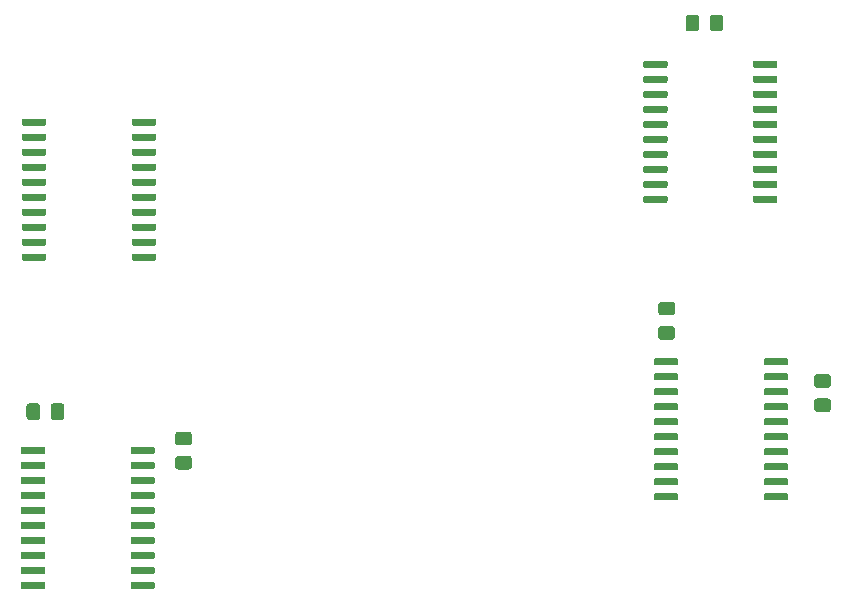
<source format=gbr>
G04 #@! TF.GenerationSoftware,KiCad,Pcbnew,5.1.5+dfsg1-2build2*
G04 #@! TF.CreationDate,2021-08-20T21:12:25+01:00*
G04 #@! TF.ProjectId,pico-rom-emulator-1,7069636f-2d72-46f6-9d2d-656d756c6174,rev?*
G04 #@! TF.SameCoordinates,Original*
G04 #@! TF.FileFunction,Paste,Top*
G04 #@! TF.FilePolarity,Positive*
%FSLAX46Y46*%
G04 Gerber Fmt 4.6, Leading zero omitted, Abs format (unit mm)*
G04 Created by KiCad (PCBNEW 5.1.5+dfsg1-2build2) date 2021-08-20 21:12:25*
%MOMM*%
%LPD*%
G04 APERTURE LIST*
%ADD10C,0.100000*%
G04 APERTURE END LIST*
D10*
G36*
X200039703Y-106385722D02*
G01*
X200054264Y-106387882D01*
X200068543Y-106391459D01*
X200082403Y-106396418D01*
X200095710Y-106402712D01*
X200108336Y-106410280D01*
X200120159Y-106419048D01*
X200131066Y-106428934D01*
X200140952Y-106439841D01*
X200149720Y-106451664D01*
X200157288Y-106464290D01*
X200163582Y-106477597D01*
X200168541Y-106491457D01*
X200172118Y-106505736D01*
X200174278Y-106520297D01*
X200175000Y-106535000D01*
X200175000Y-106835000D01*
X200174278Y-106849703D01*
X200172118Y-106864264D01*
X200168541Y-106878543D01*
X200163582Y-106892403D01*
X200157288Y-106905710D01*
X200149720Y-106918336D01*
X200140952Y-106930159D01*
X200131066Y-106941066D01*
X200120159Y-106950952D01*
X200108336Y-106959720D01*
X200095710Y-106967288D01*
X200082403Y-106973582D01*
X200068543Y-106978541D01*
X200054264Y-106982118D01*
X200039703Y-106984278D01*
X200025000Y-106985000D01*
X198275000Y-106985000D01*
X198260297Y-106984278D01*
X198245736Y-106982118D01*
X198231457Y-106978541D01*
X198217597Y-106973582D01*
X198204290Y-106967288D01*
X198191664Y-106959720D01*
X198179841Y-106950952D01*
X198168934Y-106941066D01*
X198159048Y-106930159D01*
X198150280Y-106918336D01*
X198142712Y-106905710D01*
X198136418Y-106892403D01*
X198131459Y-106878543D01*
X198127882Y-106864264D01*
X198125722Y-106849703D01*
X198125000Y-106835000D01*
X198125000Y-106535000D01*
X198125722Y-106520297D01*
X198127882Y-106505736D01*
X198131459Y-106491457D01*
X198136418Y-106477597D01*
X198142712Y-106464290D01*
X198150280Y-106451664D01*
X198159048Y-106439841D01*
X198168934Y-106428934D01*
X198179841Y-106419048D01*
X198191664Y-106410280D01*
X198204290Y-106402712D01*
X198217597Y-106396418D01*
X198231457Y-106391459D01*
X198245736Y-106387882D01*
X198260297Y-106385722D01*
X198275000Y-106385000D01*
X200025000Y-106385000D01*
X200039703Y-106385722D01*
G37*
G36*
X200039703Y-107655722D02*
G01*
X200054264Y-107657882D01*
X200068543Y-107661459D01*
X200082403Y-107666418D01*
X200095710Y-107672712D01*
X200108336Y-107680280D01*
X200120159Y-107689048D01*
X200131066Y-107698934D01*
X200140952Y-107709841D01*
X200149720Y-107721664D01*
X200157288Y-107734290D01*
X200163582Y-107747597D01*
X200168541Y-107761457D01*
X200172118Y-107775736D01*
X200174278Y-107790297D01*
X200175000Y-107805000D01*
X200175000Y-108105000D01*
X200174278Y-108119703D01*
X200172118Y-108134264D01*
X200168541Y-108148543D01*
X200163582Y-108162403D01*
X200157288Y-108175710D01*
X200149720Y-108188336D01*
X200140952Y-108200159D01*
X200131066Y-108211066D01*
X200120159Y-108220952D01*
X200108336Y-108229720D01*
X200095710Y-108237288D01*
X200082403Y-108243582D01*
X200068543Y-108248541D01*
X200054264Y-108252118D01*
X200039703Y-108254278D01*
X200025000Y-108255000D01*
X198275000Y-108255000D01*
X198260297Y-108254278D01*
X198245736Y-108252118D01*
X198231457Y-108248541D01*
X198217597Y-108243582D01*
X198204290Y-108237288D01*
X198191664Y-108229720D01*
X198179841Y-108220952D01*
X198168934Y-108211066D01*
X198159048Y-108200159D01*
X198150280Y-108188336D01*
X198142712Y-108175710D01*
X198136418Y-108162403D01*
X198131459Y-108148543D01*
X198127882Y-108134264D01*
X198125722Y-108119703D01*
X198125000Y-108105000D01*
X198125000Y-107805000D01*
X198125722Y-107790297D01*
X198127882Y-107775736D01*
X198131459Y-107761457D01*
X198136418Y-107747597D01*
X198142712Y-107734290D01*
X198150280Y-107721664D01*
X198159048Y-107709841D01*
X198168934Y-107698934D01*
X198179841Y-107689048D01*
X198191664Y-107680280D01*
X198204290Y-107672712D01*
X198217597Y-107666418D01*
X198231457Y-107661459D01*
X198245736Y-107657882D01*
X198260297Y-107655722D01*
X198275000Y-107655000D01*
X200025000Y-107655000D01*
X200039703Y-107655722D01*
G37*
G36*
X200039703Y-108925722D02*
G01*
X200054264Y-108927882D01*
X200068543Y-108931459D01*
X200082403Y-108936418D01*
X200095710Y-108942712D01*
X200108336Y-108950280D01*
X200120159Y-108959048D01*
X200131066Y-108968934D01*
X200140952Y-108979841D01*
X200149720Y-108991664D01*
X200157288Y-109004290D01*
X200163582Y-109017597D01*
X200168541Y-109031457D01*
X200172118Y-109045736D01*
X200174278Y-109060297D01*
X200175000Y-109075000D01*
X200175000Y-109375000D01*
X200174278Y-109389703D01*
X200172118Y-109404264D01*
X200168541Y-109418543D01*
X200163582Y-109432403D01*
X200157288Y-109445710D01*
X200149720Y-109458336D01*
X200140952Y-109470159D01*
X200131066Y-109481066D01*
X200120159Y-109490952D01*
X200108336Y-109499720D01*
X200095710Y-109507288D01*
X200082403Y-109513582D01*
X200068543Y-109518541D01*
X200054264Y-109522118D01*
X200039703Y-109524278D01*
X200025000Y-109525000D01*
X198275000Y-109525000D01*
X198260297Y-109524278D01*
X198245736Y-109522118D01*
X198231457Y-109518541D01*
X198217597Y-109513582D01*
X198204290Y-109507288D01*
X198191664Y-109499720D01*
X198179841Y-109490952D01*
X198168934Y-109481066D01*
X198159048Y-109470159D01*
X198150280Y-109458336D01*
X198142712Y-109445710D01*
X198136418Y-109432403D01*
X198131459Y-109418543D01*
X198127882Y-109404264D01*
X198125722Y-109389703D01*
X198125000Y-109375000D01*
X198125000Y-109075000D01*
X198125722Y-109060297D01*
X198127882Y-109045736D01*
X198131459Y-109031457D01*
X198136418Y-109017597D01*
X198142712Y-109004290D01*
X198150280Y-108991664D01*
X198159048Y-108979841D01*
X198168934Y-108968934D01*
X198179841Y-108959048D01*
X198191664Y-108950280D01*
X198204290Y-108942712D01*
X198217597Y-108936418D01*
X198231457Y-108931459D01*
X198245736Y-108927882D01*
X198260297Y-108925722D01*
X198275000Y-108925000D01*
X200025000Y-108925000D01*
X200039703Y-108925722D01*
G37*
G36*
X200039703Y-110195722D02*
G01*
X200054264Y-110197882D01*
X200068543Y-110201459D01*
X200082403Y-110206418D01*
X200095710Y-110212712D01*
X200108336Y-110220280D01*
X200120159Y-110229048D01*
X200131066Y-110238934D01*
X200140952Y-110249841D01*
X200149720Y-110261664D01*
X200157288Y-110274290D01*
X200163582Y-110287597D01*
X200168541Y-110301457D01*
X200172118Y-110315736D01*
X200174278Y-110330297D01*
X200175000Y-110345000D01*
X200175000Y-110645000D01*
X200174278Y-110659703D01*
X200172118Y-110674264D01*
X200168541Y-110688543D01*
X200163582Y-110702403D01*
X200157288Y-110715710D01*
X200149720Y-110728336D01*
X200140952Y-110740159D01*
X200131066Y-110751066D01*
X200120159Y-110760952D01*
X200108336Y-110769720D01*
X200095710Y-110777288D01*
X200082403Y-110783582D01*
X200068543Y-110788541D01*
X200054264Y-110792118D01*
X200039703Y-110794278D01*
X200025000Y-110795000D01*
X198275000Y-110795000D01*
X198260297Y-110794278D01*
X198245736Y-110792118D01*
X198231457Y-110788541D01*
X198217597Y-110783582D01*
X198204290Y-110777288D01*
X198191664Y-110769720D01*
X198179841Y-110760952D01*
X198168934Y-110751066D01*
X198159048Y-110740159D01*
X198150280Y-110728336D01*
X198142712Y-110715710D01*
X198136418Y-110702403D01*
X198131459Y-110688543D01*
X198127882Y-110674264D01*
X198125722Y-110659703D01*
X198125000Y-110645000D01*
X198125000Y-110345000D01*
X198125722Y-110330297D01*
X198127882Y-110315736D01*
X198131459Y-110301457D01*
X198136418Y-110287597D01*
X198142712Y-110274290D01*
X198150280Y-110261664D01*
X198159048Y-110249841D01*
X198168934Y-110238934D01*
X198179841Y-110229048D01*
X198191664Y-110220280D01*
X198204290Y-110212712D01*
X198217597Y-110206418D01*
X198231457Y-110201459D01*
X198245736Y-110197882D01*
X198260297Y-110195722D01*
X198275000Y-110195000D01*
X200025000Y-110195000D01*
X200039703Y-110195722D01*
G37*
G36*
X200039703Y-111465722D02*
G01*
X200054264Y-111467882D01*
X200068543Y-111471459D01*
X200082403Y-111476418D01*
X200095710Y-111482712D01*
X200108336Y-111490280D01*
X200120159Y-111499048D01*
X200131066Y-111508934D01*
X200140952Y-111519841D01*
X200149720Y-111531664D01*
X200157288Y-111544290D01*
X200163582Y-111557597D01*
X200168541Y-111571457D01*
X200172118Y-111585736D01*
X200174278Y-111600297D01*
X200175000Y-111615000D01*
X200175000Y-111915000D01*
X200174278Y-111929703D01*
X200172118Y-111944264D01*
X200168541Y-111958543D01*
X200163582Y-111972403D01*
X200157288Y-111985710D01*
X200149720Y-111998336D01*
X200140952Y-112010159D01*
X200131066Y-112021066D01*
X200120159Y-112030952D01*
X200108336Y-112039720D01*
X200095710Y-112047288D01*
X200082403Y-112053582D01*
X200068543Y-112058541D01*
X200054264Y-112062118D01*
X200039703Y-112064278D01*
X200025000Y-112065000D01*
X198275000Y-112065000D01*
X198260297Y-112064278D01*
X198245736Y-112062118D01*
X198231457Y-112058541D01*
X198217597Y-112053582D01*
X198204290Y-112047288D01*
X198191664Y-112039720D01*
X198179841Y-112030952D01*
X198168934Y-112021066D01*
X198159048Y-112010159D01*
X198150280Y-111998336D01*
X198142712Y-111985710D01*
X198136418Y-111972403D01*
X198131459Y-111958543D01*
X198127882Y-111944264D01*
X198125722Y-111929703D01*
X198125000Y-111915000D01*
X198125000Y-111615000D01*
X198125722Y-111600297D01*
X198127882Y-111585736D01*
X198131459Y-111571457D01*
X198136418Y-111557597D01*
X198142712Y-111544290D01*
X198150280Y-111531664D01*
X198159048Y-111519841D01*
X198168934Y-111508934D01*
X198179841Y-111499048D01*
X198191664Y-111490280D01*
X198204290Y-111482712D01*
X198217597Y-111476418D01*
X198231457Y-111471459D01*
X198245736Y-111467882D01*
X198260297Y-111465722D01*
X198275000Y-111465000D01*
X200025000Y-111465000D01*
X200039703Y-111465722D01*
G37*
G36*
X200039703Y-112735722D02*
G01*
X200054264Y-112737882D01*
X200068543Y-112741459D01*
X200082403Y-112746418D01*
X200095710Y-112752712D01*
X200108336Y-112760280D01*
X200120159Y-112769048D01*
X200131066Y-112778934D01*
X200140952Y-112789841D01*
X200149720Y-112801664D01*
X200157288Y-112814290D01*
X200163582Y-112827597D01*
X200168541Y-112841457D01*
X200172118Y-112855736D01*
X200174278Y-112870297D01*
X200175000Y-112885000D01*
X200175000Y-113185000D01*
X200174278Y-113199703D01*
X200172118Y-113214264D01*
X200168541Y-113228543D01*
X200163582Y-113242403D01*
X200157288Y-113255710D01*
X200149720Y-113268336D01*
X200140952Y-113280159D01*
X200131066Y-113291066D01*
X200120159Y-113300952D01*
X200108336Y-113309720D01*
X200095710Y-113317288D01*
X200082403Y-113323582D01*
X200068543Y-113328541D01*
X200054264Y-113332118D01*
X200039703Y-113334278D01*
X200025000Y-113335000D01*
X198275000Y-113335000D01*
X198260297Y-113334278D01*
X198245736Y-113332118D01*
X198231457Y-113328541D01*
X198217597Y-113323582D01*
X198204290Y-113317288D01*
X198191664Y-113309720D01*
X198179841Y-113300952D01*
X198168934Y-113291066D01*
X198159048Y-113280159D01*
X198150280Y-113268336D01*
X198142712Y-113255710D01*
X198136418Y-113242403D01*
X198131459Y-113228543D01*
X198127882Y-113214264D01*
X198125722Y-113199703D01*
X198125000Y-113185000D01*
X198125000Y-112885000D01*
X198125722Y-112870297D01*
X198127882Y-112855736D01*
X198131459Y-112841457D01*
X198136418Y-112827597D01*
X198142712Y-112814290D01*
X198150280Y-112801664D01*
X198159048Y-112789841D01*
X198168934Y-112778934D01*
X198179841Y-112769048D01*
X198191664Y-112760280D01*
X198204290Y-112752712D01*
X198217597Y-112746418D01*
X198231457Y-112741459D01*
X198245736Y-112737882D01*
X198260297Y-112735722D01*
X198275000Y-112735000D01*
X200025000Y-112735000D01*
X200039703Y-112735722D01*
G37*
G36*
X200039703Y-114005722D02*
G01*
X200054264Y-114007882D01*
X200068543Y-114011459D01*
X200082403Y-114016418D01*
X200095710Y-114022712D01*
X200108336Y-114030280D01*
X200120159Y-114039048D01*
X200131066Y-114048934D01*
X200140952Y-114059841D01*
X200149720Y-114071664D01*
X200157288Y-114084290D01*
X200163582Y-114097597D01*
X200168541Y-114111457D01*
X200172118Y-114125736D01*
X200174278Y-114140297D01*
X200175000Y-114155000D01*
X200175000Y-114455000D01*
X200174278Y-114469703D01*
X200172118Y-114484264D01*
X200168541Y-114498543D01*
X200163582Y-114512403D01*
X200157288Y-114525710D01*
X200149720Y-114538336D01*
X200140952Y-114550159D01*
X200131066Y-114561066D01*
X200120159Y-114570952D01*
X200108336Y-114579720D01*
X200095710Y-114587288D01*
X200082403Y-114593582D01*
X200068543Y-114598541D01*
X200054264Y-114602118D01*
X200039703Y-114604278D01*
X200025000Y-114605000D01*
X198275000Y-114605000D01*
X198260297Y-114604278D01*
X198245736Y-114602118D01*
X198231457Y-114598541D01*
X198217597Y-114593582D01*
X198204290Y-114587288D01*
X198191664Y-114579720D01*
X198179841Y-114570952D01*
X198168934Y-114561066D01*
X198159048Y-114550159D01*
X198150280Y-114538336D01*
X198142712Y-114525710D01*
X198136418Y-114512403D01*
X198131459Y-114498543D01*
X198127882Y-114484264D01*
X198125722Y-114469703D01*
X198125000Y-114455000D01*
X198125000Y-114155000D01*
X198125722Y-114140297D01*
X198127882Y-114125736D01*
X198131459Y-114111457D01*
X198136418Y-114097597D01*
X198142712Y-114084290D01*
X198150280Y-114071664D01*
X198159048Y-114059841D01*
X198168934Y-114048934D01*
X198179841Y-114039048D01*
X198191664Y-114030280D01*
X198204290Y-114022712D01*
X198217597Y-114016418D01*
X198231457Y-114011459D01*
X198245736Y-114007882D01*
X198260297Y-114005722D01*
X198275000Y-114005000D01*
X200025000Y-114005000D01*
X200039703Y-114005722D01*
G37*
G36*
X200039703Y-115275722D02*
G01*
X200054264Y-115277882D01*
X200068543Y-115281459D01*
X200082403Y-115286418D01*
X200095710Y-115292712D01*
X200108336Y-115300280D01*
X200120159Y-115309048D01*
X200131066Y-115318934D01*
X200140952Y-115329841D01*
X200149720Y-115341664D01*
X200157288Y-115354290D01*
X200163582Y-115367597D01*
X200168541Y-115381457D01*
X200172118Y-115395736D01*
X200174278Y-115410297D01*
X200175000Y-115425000D01*
X200175000Y-115725000D01*
X200174278Y-115739703D01*
X200172118Y-115754264D01*
X200168541Y-115768543D01*
X200163582Y-115782403D01*
X200157288Y-115795710D01*
X200149720Y-115808336D01*
X200140952Y-115820159D01*
X200131066Y-115831066D01*
X200120159Y-115840952D01*
X200108336Y-115849720D01*
X200095710Y-115857288D01*
X200082403Y-115863582D01*
X200068543Y-115868541D01*
X200054264Y-115872118D01*
X200039703Y-115874278D01*
X200025000Y-115875000D01*
X198275000Y-115875000D01*
X198260297Y-115874278D01*
X198245736Y-115872118D01*
X198231457Y-115868541D01*
X198217597Y-115863582D01*
X198204290Y-115857288D01*
X198191664Y-115849720D01*
X198179841Y-115840952D01*
X198168934Y-115831066D01*
X198159048Y-115820159D01*
X198150280Y-115808336D01*
X198142712Y-115795710D01*
X198136418Y-115782403D01*
X198131459Y-115768543D01*
X198127882Y-115754264D01*
X198125722Y-115739703D01*
X198125000Y-115725000D01*
X198125000Y-115425000D01*
X198125722Y-115410297D01*
X198127882Y-115395736D01*
X198131459Y-115381457D01*
X198136418Y-115367597D01*
X198142712Y-115354290D01*
X198150280Y-115341664D01*
X198159048Y-115329841D01*
X198168934Y-115318934D01*
X198179841Y-115309048D01*
X198191664Y-115300280D01*
X198204290Y-115292712D01*
X198217597Y-115286418D01*
X198231457Y-115281459D01*
X198245736Y-115277882D01*
X198260297Y-115275722D01*
X198275000Y-115275000D01*
X200025000Y-115275000D01*
X200039703Y-115275722D01*
G37*
G36*
X200039703Y-116545722D02*
G01*
X200054264Y-116547882D01*
X200068543Y-116551459D01*
X200082403Y-116556418D01*
X200095710Y-116562712D01*
X200108336Y-116570280D01*
X200120159Y-116579048D01*
X200131066Y-116588934D01*
X200140952Y-116599841D01*
X200149720Y-116611664D01*
X200157288Y-116624290D01*
X200163582Y-116637597D01*
X200168541Y-116651457D01*
X200172118Y-116665736D01*
X200174278Y-116680297D01*
X200175000Y-116695000D01*
X200175000Y-116995000D01*
X200174278Y-117009703D01*
X200172118Y-117024264D01*
X200168541Y-117038543D01*
X200163582Y-117052403D01*
X200157288Y-117065710D01*
X200149720Y-117078336D01*
X200140952Y-117090159D01*
X200131066Y-117101066D01*
X200120159Y-117110952D01*
X200108336Y-117119720D01*
X200095710Y-117127288D01*
X200082403Y-117133582D01*
X200068543Y-117138541D01*
X200054264Y-117142118D01*
X200039703Y-117144278D01*
X200025000Y-117145000D01*
X198275000Y-117145000D01*
X198260297Y-117144278D01*
X198245736Y-117142118D01*
X198231457Y-117138541D01*
X198217597Y-117133582D01*
X198204290Y-117127288D01*
X198191664Y-117119720D01*
X198179841Y-117110952D01*
X198168934Y-117101066D01*
X198159048Y-117090159D01*
X198150280Y-117078336D01*
X198142712Y-117065710D01*
X198136418Y-117052403D01*
X198131459Y-117038543D01*
X198127882Y-117024264D01*
X198125722Y-117009703D01*
X198125000Y-116995000D01*
X198125000Y-116695000D01*
X198125722Y-116680297D01*
X198127882Y-116665736D01*
X198131459Y-116651457D01*
X198136418Y-116637597D01*
X198142712Y-116624290D01*
X198150280Y-116611664D01*
X198159048Y-116599841D01*
X198168934Y-116588934D01*
X198179841Y-116579048D01*
X198191664Y-116570280D01*
X198204290Y-116562712D01*
X198217597Y-116556418D01*
X198231457Y-116551459D01*
X198245736Y-116547882D01*
X198260297Y-116545722D01*
X198275000Y-116545000D01*
X200025000Y-116545000D01*
X200039703Y-116545722D01*
G37*
G36*
X200039703Y-117815722D02*
G01*
X200054264Y-117817882D01*
X200068543Y-117821459D01*
X200082403Y-117826418D01*
X200095710Y-117832712D01*
X200108336Y-117840280D01*
X200120159Y-117849048D01*
X200131066Y-117858934D01*
X200140952Y-117869841D01*
X200149720Y-117881664D01*
X200157288Y-117894290D01*
X200163582Y-117907597D01*
X200168541Y-117921457D01*
X200172118Y-117935736D01*
X200174278Y-117950297D01*
X200175000Y-117965000D01*
X200175000Y-118265000D01*
X200174278Y-118279703D01*
X200172118Y-118294264D01*
X200168541Y-118308543D01*
X200163582Y-118322403D01*
X200157288Y-118335710D01*
X200149720Y-118348336D01*
X200140952Y-118360159D01*
X200131066Y-118371066D01*
X200120159Y-118380952D01*
X200108336Y-118389720D01*
X200095710Y-118397288D01*
X200082403Y-118403582D01*
X200068543Y-118408541D01*
X200054264Y-118412118D01*
X200039703Y-118414278D01*
X200025000Y-118415000D01*
X198275000Y-118415000D01*
X198260297Y-118414278D01*
X198245736Y-118412118D01*
X198231457Y-118408541D01*
X198217597Y-118403582D01*
X198204290Y-118397288D01*
X198191664Y-118389720D01*
X198179841Y-118380952D01*
X198168934Y-118371066D01*
X198159048Y-118360159D01*
X198150280Y-118348336D01*
X198142712Y-118335710D01*
X198136418Y-118322403D01*
X198131459Y-118308543D01*
X198127882Y-118294264D01*
X198125722Y-118279703D01*
X198125000Y-118265000D01*
X198125000Y-117965000D01*
X198125722Y-117950297D01*
X198127882Y-117935736D01*
X198131459Y-117921457D01*
X198136418Y-117907597D01*
X198142712Y-117894290D01*
X198150280Y-117881664D01*
X198159048Y-117869841D01*
X198168934Y-117858934D01*
X198179841Y-117849048D01*
X198191664Y-117840280D01*
X198204290Y-117832712D01*
X198217597Y-117826418D01*
X198231457Y-117821459D01*
X198245736Y-117817882D01*
X198260297Y-117815722D01*
X198275000Y-117815000D01*
X200025000Y-117815000D01*
X200039703Y-117815722D01*
G37*
G36*
X190739703Y-117815722D02*
G01*
X190754264Y-117817882D01*
X190768543Y-117821459D01*
X190782403Y-117826418D01*
X190795710Y-117832712D01*
X190808336Y-117840280D01*
X190820159Y-117849048D01*
X190831066Y-117858934D01*
X190840952Y-117869841D01*
X190849720Y-117881664D01*
X190857288Y-117894290D01*
X190863582Y-117907597D01*
X190868541Y-117921457D01*
X190872118Y-117935736D01*
X190874278Y-117950297D01*
X190875000Y-117965000D01*
X190875000Y-118265000D01*
X190874278Y-118279703D01*
X190872118Y-118294264D01*
X190868541Y-118308543D01*
X190863582Y-118322403D01*
X190857288Y-118335710D01*
X190849720Y-118348336D01*
X190840952Y-118360159D01*
X190831066Y-118371066D01*
X190820159Y-118380952D01*
X190808336Y-118389720D01*
X190795710Y-118397288D01*
X190782403Y-118403582D01*
X190768543Y-118408541D01*
X190754264Y-118412118D01*
X190739703Y-118414278D01*
X190725000Y-118415000D01*
X188975000Y-118415000D01*
X188960297Y-118414278D01*
X188945736Y-118412118D01*
X188931457Y-118408541D01*
X188917597Y-118403582D01*
X188904290Y-118397288D01*
X188891664Y-118389720D01*
X188879841Y-118380952D01*
X188868934Y-118371066D01*
X188859048Y-118360159D01*
X188850280Y-118348336D01*
X188842712Y-118335710D01*
X188836418Y-118322403D01*
X188831459Y-118308543D01*
X188827882Y-118294264D01*
X188825722Y-118279703D01*
X188825000Y-118265000D01*
X188825000Y-117965000D01*
X188825722Y-117950297D01*
X188827882Y-117935736D01*
X188831459Y-117921457D01*
X188836418Y-117907597D01*
X188842712Y-117894290D01*
X188850280Y-117881664D01*
X188859048Y-117869841D01*
X188868934Y-117858934D01*
X188879841Y-117849048D01*
X188891664Y-117840280D01*
X188904290Y-117832712D01*
X188917597Y-117826418D01*
X188931457Y-117821459D01*
X188945736Y-117817882D01*
X188960297Y-117815722D01*
X188975000Y-117815000D01*
X190725000Y-117815000D01*
X190739703Y-117815722D01*
G37*
G36*
X190739703Y-116545722D02*
G01*
X190754264Y-116547882D01*
X190768543Y-116551459D01*
X190782403Y-116556418D01*
X190795710Y-116562712D01*
X190808336Y-116570280D01*
X190820159Y-116579048D01*
X190831066Y-116588934D01*
X190840952Y-116599841D01*
X190849720Y-116611664D01*
X190857288Y-116624290D01*
X190863582Y-116637597D01*
X190868541Y-116651457D01*
X190872118Y-116665736D01*
X190874278Y-116680297D01*
X190875000Y-116695000D01*
X190875000Y-116995000D01*
X190874278Y-117009703D01*
X190872118Y-117024264D01*
X190868541Y-117038543D01*
X190863582Y-117052403D01*
X190857288Y-117065710D01*
X190849720Y-117078336D01*
X190840952Y-117090159D01*
X190831066Y-117101066D01*
X190820159Y-117110952D01*
X190808336Y-117119720D01*
X190795710Y-117127288D01*
X190782403Y-117133582D01*
X190768543Y-117138541D01*
X190754264Y-117142118D01*
X190739703Y-117144278D01*
X190725000Y-117145000D01*
X188975000Y-117145000D01*
X188960297Y-117144278D01*
X188945736Y-117142118D01*
X188931457Y-117138541D01*
X188917597Y-117133582D01*
X188904290Y-117127288D01*
X188891664Y-117119720D01*
X188879841Y-117110952D01*
X188868934Y-117101066D01*
X188859048Y-117090159D01*
X188850280Y-117078336D01*
X188842712Y-117065710D01*
X188836418Y-117052403D01*
X188831459Y-117038543D01*
X188827882Y-117024264D01*
X188825722Y-117009703D01*
X188825000Y-116995000D01*
X188825000Y-116695000D01*
X188825722Y-116680297D01*
X188827882Y-116665736D01*
X188831459Y-116651457D01*
X188836418Y-116637597D01*
X188842712Y-116624290D01*
X188850280Y-116611664D01*
X188859048Y-116599841D01*
X188868934Y-116588934D01*
X188879841Y-116579048D01*
X188891664Y-116570280D01*
X188904290Y-116562712D01*
X188917597Y-116556418D01*
X188931457Y-116551459D01*
X188945736Y-116547882D01*
X188960297Y-116545722D01*
X188975000Y-116545000D01*
X190725000Y-116545000D01*
X190739703Y-116545722D01*
G37*
G36*
X190739703Y-115275722D02*
G01*
X190754264Y-115277882D01*
X190768543Y-115281459D01*
X190782403Y-115286418D01*
X190795710Y-115292712D01*
X190808336Y-115300280D01*
X190820159Y-115309048D01*
X190831066Y-115318934D01*
X190840952Y-115329841D01*
X190849720Y-115341664D01*
X190857288Y-115354290D01*
X190863582Y-115367597D01*
X190868541Y-115381457D01*
X190872118Y-115395736D01*
X190874278Y-115410297D01*
X190875000Y-115425000D01*
X190875000Y-115725000D01*
X190874278Y-115739703D01*
X190872118Y-115754264D01*
X190868541Y-115768543D01*
X190863582Y-115782403D01*
X190857288Y-115795710D01*
X190849720Y-115808336D01*
X190840952Y-115820159D01*
X190831066Y-115831066D01*
X190820159Y-115840952D01*
X190808336Y-115849720D01*
X190795710Y-115857288D01*
X190782403Y-115863582D01*
X190768543Y-115868541D01*
X190754264Y-115872118D01*
X190739703Y-115874278D01*
X190725000Y-115875000D01*
X188975000Y-115875000D01*
X188960297Y-115874278D01*
X188945736Y-115872118D01*
X188931457Y-115868541D01*
X188917597Y-115863582D01*
X188904290Y-115857288D01*
X188891664Y-115849720D01*
X188879841Y-115840952D01*
X188868934Y-115831066D01*
X188859048Y-115820159D01*
X188850280Y-115808336D01*
X188842712Y-115795710D01*
X188836418Y-115782403D01*
X188831459Y-115768543D01*
X188827882Y-115754264D01*
X188825722Y-115739703D01*
X188825000Y-115725000D01*
X188825000Y-115425000D01*
X188825722Y-115410297D01*
X188827882Y-115395736D01*
X188831459Y-115381457D01*
X188836418Y-115367597D01*
X188842712Y-115354290D01*
X188850280Y-115341664D01*
X188859048Y-115329841D01*
X188868934Y-115318934D01*
X188879841Y-115309048D01*
X188891664Y-115300280D01*
X188904290Y-115292712D01*
X188917597Y-115286418D01*
X188931457Y-115281459D01*
X188945736Y-115277882D01*
X188960297Y-115275722D01*
X188975000Y-115275000D01*
X190725000Y-115275000D01*
X190739703Y-115275722D01*
G37*
G36*
X190739703Y-114005722D02*
G01*
X190754264Y-114007882D01*
X190768543Y-114011459D01*
X190782403Y-114016418D01*
X190795710Y-114022712D01*
X190808336Y-114030280D01*
X190820159Y-114039048D01*
X190831066Y-114048934D01*
X190840952Y-114059841D01*
X190849720Y-114071664D01*
X190857288Y-114084290D01*
X190863582Y-114097597D01*
X190868541Y-114111457D01*
X190872118Y-114125736D01*
X190874278Y-114140297D01*
X190875000Y-114155000D01*
X190875000Y-114455000D01*
X190874278Y-114469703D01*
X190872118Y-114484264D01*
X190868541Y-114498543D01*
X190863582Y-114512403D01*
X190857288Y-114525710D01*
X190849720Y-114538336D01*
X190840952Y-114550159D01*
X190831066Y-114561066D01*
X190820159Y-114570952D01*
X190808336Y-114579720D01*
X190795710Y-114587288D01*
X190782403Y-114593582D01*
X190768543Y-114598541D01*
X190754264Y-114602118D01*
X190739703Y-114604278D01*
X190725000Y-114605000D01*
X188975000Y-114605000D01*
X188960297Y-114604278D01*
X188945736Y-114602118D01*
X188931457Y-114598541D01*
X188917597Y-114593582D01*
X188904290Y-114587288D01*
X188891664Y-114579720D01*
X188879841Y-114570952D01*
X188868934Y-114561066D01*
X188859048Y-114550159D01*
X188850280Y-114538336D01*
X188842712Y-114525710D01*
X188836418Y-114512403D01*
X188831459Y-114498543D01*
X188827882Y-114484264D01*
X188825722Y-114469703D01*
X188825000Y-114455000D01*
X188825000Y-114155000D01*
X188825722Y-114140297D01*
X188827882Y-114125736D01*
X188831459Y-114111457D01*
X188836418Y-114097597D01*
X188842712Y-114084290D01*
X188850280Y-114071664D01*
X188859048Y-114059841D01*
X188868934Y-114048934D01*
X188879841Y-114039048D01*
X188891664Y-114030280D01*
X188904290Y-114022712D01*
X188917597Y-114016418D01*
X188931457Y-114011459D01*
X188945736Y-114007882D01*
X188960297Y-114005722D01*
X188975000Y-114005000D01*
X190725000Y-114005000D01*
X190739703Y-114005722D01*
G37*
G36*
X190739703Y-112735722D02*
G01*
X190754264Y-112737882D01*
X190768543Y-112741459D01*
X190782403Y-112746418D01*
X190795710Y-112752712D01*
X190808336Y-112760280D01*
X190820159Y-112769048D01*
X190831066Y-112778934D01*
X190840952Y-112789841D01*
X190849720Y-112801664D01*
X190857288Y-112814290D01*
X190863582Y-112827597D01*
X190868541Y-112841457D01*
X190872118Y-112855736D01*
X190874278Y-112870297D01*
X190875000Y-112885000D01*
X190875000Y-113185000D01*
X190874278Y-113199703D01*
X190872118Y-113214264D01*
X190868541Y-113228543D01*
X190863582Y-113242403D01*
X190857288Y-113255710D01*
X190849720Y-113268336D01*
X190840952Y-113280159D01*
X190831066Y-113291066D01*
X190820159Y-113300952D01*
X190808336Y-113309720D01*
X190795710Y-113317288D01*
X190782403Y-113323582D01*
X190768543Y-113328541D01*
X190754264Y-113332118D01*
X190739703Y-113334278D01*
X190725000Y-113335000D01*
X188975000Y-113335000D01*
X188960297Y-113334278D01*
X188945736Y-113332118D01*
X188931457Y-113328541D01*
X188917597Y-113323582D01*
X188904290Y-113317288D01*
X188891664Y-113309720D01*
X188879841Y-113300952D01*
X188868934Y-113291066D01*
X188859048Y-113280159D01*
X188850280Y-113268336D01*
X188842712Y-113255710D01*
X188836418Y-113242403D01*
X188831459Y-113228543D01*
X188827882Y-113214264D01*
X188825722Y-113199703D01*
X188825000Y-113185000D01*
X188825000Y-112885000D01*
X188825722Y-112870297D01*
X188827882Y-112855736D01*
X188831459Y-112841457D01*
X188836418Y-112827597D01*
X188842712Y-112814290D01*
X188850280Y-112801664D01*
X188859048Y-112789841D01*
X188868934Y-112778934D01*
X188879841Y-112769048D01*
X188891664Y-112760280D01*
X188904290Y-112752712D01*
X188917597Y-112746418D01*
X188931457Y-112741459D01*
X188945736Y-112737882D01*
X188960297Y-112735722D01*
X188975000Y-112735000D01*
X190725000Y-112735000D01*
X190739703Y-112735722D01*
G37*
G36*
X190739703Y-111465722D02*
G01*
X190754264Y-111467882D01*
X190768543Y-111471459D01*
X190782403Y-111476418D01*
X190795710Y-111482712D01*
X190808336Y-111490280D01*
X190820159Y-111499048D01*
X190831066Y-111508934D01*
X190840952Y-111519841D01*
X190849720Y-111531664D01*
X190857288Y-111544290D01*
X190863582Y-111557597D01*
X190868541Y-111571457D01*
X190872118Y-111585736D01*
X190874278Y-111600297D01*
X190875000Y-111615000D01*
X190875000Y-111915000D01*
X190874278Y-111929703D01*
X190872118Y-111944264D01*
X190868541Y-111958543D01*
X190863582Y-111972403D01*
X190857288Y-111985710D01*
X190849720Y-111998336D01*
X190840952Y-112010159D01*
X190831066Y-112021066D01*
X190820159Y-112030952D01*
X190808336Y-112039720D01*
X190795710Y-112047288D01*
X190782403Y-112053582D01*
X190768543Y-112058541D01*
X190754264Y-112062118D01*
X190739703Y-112064278D01*
X190725000Y-112065000D01*
X188975000Y-112065000D01*
X188960297Y-112064278D01*
X188945736Y-112062118D01*
X188931457Y-112058541D01*
X188917597Y-112053582D01*
X188904290Y-112047288D01*
X188891664Y-112039720D01*
X188879841Y-112030952D01*
X188868934Y-112021066D01*
X188859048Y-112010159D01*
X188850280Y-111998336D01*
X188842712Y-111985710D01*
X188836418Y-111972403D01*
X188831459Y-111958543D01*
X188827882Y-111944264D01*
X188825722Y-111929703D01*
X188825000Y-111915000D01*
X188825000Y-111615000D01*
X188825722Y-111600297D01*
X188827882Y-111585736D01*
X188831459Y-111571457D01*
X188836418Y-111557597D01*
X188842712Y-111544290D01*
X188850280Y-111531664D01*
X188859048Y-111519841D01*
X188868934Y-111508934D01*
X188879841Y-111499048D01*
X188891664Y-111490280D01*
X188904290Y-111482712D01*
X188917597Y-111476418D01*
X188931457Y-111471459D01*
X188945736Y-111467882D01*
X188960297Y-111465722D01*
X188975000Y-111465000D01*
X190725000Y-111465000D01*
X190739703Y-111465722D01*
G37*
G36*
X190739703Y-110195722D02*
G01*
X190754264Y-110197882D01*
X190768543Y-110201459D01*
X190782403Y-110206418D01*
X190795710Y-110212712D01*
X190808336Y-110220280D01*
X190820159Y-110229048D01*
X190831066Y-110238934D01*
X190840952Y-110249841D01*
X190849720Y-110261664D01*
X190857288Y-110274290D01*
X190863582Y-110287597D01*
X190868541Y-110301457D01*
X190872118Y-110315736D01*
X190874278Y-110330297D01*
X190875000Y-110345000D01*
X190875000Y-110645000D01*
X190874278Y-110659703D01*
X190872118Y-110674264D01*
X190868541Y-110688543D01*
X190863582Y-110702403D01*
X190857288Y-110715710D01*
X190849720Y-110728336D01*
X190840952Y-110740159D01*
X190831066Y-110751066D01*
X190820159Y-110760952D01*
X190808336Y-110769720D01*
X190795710Y-110777288D01*
X190782403Y-110783582D01*
X190768543Y-110788541D01*
X190754264Y-110792118D01*
X190739703Y-110794278D01*
X190725000Y-110795000D01*
X188975000Y-110795000D01*
X188960297Y-110794278D01*
X188945736Y-110792118D01*
X188931457Y-110788541D01*
X188917597Y-110783582D01*
X188904290Y-110777288D01*
X188891664Y-110769720D01*
X188879841Y-110760952D01*
X188868934Y-110751066D01*
X188859048Y-110740159D01*
X188850280Y-110728336D01*
X188842712Y-110715710D01*
X188836418Y-110702403D01*
X188831459Y-110688543D01*
X188827882Y-110674264D01*
X188825722Y-110659703D01*
X188825000Y-110645000D01*
X188825000Y-110345000D01*
X188825722Y-110330297D01*
X188827882Y-110315736D01*
X188831459Y-110301457D01*
X188836418Y-110287597D01*
X188842712Y-110274290D01*
X188850280Y-110261664D01*
X188859048Y-110249841D01*
X188868934Y-110238934D01*
X188879841Y-110229048D01*
X188891664Y-110220280D01*
X188904290Y-110212712D01*
X188917597Y-110206418D01*
X188931457Y-110201459D01*
X188945736Y-110197882D01*
X188960297Y-110195722D01*
X188975000Y-110195000D01*
X190725000Y-110195000D01*
X190739703Y-110195722D01*
G37*
G36*
X190739703Y-108925722D02*
G01*
X190754264Y-108927882D01*
X190768543Y-108931459D01*
X190782403Y-108936418D01*
X190795710Y-108942712D01*
X190808336Y-108950280D01*
X190820159Y-108959048D01*
X190831066Y-108968934D01*
X190840952Y-108979841D01*
X190849720Y-108991664D01*
X190857288Y-109004290D01*
X190863582Y-109017597D01*
X190868541Y-109031457D01*
X190872118Y-109045736D01*
X190874278Y-109060297D01*
X190875000Y-109075000D01*
X190875000Y-109375000D01*
X190874278Y-109389703D01*
X190872118Y-109404264D01*
X190868541Y-109418543D01*
X190863582Y-109432403D01*
X190857288Y-109445710D01*
X190849720Y-109458336D01*
X190840952Y-109470159D01*
X190831066Y-109481066D01*
X190820159Y-109490952D01*
X190808336Y-109499720D01*
X190795710Y-109507288D01*
X190782403Y-109513582D01*
X190768543Y-109518541D01*
X190754264Y-109522118D01*
X190739703Y-109524278D01*
X190725000Y-109525000D01*
X188975000Y-109525000D01*
X188960297Y-109524278D01*
X188945736Y-109522118D01*
X188931457Y-109518541D01*
X188917597Y-109513582D01*
X188904290Y-109507288D01*
X188891664Y-109499720D01*
X188879841Y-109490952D01*
X188868934Y-109481066D01*
X188859048Y-109470159D01*
X188850280Y-109458336D01*
X188842712Y-109445710D01*
X188836418Y-109432403D01*
X188831459Y-109418543D01*
X188827882Y-109404264D01*
X188825722Y-109389703D01*
X188825000Y-109375000D01*
X188825000Y-109075000D01*
X188825722Y-109060297D01*
X188827882Y-109045736D01*
X188831459Y-109031457D01*
X188836418Y-109017597D01*
X188842712Y-109004290D01*
X188850280Y-108991664D01*
X188859048Y-108979841D01*
X188868934Y-108968934D01*
X188879841Y-108959048D01*
X188891664Y-108950280D01*
X188904290Y-108942712D01*
X188917597Y-108936418D01*
X188931457Y-108931459D01*
X188945736Y-108927882D01*
X188960297Y-108925722D01*
X188975000Y-108925000D01*
X190725000Y-108925000D01*
X190739703Y-108925722D01*
G37*
G36*
X190739703Y-107655722D02*
G01*
X190754264Y-107657882D01*
X190768543Y-107661459D01*
X190782403Y-107666418D01*
X190795710Y-107672712D01*
X190808336Y-107680280D01*
X190820159Y-107689048D01*
X190831066Y-107698934D01*
X190840952Y-107709841D01*
X190849720Y-107721664D01*
X190857288Y-107734290D01*
X190863582Y-107747597D01*
X190868541Y-107761457D01*
X190872118Y-107775736D01*
X190874278Y-107790297D01*
X190875000Y-107805000D01*
X190875000Y-108105000D01*
X190874278Y-108119703D01*
X190872118Y-108134264D01*
X190868541Y-108148543D01*
X190863582Y-108162403D01*
X190857288Y-108175710D01*
X190849720Y-108188336D01*
X190840952Y-108200159D01*
X190831066Y-108211066D01*
X190820159Y-108220952D01*
X190808336Y-108229720D01*
X190795710Y-108237288D01*
X190782403Y-108243582D01*
X190768543Y-108248541D01*
X190754264Y-108252118D01*
X190739703Y-108254278D01*
X190725000Y-108255000D01*
X188975000Y-108255000D01*
X188960297Y-108254278D01*
X188945736Y-108252118D01*
X188931457Y-108248541D01*
X188917597Y-108243582D01*
X188904290Y-108237288D01*
X188891664Y-108229720D01*
X188879841Y-108220952D01*
X188868934Y-108211066D01*
X188859048Y-108200159D01*
X188850280Y-108188336D01*
X188842712Y-108175710D01*
X188836418Y-108162403D01*
X188831459Y-108148543D01*
X188827882Y-108134264D01*
X188825722Y-108119703D01*
X188825000Y-108105000D01*
X188825000Y-107805000D01*
X188825722Y-107790297D01*
X188827882Y-107775736D01*
X188831459Y-107761457D01*
X188836418Y-107747597D01*
X188842712Y-107734290D01*
X188850280Y-107721664D01*
X188859048Y-107709841D01*
X188868934Y-107698934D01*
X188879841Y-107689048D01*
X188891664Y-107680280D01*
X188904290Y-107672712D01*
X188917597Y-107666418D01*
X188931457Y-107661459D01*
X188945736Y-107657882D01*
X188960297Y-107655722D01*
X188975000Y-107655000D01*
X190725000Y-107655000D01*
X190739703Y-107655722D01*
G37*
G36*
X190739703Y-106385722D02*
G01*
X190754264Y-106387882D01*
X190768543Y-106391459D01*
X190782403Y-106396418D01*
X190795710Y-106402712D01*
X190808336Y-106410280D01*
X190820159Y-106419048D01*
X190831066Y-106428934D01*
X190840952Y-106439841D01*
X190849720Y-106451664D01*
X190857288Y-106464290D01*
X190863582Y-106477597D01*
X190868541Y-106491457D01*
X190872118Y-106505736D01*
X190874278Y-106520297D01*
X190875000Y-106535000D01*
X190875000Y-106835000D01*
X190874278Y-106849703D01*
X190872118Y-106864264D01*
X190868541Y-106878543D01*
X190863582Y-106892403D01*
X190857288Y-106905710D01*
X190849720Y-106918336D01*
X190840952Y-106930159D01*
X190831066Y-106941066D01*
X190820159Y-106950952D01*
X190808336Y-106959720D01*
X190795710Y-106967288D01*
X190782403Y-106973582D01*
X190768543Y-106978541D01*
X190754264Y-106982118D01*
X190739703Y-106984278D01*
X190725000Y-106985000D01*
X188975000Y-106985000D01*
X188960297Y-106984278D01*
X188945736Y-106982118D01*
X188931457Y-106978541D01*
X188917597Y-106973582D01*
X188904290Y-106967288D01*
X188891664Y-106959720D01*
X188879841Y-106950952D01*
X188868934Y-106941066D01*
X188859048Y-106930159D01*
X188850280Y-106918336D01*
X188842712Y-106905710D01*
X188836418Y-106892403D01*
X188831459Y-106878543D01*
X188827882Y-106864264D01*
X188825722Y-106849703D01*
X188825000Y-106835000D01*
X188825000Y-106535000D01*
X188825722Y-106520297D01*
X188827882Y-106505736D01*
X188831459Y-106491457D01*
X188836418Y-106477597D01*
X188842712Y-106464290D01*
X188850280Y-106451664D01*
X188859048Y-106439841D01*
X188868934Y-106428934D01*
X188879841Y-106419048D01*
X188891664Y-106410280D01*
X188904290Y-106402712D01*
X188917597Y-106396418D01*
X188931457Y-106391459D01*
X188945736Y-106387882D01*
X188960297Y-106385722D01*
X188975000Y-106385000D01*
X190725000Y-106385000D01*
X190739703Y-106385722D01*
G37*
G36*
X200139703Y-78585722D02*
G01*
X200154264Y-78587882D01*
X200168543Y-78591459D01*
X200182403Y-78596418D01*
X200195710Y-78602712D01*
X200208336Y-78610280D01*
X200220159Y-78619048D01*
X200231066Y-78628934D01*
X200240952Y-78639841D01*
X200249720Y-78651664D01*
X200257288Y-78664290D01*
X200263582Y-78677597D01*
X200268541Y-78691457D01*
X200272118Y-78705736D01*
X200274278Y-78720297D01*
X200275000Y-78735000D01*
X200275000Y-79035000D01*
X200274278Y-79049703D01*
X200272118Y-79064264D01*
X200268541Y-79078543D01*
X200263582Y-79092403D01*
X200257288Y-79105710D01*
X200249720Y-79118336D01*
X200240952Y-79130159D01*
X200231066Y-79141066D01*
X200220159Y-79150952D01*
X200208336Y-79159720D01*
X200195710Y-79167288D01*
X200182403Y-79173582D01*
X200168543Y-79178541D01*
X200154264Y-79182118D01*
X200139703Y-79184278D01*
X200125000Y-79185000D01*
X198375000Y-79185000D01*
X198360297Y-79184278D01*
X198345736Y-79182118D01*
X198331457Y-79178541D01*
X198317597Y-79173582D01*
X198304290Y-79167288D01*
X198291664Y-79159720D01*
X198279841Y-79150952D01*
X198268934Y-79141066D01*
X198259048Y-79130159D01*
X198250280Y-79118336D01*
X198242712Y-79105710D01*
X198236418Y-79092403D01*
X198231459Y-79078543D01*
X198227882Y-79064264D01*
X198225722Y-79049703D01*
X198225000Y-79035000D01*
X198225000Y-78735000D01*
X198225722Y-78720297D01*
X198227882Y-78705736D01*
X198231459Y-78691457D01*
X198236418Y-78677597D01*
X198242712Y-78664290D01*
X198250280Y-78651664D01*
X198259048Y-78639841D01*
X198268934Y-78628934D01*
X198279841Y-78619048D01*
X198291664Y-78610280D01*
X198304290Y-78602712D01*
X198317597Y-78596418D01*
X198331457Y-78591459D01*
X198345736Y-78587882D01*
X198360297Y-78585722D01*
X198375000Y-78585000D01*
X200125000Y-78585000D01*
X200139703Y-78585722D01*
G37*
G36*
X200139703Y-79855722D02*
G01*
X200154264Y-79857882D01*
X200168543Y-79861459D01*
X200182403Y-79866418D01*
X200195710Y-79872712D01*
X200208336Y-79880280D01*
X200220159Y-79889048D01*
X200231066Y-79898934D01*
X200240952Y-79909841D01*
X200249720Y-79921664D01*
X200257288Y-79934290D01*
X200263582Y-79947597D01*
X200268541Y-79961457D01*
X200272118Y-79975736D01*
X200274278Y-79990297D01*
X200275000Y-80005000D01*
X200275000Y-80305000D01*
X200274278Y-80319703D01*
X200272118Y-80334264D01*
X200268541Y-80348543D01*
X200263582Y-80362403D01*
X200257288Y-80375710D01*
X200249720Y-80388336D01*
X200240952Y-80400159D01*
X200231066Y-80411066D01*
X200220159Y-80420952D01*
X200208336Y-80429720D01*
X200195710Y-80437288D01*
X200182403Y-80443582D01*
X200168543Y-80448541D01*
X200154264Y-80452118D01*
X200139703Y-80454278D01*
X200125000Y-80455000D01*
X198375000Y-80455000D01*
X198360297Y-80454278D01*
X198345736Y-80452118D01*
X198331457Y-80448541D01*
X198317597Y-80443582D01*
X198304290Y-80437288D01*
X198291664Y-80429720D01*
X198279841Y-80420952D01*
X198268934Y-80411066D01*
X198259048Y-80400159D01*
X198250280Y-80388336D01*
X198242712Y-80375710D01*
X198236418Y-80362403D01*
X198231459Y-80348543D01*
X198227882Y-80334264D01*
X198225722Y-80319703D01*
X198225000Y-80305000D01*
X198225000Y-80005000D01*
X198225722Y-79990297D01*
X198227882Y-79975736D01*
X198231459Y-79961457D01*
X198236418Y-79947597D01*
X198242712Y-79934290D01*
X198250280Y-79921664D01*
X198259048Y-79909841D01*
X198268934Y-79898934D01*
X198279841Y-79889048D01*
X198291664Y-79880280D01*
X198304290Y-79872712D01*
X198317597Y-79866418D01*
X198331457Y-79861459D01*
X198345736Y-79857882D01*
X198360297Y-79855722D01*
X198375000Y-79855000D01*
X200125000Y-79855000D01*
X200139703Y-79855722D01*
G37*
G36*
X200139703Y-81125722D02*
G01*
X200154264Y-81127882D01*
X200168543Y-81131459D01*
X200182403Y-81136418D01*
X200195710Y-81142712D01*
X200208336Y-81150280D01*
X200220159Y-81159048D01*
X200231066Y-81168934D01*
X200240952Y-81179841D01*
X200249720Y-81191664D01*
X200257288Y-81204290D01*
X200263582Y-81217597D01*
X200268541Y-81231457D01*
X200272118Y-81245736D01*
X200274278Y-81260297D01*
X200275000Y-81275000D01*
X200275000Y-81575000D01*
X200274278Y-81589703D01*
X200272118Y-81604264D01*
X200268541Y-81618543D01*
X200263582Y-81632403D01*
X200257288Y-81645710D01*
X200249720Y-81658336D01*
X200240952Y-81670159D01*
X200231066Y-81681066D01*
X200220159Y-81690952D01*
X200208336Y-81699720D01*
X200195710Y-81707288D01*
X200182403Y-81713582D01*
X200168543Y-81718541D01*
X200154264Y-81722118D01*
X200139703Y-81724278D01*
X200125000Y-81725000D01*
X198375000Y-81725000D01*
X198360297Y-81724278D01*
X198345736Y-81722118D01*
X198331457Y-81718541D01*
X198317597Y-81713582D01*
X198304290Y-81707288D01*
X198291664Y-81699720D01*
X198279841Y-81690952D01*
X198268934Y-81681066D01*
X198259048Y-81670159D01*
X198250280Y-81658336D01*
X198242712Y-81645710D01*
X198236418Y-81632403D01*
X198231459Y-81618543D01*
X198227882Y-81604264D01*
X198225722Y-81589703D01*
X198225000Y-81575000D01*
X198225000Y-81275000D01*
X198225722Y-81260297D01*
X198227882Y-81245736D01*
X198231459Y-81231457D01*
X198236418Y-81217597D01*
X198242712Y-81204290D01*
X198250280Y-81191664D01*
X198259048Y-81179841D01*
X198268934Y-81168934D01*
X198279841Y-81159048D01*
X198291664Y-81150280D01*
X198304290Y-81142712D01*
X198317597Y-81136418D01*
X198331457Y-81131459D01*
X198345736Y-81127882D01*
X198360297Y-81125722D01*
X198375000Y-81125000D01*
X200125000Y-81125000D01*
X200139703Y-81125722D01*
G37*
G36*
X200139703Y-82395722D02*
G01*
X200154264Y-82397882D01*
X200168543Y-82401459D01*
X200182403Y-82406418D01*
X200195710Y-82412712D01*
X200208336Y-82420280D01*
X200220159Y-82429048D01*
X200231066Y-82438934D01*
X200240952Y-82449841D01*
X200249720Y-82461664D01*
X200257288Y-82474290D01*
X200263582Y-82487597D01*
X200268541Y-82501457D01*
X200272118Y-82515736D01*
X200274278Y-82530297D01*
X200275000Y-82545000D01*
X200275000Y-82845000D01*
X200274278Y-82859703D01*
X200272118Y-82874264D01*
X200268541Y-82888543D01*
X200263582Y-82902403D01*
X200257288Y-82915710D01*
X200249720Y-82928336D01*
X200240952Y-82940159D01*
X200231066Y-82951066D01*
X200220159Y-82960952D01*
X200208336Y-82969720D01*
X200195710Y-82977288D01*
X200182403Y-82983582D01*
X200168543Y-82988541D01*
X200154264Y-82992118D01*
X200139703Y-82994278D01*
X200125000Y-82995000D01*
X198375000Y-82995000D01*
X198360297Y-82994278D01*
X198345736Y-82992118D01*
X198331457Y-82988541D01*
X198317597Y-82983582D01*
X198304290Y-82977288D01*
X198291664Y-82969720D01*
X198279841Y-82960952D01*
X198268934Y-82951066D01*
X198259048Y-82940159D01*
X198250280Y-82928336D01*
X198242712Y-82915710D01*
X198236418Y-82902403D01*
X198231459Y-82888543D01*
X198227882Y-82874264D01*
X198225722Y-82859703D01*
X198225000Y-82845000D01*
X198225000Y-82545000D01*
X198225722Y-82530297D01*
X198227882Y-82515736D01*
X198231459Y-82501457D01*
X198236418Y-82487597D01*
X198242712Y-82474290D01*
X198250280Y-82461664D01*
X198259048Y-82449841D01*
X198268934Y-82438934D01*
X198279841Y-82429048D01*
X198291664Y-82420280D01*
X198304290Y-82412712D01*
X198317597Y-82406418D01*
X198331457Y-82401459D01*
X198345736Y-82397882D01*
X198360297Y-82395722D01*
X198375000Y-82395000D01*
X200125000Y-82395000D01*
X200139703Y-82395722D01*
G37*
G36*
X200139703Y-83665722D02*
G01*
X200154264Y-83667882D01*
X200168543Y-83671459D01*
X200182403Y-83676418D01*
X200195710Y-83682712D01*
X200208336Y-83690280D01*
X200220159Y-83699048D01*
X200231066Y-83708934D01*
X200240952Y-83719841D01*
X200249720Y-83731664D01*
X200257288Y-83744290D01*
X200263582Y-83757597D01*
X200268541Y-83771457D01*
X200272118Y-83785736D01*
X200274278Y-83800297D01*
X200275000Y-83815000D01*
X200275000Y-84115000D01*
X200274278Y-84129703D01*
X200272118Y-84144264D01*
X200268541Y-84158543D01*
X200263582Y-84172403D01*
X200257288Y-84185710D01*
X200249720Y-84198336D01*
X200240952Y-84210159D01*
X200231066Y-84221066D01*
X200220159Y-84230952D01*
X200208336Y-84239720D01*
X200195710Y-84247288D01*
X200182403Y-84253582D01*
X200168543Y-84258541D01*
X200154264Y-84262118D01*
X200139703Y-84264278D01*
X200125000Y-84265000D01*
X198375000Y-84265000D01*
X198360297Y-84264278D01*
X198345736Y-84262118D01*
X198331457Y-84258541D01*
X198317597Y-84253582D01*
X198304290Y-84247288D01*
X198291664Y-84239720D01*
X198279841Y-84230952D01*
X198268934Y-84221066D01*
X198259048Y-84210159D01*
X198250280Y-84198336D01*
X198242712Y-84185710D01*
X198236418Y-84172403D01*
X198231459Y-84158543D01*
X198227882Y-84144264D01*
X198225722Y-84129703D01*
X198225000Y-84115000D01*
X198225000Y-83815000D01*
X198225722Y-83800297D01*
X198227882Y-83785736D01*
X198231459Y-83771457D01*
X198236418Y-83757597D01*
X198242712Y-83744290D01*
X198250280Y-83731664D01*
X198259048Y-83719841D01*
X198268934Y-83708934D01*
X198279841Y-83699048D01*
X198291664Y-83690280D01*
X198304290Y-83682712D01*
X198317597Y-83676418D01*
X198331457Y-83671459D01*
X198345736Y-83667882D01*
X198360297Y-83665722D01*
X198375000Y-83665000D01*
X200125000Y-83665000D01*
X200139703Y-83665722D01*
G37*
G36*
X200139703Y-84935722D02*
G01*
X200154264Y-84937882D01*
X200168543Y-84941459D01*
X200182403Y-84946418D01*
X200195710Y-84952712D01*
X200208336Y-84960280D01*
X200220159Y-84969048D01*
X200231066Y-84978934D01*
X200240952Y-84989841D01*
X200249720Y-85001664D01*
X200257288Y-85014290D01*
X200263582Y-85027597D01*
X200268541Y-85041457D01*
X200272118Y-85055736D01*
X200274278Y-85070297D01*
X200275000Y-85085000D01*
X200275000Y-85385000D01*
X200274278Y-85399703D01*
X200272118Y-85414264D01*
X200268541Y-85428543D01*
X200263582Y-85442403D01*
X200257288Y-85455710D01*
X200249720Y-85468336D01*
X200240952Y-85480159D01*
X200231066Y-85491066D01*
X200220159Y-85500952D01*
X200208336Y-85509720D01*
X200195710Y-85517288D01*
X200182403Y-85523582D01*
X200168543Y-85528541D01*
X200154264Y-85532118D01*
X200139703Y-85534278D01*
X200125000Y-85535000D01*
X198375000Y-85535000D01*
X198360297Y-85534278D01*
X198345736Y-85532118D01*
X198331457Y-85528541D01*
X198317597Y-85523582D01*
X198304290Y-85517288D01*
X198291664Y-85509720D01*
X198279841Y-85500952D01*
X198268934Y-85491066D01*
X198259048Y-85480159D01*
X198250280Y-85468336D01*
X198242712Y-85455710D01*
X198236418Y-85442403D01*
X198231459Y-85428543D01*
X198227882Y-85414264D01*
X198225722Y-85399703D01*
X198225000Y-85385000D01*
X198225000Y-85085000D01*
X198225722Y-85070297D01*
X198227882Y-85055736D01*
X198231459Y-85041457D01*
X198236418Y-85027597D01*
X198242712Y-85014290D01*
X198250280Y-85001664D01*
X198259048Y-84989841D01*
X198268934Y-84978934D01*
X198279841Y-84969048D01*
X198291664Y-84960280D01*
X198304290Y-84952712D01*
X198317597Y-84946418D01*
X198331457Y-84941459D01*
X198345736Y-84937882D01*
X198360297Y-84935722D01*
X198375000Y-84935000D01*
X200125000Y-84935000D01*
X200139703Y-84935722D01*
G37*
G36*
X200139703Y-86205722D02*
G01*
X200154264Y-86207882D01*
X200168543Y-86211459D01*
X200182403Y-86216418D01*
X200195710Y-86222712D01*
X200208336Y-86230280D01*
X200220159Y-86239048D01*
X200231066Y-86248934D01*
X200240952Y-86259841D01*
X200249720Y-86271664D01*
X200257288Y-86284290D01*
X200263582Y-86297597D01*
X200268541Y-86311457D01*
X200272118Y-86325736D01*
X200274278Y-86340297D01*
X200275000Y-86355000D01*
X200275000Y-86655000D01*
X200274278Y-86669703D01*
X200272118Y-86684264D01*
X200268541Y-86698543D01*
X200263582Y-86712403D01*
X200257288Y-86725710D01*
X200249720Y-86738336D01*
X200240952Y-86750159D01*
X200231066Y-86761066D01*
X200220159Y-86770952D01*
X200208336Y-86779720D01*
X200195710Y-86787288D01*
X200182403Y-86793582D01*
X200168543Y-86798541D01*
X200154264Y-86802118D01*
X200139703Y-86804278D01*
X200125000Y-86805000D01*
X198375000Y-86805000D01*
X198360297Y-86804278D01*
X198345736Y-86802118D01*
X198331457Y-86798541D01*
X198317597Y-86793582D01*
X198304290Y-86787288D01*
X198291664Y-86779720D01*
X198279841Y-86770952D01*
X198268934Y-86761066D01*
X198259048Y-86750159D01*
X198250280Y-86738336D01*
X198242712Y-86725710D01*
X198236418Y-86712403D01*
X198231459Y-86698543D01*
X198227882Y-86684264D01*
X198225722Y-86669703D01*
X198225000Y-86655000D01*
X198225000Y-86355000D01*
X198225722Y-86340297D01*
X198227882Y-86325736D01*
X198231459Y-86311457D01*
X198236418Y-86297597D01*
X198242712Y-86284290D01*
X198250280Y-86271664D01*
X198259048Y-86259841D01*
X198268934Y-86248934D01*
X198279841Y-86239048D01*
X198291664Y-86230280D01*
X198304290Y-86222712D01*
X198317597Y-86216418D01*
X198331457Y-86211459D01*
X198345736Y-86207882D01*
X198360297Y-86205722D01*
X198375000Y-86205000D01*
X200125000Y-86205000D01*
X200139703Y-86205722D01*
G37*
G36*
X200139703Y-87475722D02*
G01*
X200154264Y-87477882D01*
X200168543Y-87481459D01*
X200182403Y-87486418D01*
X200195710Y-87492712D01*
X200208336Y-87500280D01*
X200220159Y-87509048D01*
X200231066Y-87518934D01*
X200240952Y-87529841D01*
X200249720Y-87541664D01*
X200257288Y-87554290D01*
X200263582Y-87567597D01*
X200268541Y-87581457D01*
X200272118Y-87595736D01*
X200274278Y-87610297D01*
X200275000Y-87625000D01*
X200275000Y-87925000D01*
X200274278Y-87939703D01*
X200272118Y-87954264D01*
X200268541Y-87968543D01*
X200263582Y-87982403D01*
X200257288Y-87995710D01*
X200249720Y-88008336D01*
X200240952Y-88020159D01*
X200231066Y-88031066D01*
X200220159Y-88040952D01*
X200208336Y-88049720D01*
X200195710Y-88057288D01*
X200182403Y-88063582D01*
X200168543Y-88068541D01*
X200154264Y-88072118D01*
X200139703Y-88074278D01*
X200125000Y-88075000D01*
X198375000Y-88075000D01*
X198360297Y-88074278D01*
X198345736Y-88072118D01*
X198331457Y-88068541D01*
X198317597Y-88063582D01*
X198304290Y-88057288D01*
X198291664Y-88049720D01*
X198279841Y-88040952D01*
X198268934Y-88031066D01*
X198259048Y-88020159D01*
X198250280Y-88008336D01*
X198242712Y-87995710D01*
X198236418Y-87982403D01*
X198231459Y-87968543D01*
X198227882Y-87954264D01*
X198225722Y-87939703D01*
X198225000Y-87925000D01*
X198225000Y-87625000D01*
X198225722Y-87610297D01*
X198227882Y-87595736D01*
X198231459Y-87581457D01*
X198236418Y-87567597D01*
X198242712Y-87554290D01*
X198250280Y-87541664D01*
X198259048Y-87529841D01*
X198268934Y-87518934D01*
X198279841Y-87509048D01*
X198291664Y-87500280D01*
X198304290Y-87492712D01*
X198317597Y-87486418D01*
X198331457Y-87481459D01*
X198345736Y-87477882D01*
X198360297Y-87475722D01*
X198375000Y-87475000D01*
X200125000Y-87475000D01*
X200139703Y-87475722D01*
G37*
G36*
X200139703Y-88745722D02*
G01*
X200154264Y-88747882D01*
X200168543Y-88751459D01*
X200182403Y-88756418D01*
X200195710Y-88762712D01*
X200208336Y-88770280D01*
X200220159Y-88779048D01*
X200231066Y-88788934D01*
X200240952Y-88799841D01*
X200249720Y-88811664D01*
X200257288Y-88824290D01*
X200263582Y-88837597D01*
X200268541Y-88851457D01*
X200272118Y-88865736D01*
X200274278Y-88880297D01*
X200275000Y-88895000D01*
X200275000Y-89195000D01*
X200274278Y-89209703D01*
X200272118Y-89224264D01*
X200268541Y-89238543D01*
X200263582Y-89252403D01*
X200257288Y-89265710D01*
X200249720Y-89278336D01*
X200240952Y-89290159D01*
X200231066Y-89301066D01*
X200220159Y-89310952D01*
X200208336Y-89319720D01*
X200195710Y-89327288D01*
X200182403Y-89333582D01*
X200168543Y-89338541D01*
X200154264Y-89342118D01*
X200139703Y-89344278D01*
X200125000Y-89345000D01*
X198375000Y-89345000D01*
X198360297Y-89344278D01*
X198345736Y-89342118D01*
X198331457Y-89338541D01*
X198317597Y-89333582D01*
X198304290Y-89327288D01*
X198291664Y-89319720D01*
X198279841Y-89310952D01*
X198268934Y-89301066D01*
X198259048Y-89290159D01*
X198250280Y-89278336D01*
X198242712Y-89265710D01*
X198236418Y-89252403D01*
X198231459Y-89238543D01*
X198227882Y-89224264D01*
X198225722Y-89209703D01*
X198225000Y-89195000D01*
X198225000Y-88895000D01*
X198225722Y-88880297D01*
X198227882Y-88865736D01*
X198231459Y-88851457D01*
X198236418Y-88837597D01*
X198242712Y-88824290D01*
X198250280Y-88811664D01*
X198259048Y-88799841D01*
X198268934Y-88788934D01*
X198279841Y-88779048D01*
X198291664Y-88770280D01*
X198304290Y-88762712D01*
X198317597Y-88756418D01*
X198331457Y-88751459D01*
X198345736Y-88747882D01*
X198360297Y-88745722D01*
X198375000Y-88745000D01*
X200125000Y-88745000D01*
X200139703Y-88745722D01*
G37*
G36*
X200139703Y-90015722D02*
G01*
X200154264Y-90017882D01*
X200168543Y-90021459D01*
X200182403Y-90026418D01*
X200195710Y-90032712D01*
X200208336Y-90040280D01*
X200220159Y-90049048D01*
X200231066Y-90058934D01*
X200240952Y-90069841D01*
X200249720Y-90081664D01*
X200257288Y-90094290D01*
X200263582Y-90107597D01*
X200268541Y-90121457D01*
X200272118Y-90135736D01*
X200274278Y-90150297D01*
X200275000Y-90165000D01*
X200275000Y-90465000D01*
X200274278Y-90479703D01*
X200272118Y-90494264D01*
X200268541Y-90508543D01*
X200263582Y-90522403D01*
X200257288Y-90535710D01*
X200249720Y-90548336D01*
X200240952Y-90560159D01*
X200231066Y-90571066D01*
X200220159Y-90580952D01*
X200208336Y-90589720D01*
X200195710Y-90597288D01*
X200182403Y-90603582D01*
X200168543Y-90608541D01*
X200154264Y-90612118D01*
X200139703Y-90614278D01*
X200125000Y-90615000D01*
X198375000Y-90615000D01*
X198360297Y-90614278D01*
X198345736Y-90612118D01*
X198331457Y-90608541D01*
X198317597Y-90603582D01*
X198304290Y-90597288D01*
X198291664Y-90589720D01*
X198279841Y-90580952D01*
X198268934Y-90571066D01*
X198259048Y-90560159D01*
X198250280Y-90548336D01*
X198242712Y-90535710D01*
X198236418Y-90522403D01*
X198231459Y-90508543D01*
X198227882Y-90494264D01*
X198225722Y-90479703D01*
X198225000Y-90465000D01*
X198225000Y-90165000D01*
X198225722Y-90150297D01*
X198227882Y-90135736D01*
X198231459Y-90121457D01*
X198236418Y-90107597D01*
X198242712Y-90094290D01*
X198250280Y-90081664D01*
X198259048Y-90069841D01*
X198268934Y-90058934D01*
X198279841Y-90049048D01*
X198291664Y-90040280D01*
X198304290Y-90032712D01*
X198317597Y-90026418D01*
X198331457Y-90021459D01*
X198345736Y-90017882D01*
X198360297Y-90015722D01*
X198375000Y-90015000D01*
X200125000Y-90015000D01*
X200139703Y-90015722D01*
G37*
G36*
X190839703Y-90015722D02*
G01*
X190854264Y-90017882D01*
X190868543Y-90021459D01*
X190882403Y-90026418D01*
X190895710Y-90032712D01*
X190908336Y-90040280D01*
X190920159Y-90049048D01*
X190931066Y-90058934D01*
X190940952Y-90069841D01*
X190949720Y-90081664D01*
X190957288Y-90094290D01*
X190963582Y-90107597D01*
X190968541Y-90121457D01*
X190972118Y-90135736D01*
X190974278Y-90150297D01*
X190975000Y-90165000D01*
X190975000Y-90465000D01*
X190974278Y-90479703D01*
X190972118Y-90494264D01*
X190968541Y-90508543D01*
X190963582Y-90522403D01*
X190957288Y-90535710D01*
X190949720Y-90548336D01*
X190940952Y-90560159D01*
X190931066Y-90571066D01*
X190920159Y-90580952D01*
X190908336Y-90589720D01*
X190895710Y-90597288D01*
X190882403Y-90603582D01*
X190868543Y-90608541D01*
X190854264Y-90612118D01*
X190839703Y-90614278D01*
X190825000Y-90615000D01*
X189075000Y-90615000D01*
X189060297Y-90614278D01*
X189045736Y-90612118D01*
X189031457Y-90608541D01*
X189017597Y-90603582D01*
X189004290Y-90597288D01*
X188991664Y-90589720D01*
X188979841Y-90580952D01*
X188968934Y-90571066D01*
X188959048Y-90560159D01*
X188950280Y-90548336D01*
X188942712Y-90535710D01*
X188936418Y-90522403D01*
X188931459Y-90508543D01*
X188927882Y-90494264D01*
X188925722Y-90479703D01*
X188925000Y-90465000D01*
X188925000Y-90165000D01*
X188925722Y-90150297D01*
X188927882Y-90135736D01*
X188931459Y-90121457D01*
X188936418Y-90107597D01*
X188942712Y-90094290D01*
X188950280Y-90081664D01*
X188959048Y-90069841D01*
X188968934Y-90058934D01*
X188979841Y-90049048D01*
X188991664Y-90040280D01*
X189004290Y-90032712D01*
X189017597Y-90026418D01*
X189031457Y-90021459D01*
X189045736Y-90017882D01*
X189060297Y-90015722D01*
X189075000Y-90015000D01*
X190825000Y-90015000D01*
X190839703Y-90015722D01*
G37*
G36*
X190839703Y-88745722D02*
G01*
X190854264Y-88747882D01*
X190868543Y-88751459D01*
X190882403Y-88756418D01*
X190895710Y-88762712D01*
X190908336Y-88770280D01*
X190920159Y-88779048D01*
X190931066Y-88788934D01*
X190940952Y-88799841D01*
X190949720Y-88811664D01*
X190957288Y-88824290D01*
X190963582Y-88837597D01*
X190968541Y-88851457D01*
X190972118Y-88865736D01*
X190974278Y-88880297D01*
X190975000Y-88895000D01*
X190975000Y-89195000D01*
X190974278Y-89209703D01*
X190972118Y-89224264D01*
X190968541Y-89238543D01*
X190963582Y-89252403D01*
X190957288Y-89265710D01*
X190949720Y-89278336D01*
X190940952Y-89290159D01*
X190931066Y-89301066D01*
X190920159Y-89310952D01*
X190908336Y-89319720D01*
X190895710Y-89327288D01*
X190882403Y-89333582D01*
X190868543Y-89338541D01*
X190854264Y-89342118D01*
X190839703Y-89344278D01*
X190825000Y-89345000D01*
X189075000Y-89345000D01*
X189060297Y-89344278D01*
X189045736Y-89342118D01*
X189031457Y-89338541D01*
X189017597Y-89333582D01*
X189004290Y-89327288D01*
X188991664Y-89319720D01*
X188979841Y-89310952D01*
X188968934Y-89301066D01*
X188959048Y-89290159D01*
X188950280Y-89278336D01*
X188942712Y-89265710D01*
X188936418Y-89252403D01*
X188931459Y-89238543D01*
X188927882Y-89224264D01*
X188925722Y-89209703D01*
X188925000Y-89195000D01*
X188925000Y-88895000D01*
X188925722Y-88880297D01*
X188927882Y-88865736D01*
X188931459Y-88851457D01*
X188936418Y-88837597D01*
X188942712Y-88824290D01*
X188950280Y-88811664D01*
X188959048Y-88799841D01*
X188968934Y-88788934D01*
X188979841Y-88779048D01*
X188991664Y-88770280D01*
X189004290Y-88762712D01*
X189017597Y-88756418D01*
X189031457Y-88751459D01*
X189045736Y-88747882D01*
X189060297Y-88745722D01*
X189075000Y-88745000D01*
X190825000Y-88745000D01*
X190839703Y-88745722D01*
G37*
G36*
X190839703Y-87475722D02*
G01*
X190854264Y-87477882D01*
X190868543Y-87481459D01*
X190882403Y-87486418D01*
X190895710Y-87492712D01*
X190908336Y-87500280D01*
X190920159Y-87509048D01*
X190931066Y-87518934D01*
X190940952Y-87529841D01*
X190949720Y-87541664D01*
X190957288Y-87554290D01*
X190963582Y-87567597D01*
X190968541Y-87581457D01*
X190972118Y-87595736D01*
X190974278Y-87610297D01*
X190975000Y-87625000D01*
X190975000Y-87925000D01*
X190974278Y-87939703D01*
X190972118Y-87954264D01*
X190968541Y-87968543D01*
X190963582Y-87982403D01*
X190957288Y-87995710D01*
X190949720Y-88008336D01*
X190940952Y-88020159D01*
X190931066Y-88031066D01*
X190920159Y-88040952D01*
X190908336Y-88049720D01*
X190895710Y-88057288D01*
X190882403Y-88063582D01*
X190868543Y-88068541D01*
X190854264Y-88072118D01*
X190839703Y-88074278D01*
X190825000Y-88075000D01*
X189075000Y-88075000D01*
X189060297Y-88074278D01*
X189045736Y-88072118D01*
X189031457Y-88068541D01*
X189017597Y-88063582D01*
X189004290Y-88057288D01*
X188991664Y-88049720D01*
X188979841Y-88040952D01*
X188968934Y-88031066D01*
X188959048Y-88020159D01*
X188950280Y-88008336D01*
X188942712Y-87995710D01*
X188936418Y-87982403D01*
X188931459Y-87968543D01*
X188927882Y-87954264D01*
X188925722Y-87939703D01*
X188925000Y-87925000D01*
X188925000Y-87625000D01*
X188925722Y-87610297D01*
X188927882Y-87595736D01*
X188931459Y-87581457D01*
X188936418Y-87567597D01*
X188942712Y-87554290D01*
X188950280Y-87541664D01*
X188959048Y-87529841D01*
X188968934Y-87518934D01*
X188979841Y-87509048D01*
X188991664Y-87500280D01*
X189004290Y-87492712D01*
X189017597Y-87486418D01*
X189031457Y-87481459D01*
X189045736Y-87477882D01*
X189060297Y-87475722D01*
X189075000Y-87475000D01*
X190825000Y-87475000D01*
X190839703Y-87475722D01*
G37*
G36*
X190839703Y-86205722D02*
G01*
X190854264Y-86207882D01*
X190868543Y-86211459D01*
X190882403Y-86216418D01*
X190895710Y-86222712D01*
X190908336Y-86230280D01*
X190920159Y-86239048D01*
X190931066Y-86248934D01*
X190940952Y-86259841D01*
X190949720Y-86271664D01*
X190957288Y-86284290D01*
X190963582Y-86297597D01*
X190968541Y-86311457D01*
X190972118Y-86325736D01*
X190974278Y-86340297D01*
X190975000Y-86355000D01*
X190975000Y-86655000D01*
X190974278Y-86669703D01*
X190972118Y-86684264D01*
X190968541Y-86698543D01*
X190963582Y-86712403D01*
X190957288Y-86725710D01*
X190949720Y-86738336D01*
X190940952Y-86750159D01*
X190931066Y-86761066D01*
X190920159Y-86770952D01*
X190908336Y-86779720D01*
X190895710Y-86787288D01*
X190882403Y-86793582D01*
X190868543Y-86798541D01*
X190854264Y-86802118D01*
X190839703Y-86804278D01*
X190825000Y-86805000D01*
X189075000Y-86805000D01*
X189060297Y-86804278D01*
X189045736Y-86802118D01*
X189031457Y-86798541D01*
X189017597Y-86793582D01*
X189004290Y-86787288D01*
X188991664Y-86779720D01*
X188979841Y-86770952D01*
X188968934Y-86761066D01*
X188959048Y-86750159D01*
X188950280Y-86738336D01*
X188942712Y-86725710D01*
X188936418Y-86712403D01*
X188931459Y-86698543D01*
X188927882Y-86684264D01*
X188925722Y-86669703D01*
X188925000Y-86655000D01*
X188925000Y-86355000D01*
X188925722Y-86340297D01*
X188927882Y-86325736D01*
X188931459Y-86311457D01*
X188936418Y-86297597D01*
X188942712Y-86284290D01*
X188950280Y-86271664D01*
X188959048Y-86259841D01*
X188968934Y-86248934D01*
X188979841Y-86239048D01*
X188991664Y-86230280D01*
X189004290Y-86222712D01*
X189017597Y-86216418D01*
X189031457Y-86211459D01*
X189045736Y-86207882D01*
X189060297Y-86205722D01*
X189075000Y-86205000D01*
X190825000Y-86205000D01*
X190839703Y-86205722D01*
G37*
G36*
X190839703Y-84935722D02*
G01*
X190854264Y-84937882D01*
X190868543Y-84941459D01*
X190882403Y-84946418D01*
X190895710Y-84952712D01*
X190908336Y-84960280D01*
X190920159Y-84969048D01*
X190931066Y-84978934D01*
X190940952Y-84989841D01*
X190949720Y-85001664D01*
X190957288Y-85014290D01*
X190963582Y-85027597D01*
X190968541Y-85041457D01*
X190972118Y-85055736D01*
X190974278Y-85070297D01*
X190975000Y-85085000D01*
X190975000Y-85385000D01*
X190974278Y-85399703D01*
X190972118Y-85414264D01*
X190968541Y-85428543D01*
X190963582Y-85442403D01*
X190957288Y-85455710D01*
X190949720Y-85468336D01*
X190940952Y-85480159D01*
X190931066Y-85491066D01*
X190920159Y-85500952D01*
X190908336Y-85509720D01*
X190895710Y-85517288D01*
X190882403Y-85523582D01*
X190868543Y-85528541D01*
X190854264Y-85532118D01*
X190839703Y-85534278D01*
X190825000Y-85535000D01*
X189075000Y-85535000D01*
X189060297Y-85534278D01*
X189045736Y-85532118D01*
X189031457Y-85528541D01*
X189017597Y-85523582D01*
X189004290Y-85517288D01*
X188991664Y-85509720D01*
X188979841Y-85500952D01*
X188968934Y-85491066D01*
X188959048Y-85480159D01*
X188950280Y-85468336D01*
X188942712Y-85455710D01*
X188936418Y-85442403D01*
X188931459Y-85428543D01*
X188927882Y-85414264D01*
X188925722Y-85399703D01*
X188925000Y-85385000D01*
X188925000Y-85085000D01*
X188925722Y-85070297D01*
X188927882Y-85055736D01*
X188931459Y-85041457D01*
X188936418Y-85027597D01*
X188942712Y-85014290D01*
X188950280Y-85001664D01*
X188959048Y-84989841D01*
X188968934Y-84978934D01*
X188979841Y-84969048D01*
X188991664Y-84960280D01*
X189004290Y-84952712D01*
X189017597Y-84946418D01*
X189031457Y-84941459D01*
X189045736Y-84937882D01*
X189060297Y-84935722D01*
X189075000Y-84935000D01*
X190825000Y-84935000D01*
X190839703Y-84935722D01*
G37*
G36*
X190839703Y-83665722D02*
G01*
X190854264Y-83667882D01*
X190868543Y-83671459D01*
X190882403Y-83676418D01*
X190895710Y-83682712D01*
X190908336Y-83690280D01*
X190920159Y-83699048D01*
X190931066Y-83708934D01*
X190940952Y-83719841D01*
X190949720Y-83731664D01*
X190957288Y-83744290D01*
X190963582Y-83757597D01*
X190968541Y-83771457D01*
X190972118Y-83785736D01*
X190974278Y-83800297D01*
X190975000Y-83815000D01*
X190975000Y-84115000D01*
X190974278Y-84129703D01*
X190972118Y-84144264D01*
X190968541Y-84158543D01*
X190963582Y-84172403D01*
X190957288Y-84185710D01*
X190949720Y-84198336D01*
X190940952Y-84210159D01*
X190931066Y-84221066D01*
X190920159Y-84230952D01*
X190908336Y-84239720D01*
X190895710Y-84247288D01*
X190882403Y-84253582D01*
X190868543Y-84258541D01*
X190854264Y-84262118D01*
X190839703Y-84264278D01*
X190825000Y-84265000D01*
X189075000Y-84265000D01*
X189060297Y-84264278D01*
X189045736Y-84262118D01*
X189031457Y-84258541D01*
X189017597Y-84253582D01*
X189004290Y-84247288D01*
X188991664Y-84239720D01*
X188979841Y-84230952D01*
X188968934Y-84221066D01*
X188959048Y-84210159D01*
X188950280Y-84198336D01*
X188942712Y-84185710D01*
X188936418Y-84172403D01*
X188931459Y-84158543D01*
X188927882Y-84144264D01*
X188925722Y-84129703D01*
X188925000Y-84115000D01*
X188925000Y-83815000D01*
X188925722Y-83800297D01*
X188927882Y-83785736D01*
X188931459Y-83771457D01*
X188936418Y-83757597D01*
X188942712Y-83744290D01*
X188950280Y-83731664D01*
X188959048Y-83719841D01*
X188968934Y-83708934D01*
X188979841Y-83699048D01*
X188991664Y-83690280D01*
X189004290Y-83682712D01*
X189017597Y-83676418D01*
X189031457Y-83671459D01*
X189045736Y-83667882D01*
X189060297Y-83665722D01*
X189075000Y-83665000D01*
X190825000Y-83665000D01*
X190839703Y-83665722D01*
G37*
G36*
X190839703Y-82395722D02*
G01*
X190854264Y-82397882D01*
X190868543Y-82401459D01*
X190882403Y-82406418D01*
X190895710Y-82412712D01*
X190908336Y-82420280D01*
X190920159Y-82429048D01*
X190931066Y-82438934D01*
X190940952Y-82449841D01*
X190949720Y-82461664D01*
X190957288Y-82474290D01*
X190963582Y-82487597D01*
X190968541Y-82501457D01*
X190972118Y-82515736D01*
X190974278Y-82530297D01*
X190975000Y-82545000D01*
X190975000Y-82845000D01*
X190974278Y-82859703D01*
X190972118Y-82874264D01*
X190968541Y-82888543D01*
X190963582Y-82902403D01*
X190957288Y-82915710D01*
X190949720Y-82928336D01*
X190940952Y-82940159D01*
X190931066Y-82951066D01*
X190920159Y-82960952D01*
X190908336Y-82969720D01*
X190895710Y-82977288D01*
X190882403Y-82983582D01*
X190868543Y-82988541D01*
X190854264Y-82992118D01*
X190839703Y-82994278D01*
X190825000Y-82995000D01*
X189075000Y-82995000D01*
X189060297Y-82994278D01*
X189045736Y-82992118D01*
X189031457Y-82988541D01*
X189017597Y-82983582D01*
X189004290Y-82977288D01*
X188991664Y-82969720D01*
X188979841Y-82960952D01*
X188968934Y-82951066D01*
X188959048Y-82940159D01*
X188950280Y-82928336D01*
X188942712Y-82915710D01*
X188936418Y-82902403D01*
X188931459Y-82888543D01*
X188927882Y-82874264D01*
X188925722Y-82859703D01*
X188925000Y-82845000D01*
X188925000Y-82545000D01*
X188925722Y-82530297D01*
X188927882Y-82515736D01*
X188931459Y-82501457D01*
X188936418Y-82487597D01*
X188942712Y-82474290D01*
X188950280Y-82461664D01*
X188959048Y-82449841D01*
X188968934Y-82438934D01*
X188979841Y-82429048D01*
X188991664Y-82420280D01*
X189004290Y-82412712D01*
X189017597Y-82406418D01*
X189031457Y-82401459D01*
X189045736Y-82397882D01*
X189060297Y-82395722D01*
X189075000Y-82395000D01*
X190825000Y-82395000D01*
X190839703Y-82395722D01*
G37*
G36*
X190839703Y-81125722D02*
G01*
X190854264Y-81127882D01*
X190868543Y-81131459D01*
X190882403Y-81136418D01*
X190895710Y-81142712D01*
X190908336Y-81150280D01*
X190920159Y-81159048D01*
X190931066Y-81168934D01*
X190940952Y-81179841D01*
X190949720Y-81191664D01*
X190957288Y-81204290D01*
X190963582Y-81217597D01*
X190968541Y-81231457D01*
X190972118Y-81245736D01*
X190974278Y-81260297D01*
X190975000Y-81275000D01*
X190975000Y-81575000D01*
X190974278Y-81589703D01*
X190972118Y-81604264D01*
X190968541Y-81618543D01*
X190963582Y-81632403D01*
X190957288Y-81645710D01*
X190949720Y-81658336D01*
X190940952Y-81670159D01*
X190931066Y-81681066D01*
X190920159Y-81690952D01*
X190908336Y-81699720D01*
X190895710Y-81707288D01*
X190882403Y-81713582D01*
X190868543Y-81718541D01*
X190854264Y-81722118D01*
X190839703Y-81724278D01*
X190825000Y-81725000D01*
X189075000Y-81725000D01*
X189060297Y-81724278D01*
X189045736Y-81722118D01*
X189031457Y-81718541D01*
X189017597Y-81713582D01*
X189004290Y-81707288D01*
X188991664Y-81699720D01*
X188979841Y-81690952D01*
X188968934Y-81681066D01*
X188959048Y-81670159D01*
X188950280Y-81658336D01*
X188942712Y-81645710D01*
X188936418Y-81632403D01*
X188931459Y-81618543D01*
X188927882Y-81604264D01*
X188925722Y-81589703D01*
X188925000Y-81575000D01*
X188925000Y-81275000D01*
X188925722Y-81260297D01*
X188927882Y-81245736D01*
X188931459Y-81231457D01*
X188936418Y-81217597D01*
X188942712Y-81204290D01*
X188950280Y-81191664D01*
X188959048Y-81179841D01*
X188968934Y-81168934D01*
X188979841Y-81159048D01*
X188991664Y-81150280D01*
X189004290Y-81142712D01*
X189017597Y-81136418D01*
X189031457Y-81131459D01*
X189045736Y-81127882D01*
X189060297Y-81125722D01*
X189075000Y-81125000D01*
X190825000Y-81125000D01*
X190839703Y-81125722D01*
G37*
G36*
X190839703Y-79855722D02*
G01*
X190854264Y-79857882D01*
X190868543Y-79861459D01*
X190882403Y-79866418D01*
X190895710Y-79872712D01*
X190908336Y-79880280D01*
X190920159Y-79889048D01*
X190931066Y-79898934D01*
X190940952Y-79909841D01*
X190949720Y-79921664D01*
X190957288Y-79934290D01*
X190963582Y-79947597D01*
X190968541Y-79961457D01*
X190972118Y-79975736D01*
X190974278Y-79990297D01*
X190975000Y-80005000D01*
X190975000Y-80305000D01*
X190974278Y-80319703D01*
X190972118Y-80334264D01*
X190968541Y-80348543D01*
X190963582Y-80362403D01*
X190957288Y-80375710D01*
X190949720Y-80388336D01*
X190940952Y-80400159D01*
X190931066Y-80411066D01*
X190920159Y-80420952D01*
X190908336Y-80429720D01*
X190895710Y-80437288D01*
X190882403Y-80443582D01*
X190868543Y-80448541D01*
X190854264Y-80452118D01*
X190839703Y-80454278D01*
X190825000Y-80455000D01*
X189075000Y-80455000D01*
X189060297Y-80454278D01*
X189045736Y-80452118D01*
X189031457Y-80448541D01*
X189017597Y-80443582D01*
X189004290Y-80437288D01*
X188991664Y-80429720D01*
X188979841Y-80420952D01*
X188968934Y-80411066D01*
X188959048Y-80400159D01*
X188950280Y-80388336D01*
X188942712Y-80375710D01*
X188936418Y-80362403D01*
X188931459Y-80348543D01*
X188927882Y-80334264D01*
X188925722Y-80319703D01*
X188925000Y-80305000D01*
X188925000Y-80005000D01*
X188925722Y-79990297D01*
X188927882Y-79975736D01*
X188931459Y-79961457D01*
X188936418Y-79947597D01*
X188942712Y-79934290D01*
X188950280Y-79921664D01*
X188959048Y-79909841D01*
X188968934Y-79898934D01*
X188979841Y-79889048D01*
X188991664Y-79880280D01*
X189004290Y-79872712D01*
X189017597Y-79866418D01*
X189031457Y-79861459D01*
X189045736Y-79857882D01*
X189060297Y-79855722D01*
X189075000Y-79855000D01*
X190825000Y-79855000D01*
X190839703Y-79855722D01*
G37*
G36*
X190839703Y-78585722D02*
G01*
X190854264Y-78587882D01*
X190868543Y-78591459D01*
X190882403Y-78596418D01*
X190895710Y-78602712D01*
X190908336Y-78610280D01*
X190920159Y-78619048D01*
X190931066Y-78628934D01*
X190940952Y-78639841D01*
X190949720Y-78651664D01*
X190957288Y-78664290D01*
X190963582Y-78677597D01*
X190968541Y-78691457D01*
X190972118Y-78705736D01*
X190974278Y-78720297D01*
X190975000Y-78735000D01*
X190975000Y-79035000D01*
X190974278Y-79049703D01*
X190972118Y-79064264D01*
X190968541Y-79078543D01*
X190963582Y-79092403D01*
X190957288Y-79105710D01*
X190949720Y-79118336D01*
X190940952Y-79130159D01*
X190931066Y-79141066D01*
X190920159Y-79150952D01*
X190908336Y-79159720D01*
X190895710Y-79167288D01*
X190882403Y-79173582D01*
X190868543Y-79178541D01*
X190854264Y-79182118D01*
X190839703Y-79184278D01*
X190825000Y-79185000D01*
X189075000Y-79185000D01*
X189060297Y-79184278D01*
X189045736Y-79182118D01*
X189031457Y-79178541D01*
X189017597Y-79173582D01*
X189004290Y-79167288D01*
X188991664Y-79159720D01*
X188979841Y-79150952D01*
X188968934Y-79141066D01*
X188959048Y-79130159D01*
X188950280Y-79118336D01*
X188942712Y-79105710D01*
X188936418Y-79092403D01*
X188931459Y-79078543D01*
X188927882Y-79064264D01*
X188925722Y-79049703D01*
X188925000Y-79035000D01*
X188925000Y-78735000D01*
X188925722Y-78720297D01*
X188927882Y-78705736D01*
X188931459Y-78691457D01*
X188936418Y-78677597D01*
X188942712Y-78664290D01*
X188950280Y-78651664D01*
X188959048Y-78639841D01*
X188968934Y-78628934D01*
X188979841Y-78619048D01*
X188991664Y-78610280D01*
X189004290Y-78602712D01*
X189017597Y-78596418D01*
X189031457Y-78591459D01*
X189045736Y-78587882D01*
X189060297Y-78585722D01*
X189075000Y-78585000D01*
X190825000Y-78585000D01*
X190839703Y-78585722D01*
G37*
G36*
X253639703Y-98885722D02*
G01*
X253654264Y-98887882D01*
X253668543Y-98891459D01*
X253682403Y-98896418D01*
X253695710Y-98902712D01*
X253708336Y-98910280D01*
X253720159Y-98919048D01*
X253731066Y-98928934D01*
X253740952Y-98939841D01*
X253749720Y-98951664D01*
X253757288Y-98964290D01*
X253763582Y-98977597D01*
X253768541Y-98991457D01*
X253772118Y-99005736D01*
X253774278Y-99020297D01*
X253775000Y-99035000D01*
X253775000Y-99335000D01*
X253774278Y-99349703D01*
X253772118Y-99364264D01*
X253768541Y-99378543D01*
X253763582Y-99392403D01*
X253757288Y-99405710D01*
X253749720Y-99418336D01*
X253740952Y-99430159D01*
X253731066Y-99441066D01*
X253720159Y-99450952D01*
X253708336Y-99459720D01*
X253695710Y-99467288D01*
X253682403Y-99473582D01*
X253668543Y-99478541D01*
X253654264Y-99482118D01*
X253639703Y-99484278D01*
X253625000Y-99485000D01*
X251875000Y-99485000D01*
X251860297Y-99484278D01*
X251845736Y-99482118D01*
X251831457Y-99478541D01*
X251817597Y-99473582D01*
X251804290Y-99467288D01*
X251791664Y-99459720D01*
X251779841Y-99450952D01*
X251768934Y-99441066D01*
X251759048Y-99430159D01*
X251750280Y-99418336D01*
X251742712Y-99405710D01*
X251736418Y-99392403D01*
X251731459Y-99378543D01*
X251727882Y-99364264D01*
X251725722Y-99349703D01*
X251725000Y-99335000D01*
X251725000Y-99035000D01*
X251725722Y-99020297D01*
X251727882Y-99005736D01*
X251731459Y-98991457D01*
X251736418Y-98977597D01*
X251742712Y-98964290D01*
X251750280Y-98951664D01*
X251759048Y-98939841D01*
X251768934Y-98928934D01*
X251779841Y-98919048D01*
X251791664Y-98910280D01*
X251804290Y-98902712D01*
X251817597Y-98896418D01*
X251831457Y-98891459D01*
X251845736Y-98887882D01*
X251860297Y-98885722D01*
X251875000Y-98885000D01*
X253625000Y-98885000D01*
X253639703Y-98885722D01*
G37*
G36*
X253639703Y-100155722D02*
G01*
X253654264Y-100157882D01*
X253668543Y-100161459D01*
X253682403Y-100166418D01*
X253695710Y-100172712D01*
X253708336Y-100180280D01*
X253720159Y-100189048D01*
X253731066Y-100198934D01*
X253740952Y-100209841D01*
X253749720Y-100221664D01*
X253757288Y-100234290D01*
X253763582Y-100247597D01*
X253768541Y-100261457D01*
X253772118Y-100275736D01*
X253774278Y-100290297D01*
X253775000Y-100305000D01*
X253775000Y-100605000D01*
X253774278Y-100619703D01*
X253772118Y-100634264D01*
X253768541Y-100648543D01*
X253763582Y-100662403D01*
X253757288Y-100675710D01*
X253749720Y-100688336D01*
X253740952Y-100700159D01*
X253731066Y-100711066D01*
X253720159Y-100720952D01*
X253708336Y-100729720D01*
X253695710Y-100737288D01*
X253682403Y-100743582D01*
X253668543Y-100748541D01*
X253654264Y-100752118D01*
X253639703Y-100754278D01*
X253625000Y-100755000D01*
X251875000Y-100755000D01*
X251860297Y-100754278D01*
X251845736Y-100752118D01*
X251831457Y-100748541D01*
X251817597Y-100743582D01*
X251804290Y-100737288D01*
X251791664Y-100729720D01*
X251779841Y-100720952D01*
X251768934Y-100711066D01*
X251759048Y-100700159D01*
X251750280Y-100688336D01*
X251742712Y-100675710D01*
X251736418Y-100662403D01*
X251731459Y-100648543D01*
X251727882Y-100634264D01*
X251725722Y-100619703D01*
X251725000Y-100605000D01*
X251725000Y-100305000D01*
X251725722Y-100290297D01*
X251727882Y-100275736D01*
X251731459Y-100261457D01*
X251736418Y-100247597D01*
X251742712Y-100234290D01*
X251750280Y-100221664D01*
X251759048Y-100209841D01*
X251768934Y-100198934D01*
X251779841Y-100189048D01*
X251791664Y-100180280D01*
X251804290Y-100172712D01*
X251817597Y-100166418D01*
X251831457Y-100161459D01*
X251845736Y-100157882D01*
X251860297Y-100155722D01*
X251875000Y-100155000D01*
X253625000Y-100155000D01*
X253639703Y-100155722D01*
G37*
G36*
X253639703Y-101425722D02*
G01*
X253654264Y-101427882D01*
X253668543Y-101431459D01*
X253682403Y-101436418D01*
X253695710Y-101442712D01*
X253708336Y-101450280D01*
X253720159Y-101459048D01*
X253731066Y-101468934D01*
X253740952Y-101479841D01*
X253749720Y-101491664D01*
X253757288Y-101504290D01*
X253763582Y-101517597D01*
X253768541Y-101531457D01*
X253772118Y-101545736D01*
X253774278Y-101560297D01*
X253775000Y-101575000D01*
X253775000Y-101875000D01*
X253774278Y-101889703D01*
X253772118Y-101904264D01*
X253768541Y-101918543D01*
X253763582Y-101932403D01*
X253757288Y-101945710D01*
X253749720Y-101958336D01*
X253740952Y-101970159D01*
X253731066Y-101981066D01*
X253720159Y-101990952D01*
X253708336Y-101999720D01*
X253695710Y-102007288D01*
X253682403Y-102013582D01*
X253668543Y-102018541D01*
X253654264Y-102022118D01*
X253639703Y-102024278D01*
X253625000Y-102025000D01*
X251875000Y-102025000D01*
X251860297Y-102024278D01*
X251845736Y-102022118D01*
X251831457Y-102018541D01*
X251817597Y-102013582D01*
X251804290Y-102007288D01*
X251791664Y-101999720D01*
X251779841Y-101990952D01*
X251768934Y-101981066D01*
X251759048Y-101970159D01*
X251750280Y-101958336D01*
X251742712Y-101945710D01*
X251736418Y-101932403D01*
X251731459Y-101918543D01*
X251727882Y-101904264D01*
X251725722Y-101889703D01*
X251725000Y-101875000D01*
X251725000Y-101575000D01*
X251725722Y-101560297D01*
X251727882Y-101545736D01*
X251731459Y-101531457D01*
X251736418Y-101517597D01*
X251742712Y-101504290D01*
X251750280Y-101491664D01*
X251759048Y-101479841D01*
X251768934Y-101468934D01*
X251779841Y-101459048D01*
X251791664Y-101450280D01*
X251804290Y-101442712D01*
X251817597Y-101436418D01*
X251831457Y-101431459D01*
X251845736Y-101427882D01*
X251860297Y-101425722D01*
X251875000Y-101425000D01*
X253625000Y-101425000D01*
X253639703Y-101425722D01*
G37*
G36*
X253639703Y-102695722D02*
G01*
X253654264Y-102697882D01*
X253668543Y-102701459D01*
X253682403Y-102706418D01*
X253695710Y-102712712D01*
X253708336Y-102720280D01*
X253720159Y-102729048D01*
X253731066Y-102738934D01*
X253740952Y-102749841D01*
X253749720Y-102761664D01*
X253757288Y-102774290D01*
X253763582Y-102787597D01*
X253768541Y-102801457D01*
X253772118Y-102815736D01*
X253774278Y-102830297D01*
X253775000Y-102845000D01*
X253775000Y-103145000D01*
X253774278Y-103159703D01*
X253772118Y-103174264D01*
X253768541Y-103188543D01*
X253763582Y-103202403D01*
X253757288Y-103215710D01*
X253749720Y-103228336D01*
X253740952Y-103240159D01*
X253731066Y-103251066D01*
X253720159Y-103260952D01*
X253708336Y-103269720D01*
X253695710Y-103277288D01*
X253682403Y-103283582D01*
X253668543Y-103288541D01*
X253654264Y-103292118D01*
X253639703Y-103294278D01*
X253625000Y-103295000D01*
X251875000Y-103295000D01*
X251860297Y-103294278D01*
X251845736Y-103292118D01*
X251831457Y-103288541D01*
X251817597Y-103283582D01*
X251804290Y-103277288D01*
X251791664Y-103269720D01*
X251779841Y-103260952D01*
X251768934Y-103251066D01*
X251759048Y-103240159D01*
X251750280Y-103228336D01*
X251742712Y-103215710D01*
X251736418Y-103202403D01*
X251731459Y-103188543D01*
X251727882Y-103174264D01*
X251725722Y-103159703D01*
X251725000Y-103145000D01*
X251725000Y-102845000D01*
X251725722Y-102830297D01*
X251727882Y-102815736D01*
X251731459Y-102801457D01*
X251736418Y-102787597D01*
X251742712Y-102774290D01*
X251750280Y-102761664D01*
X251759048Y-102749841D01*
X251768934Y-102738934D01*
X251779841Y-102729048D01*
X251791664Y-102720280D01*
X251804290Y-102712712D01*
X251817597Y-102706418D01*
X251831457Y-102701459D01*
X251845736Y-102697882D01*
X251860297Y-102695722D01*
X251875000Y-102695000D01*
X253625000Y-102695000D01*
X253639703Y-102695722D01*
G37*
G36*
X253639703Y-103965722D02*
G01*
X253654264Y-103967882D01*
X253668543Y-103971459D01*
X253682403Y-103976418D01*
X253695710Y-103982712D01*
X253708336Y-103990280D01*
X253720159Y-103999048D01*
X253731066Y-104008934D01*
X253740952Y-104019841D01*
X253749720Y-104031664D01*
X253757288Y-104044290D01*
X253763582Y-104057597D01*
X253768541Y-104071457D01*
X253772118Y-104085736D01*
X253774278Y-104100297D01*
X253775000Y-104115000D01*
X253775000Y-104415000D01*
X253774278Y-104429703D01*
X253772118Y-104444264D01*
X253768541Y-104458543D01*
X253763582Y-104472403D01*
X253757288Y-104485710D01*
X253749720Y-104498336D01*
X253740952Y-104510159D01*
X253731066Y-104521066D01*
X253720159Y-104530952D01*
X253708336Y-104539720D01*
X253695710Y-104547288D01*
X253682403Y-104553582D01*
X253668543Y-104558541D01*
X253654264Y-104562118D01*
X253639703Y-104564278D01*
X253625000Y-104565000D01*
X251875000Y-104565000D01*
X251860297Y-104564278D01*
X251845736Y-104562118D01*
X251831457Y-104558541D01*
X251817597Y-104553582D01*
X251804290Y-104547288D01*
X251791664Y-104539720D01*
X251779841Y-104530952D01*
X251768934Y-104521066D01*
X251759048Y-104510159D01*
X251750280Y-104498336D01*
X251742712Y-104485710D01*
X251736418Y-104472403D01*
X251731459Y-104458543D01*
X251727882Y-104444264D01*
X251725722Y-104429703D01*
X251725000Y-104415000D01*
X251725000Y-104115000D01*
X251725722Y-104100297D01*
X251727882Y-104085736D01*
X251731459Y-104071457D01*
X251736418Y-104057597D01*
X251742712Y-104044290D01*
X251750280Y-104031664D01*
X251759048Y-104019841D01*
X251768934Y-104008934D01*
X251779841Y-103999048D01*
X251791664Y-103990280D01*
X251804290Y-103982712D01*
X251817597Y-103976418D01*
X251831457Y-103971459D01*
X251845736Y-103967882D01*
X251860297Y-103965722D01*
X251875000Y-103965000D01*
X253625000Y-103965000D01*
X253639703Y-103965722D01*
G37*
G36*
X253639703Y-105235722D02*
G01*
X253654264Y-105237882D01*
X253668543Y-105241459D01*
X253682403Y-105246418D01*
X253695710Y-105252712D01*
X253708336Y-105260280D01*
X253720159Y-105269048D01*
X253731066Y-105278934D01*
X253740952Y-105289841D01*
X253749720Y-105301664D01*
X253757288Y-105314290D01*
X253763582Y-105327597D01*
X253768541Y-105341457D01*
X253772118Y-105355736D01*
X253774278Y-105370297D01*
X253775000Y-105385000D01*
X253775000Y-105685000D01*
X253774278Y-105699703D01*
X253772118Y-105714264D01*
X253768541Y-105728543D01*
X253763582Y-105742403D01*
X253757288Y-105755710D01*
X253749720Y-105768336D01*
X253740952Y-105780159D01*
X253731066Y-105791066D01*
X253720159Y-105800952D01*
X253708336Y-105809720D01*
X253695710Y-105817288D01*
X253682403Y-105823582D01*
X253668543Y-105828541D01*
X253654264Y-105832118D01*
X253639703Y-105834278D01*
X253625000Y-105835000D01*
X251875000Y-105835000D01*
X251860297Y-105834278D01*
X251845736Y-105832118D01*
X251831457Y-105828541D01*
X251817597Y-105823582D01*
X251804290Y-105817288D01*
X251791664Y-105809720D01*
X251779841Y-105800952D01*
X251768934Y-105791066D01*
X251759048Y-105780159D01*
X251750280Y-105768336D01*
X251742712Y-105755710D01*
X251736418Y-105742403D01*
X251731459Y-105728543D01*
X251727882Y-105714264D01*
X251725722Y-105699703D01*
X251725000Y-105685000D01*
X251725000Y-105385000D01*
X251725722Y-105370297D01*
X251727882Y-105355736D01*
X251731459Y-105341457D01*
X251736418Y-105327597D01*
X251742712Y-105314290D01*
X251750280Y-105301664D01*
X251759048Y-105289841D01*
X251768934Y-105278934D01*
X251779841Y-105269048D01*
X251791664Y-105260280D01*
X251804290Y-105252712D01*
X251817597Y-105246418D01*
X251831457Y-105241459D01*
X251845736Y-105237882D01*
X251860297Y-105235722D01*
X251875000Y-105235000D01*
X253625000Y-105235000D01*
X253639703Y-105235722D01*
G37*
G36*
X253639703Y-106505722D02*
G01*
X253654264Y-106507882D01*
X253668543Y-106511459D01*
X253682403Y-106516418D01*
X253695710Y-106522712D01*
X253708336Y-106530280D01*
X253720159Y-106539048D01*
X253731066Y-106548934D01*
X253740952Y-106559841D01*
X253749720Y-106571664D01*
X253757288Y-106584290D01*
X253763582Y-106597597D01*
X253768541Y-106611457D01*
X253772118Y-106625736D01*
X253774278Y-106640297D01*
X253775000Y-106655000D01*
X253775000Y-106955000D01*
X253774278Y-106969703D01*
X253772118Y-106984264D01*
X253768541Y-106998543D01*
X253763582Y-107012403D01*
X253757288Y-107025710D01*
X253749720Y-107038336D01*
X253740952Y-107050159D01*
X253731066Y-107061066D01*
X253720159Y-107070952D01*
X253708336Y-107079720D01*
X253695710Y-107087288D01*
X253682403Y-107093582D01*
X253668543Y-107098541D01*
X253654264Y-107102118D01*
X253639703Y-107104278D01*
X253625000Y-107105000D01*
X251875000Y-107105000D01*
X251860297Y-107104278D01*
X251845736Y-107102118D01*
X251831457Y-107098541D01*
X251817597Y-107093582D01*
X251804290Y-107087288D01*
X251791664Y-107079720D01*
X251779841Y-107070952D01*
X251768934Y-107061066D01*
X251759048Y-107050159D01*
X251750280Y-107038336D01*
X251742712Y-107025710D01*
X251736418Y-107012403D01*
X251731459Y-106998543D01*
X251727882Y-106984264D01*
X251725722Y-106969703D01*
X251725000Y-106955000D01*
X251725000Y-106655000D01*
X251725722Y-106640297D01*
X251727882Y-106625736D01*
X251731459Y-106611457D01*
X251736418Y-106597597D01*
X251742712Y-106584290D01*
X251750280Y-106571664D01*
X251759048Y-106559841D01*
X251768934Y-106548934D01*
X251779841Y-106539048D01*
X251791664Y-106530280D01*
X251804290Y-106522712D01*
X251817597Y-106516418D01*
X251831457Y-106511459D01*
X251845736Y-106507882D01*
X251860297Y-106505722D01*
X251875000Y-106505000D01*
X253625000Y-106505000D01*
X253639703Y-106505722D01*
G37*
G36*
X253639703Y-107775722D02*
G01*
X253654264Y-107777882D01*
X253668543Y-107781459D01*
X253682403Y-107786418D01*
X253695710Y-107792712D01*
X253708336Y-107800280D01*
X253720159Y-107809048D01*
X253731066Y-107818934D01*
X253740952Y-107829841D01*
X253749720Y-107841664D01*
X253757288Y-107854290D01*
X253763582Y-107867597D01*
X253768541Y-107881457D01*
X253772118Y-107895736D01*
X253774278Y-107910297D01*
X253775000Y-107925000D01*
X253775000Y-108225000D01*
X253774278Y-108239703D01*
X253772118Y-108254264D01*
X253768541Y-108268543D01*
X253763582Y-108282403D01*
X253757288Y-108295710D01*
X253749720Y-108308336D01*
X253740952Y-108320159D01*
X253731066Y-108331066D01*
X253720159Y-108340952D01*
X253708336Y-108349720D01*
X253695710Y-108357288D01*
X253682403Y-108363582D01*
X253668543Y-108368541D01*
X253654264Y-108372118D01*
X253639703Y-108374278D01*
X253625000Y-108375000D01*
X251875000Y-108375000D01*
X251860297Y-108374278D01*
X251845736Y-108372118D01*
X251831457Y-108368541D01*
X251817597Y-108363582D01*
X251804290Y-108357288D01*
X251791664Y-108349720D01*
X251779841Y-108340952D01*
X251768934Y-108331066D01*
X251759048Y-108320159D01*
X251750280Y-108308336D01*
X251742712Y-108295710D01*
X251736418Y-108282403D01*
X251731459Y-108268543D01*
X251727882Y-108254264D01*
X251725722Y-108239703D01*
X251725000Y-108225000D01*
X251725000Y-107925000D01*
X251725722Y-107910297D01*
X251727882Y-107895736D01*
X251731459Y-107881457D01*
X251736418Y-107867597D01*
X251742712Y-107854290D01*
X251750280Y-107841664D01*
X251759048Y-107829841D01*
X251768934Y-107818934D01*
X251779841Y-107809048D01*
X251791664Y-107800280D01*
X251804290Y-107792712D01*
X251817597Y-107786418D01*
X251831457Y-107781459D01*
X251845736Y-107777882D01*
X251860297Y-107775722D01*
X251875000Y-107775000D01*
X253625000Y-107775000D01*
X253639703Y-107775722D01*
G37*
G36*
X253639703Y-109045722D02*
G01*
X253654264Y-109047882D01*
X253668543Y-109051459D01*
X253682403Y-109056418D01*
X253695710Y-109062712D01*
X253708336Y-109070280D01*
X253720159Y-109079048D01*
X253731066Y-109088934D01*
X253740952Y-109099841D01*
X253749720Y-109111664D01*
X253757288Y-109124290D01*
X253763582Y-109137597D01*
X253768541Y-109151457D01*
X253772118Y-109165736D01*
X253774278Y-109180297D01*
X253775000Y-109195000D01*
X253775000Y-109495000D01*
X253774278Y-109509703D01*
X253772118Y-109524264D01*
X253768541Y-109538543D01*
X253763582Y-109552403D01*
X253757288Y-109565710D01*
X253749720Y-109578336D01*
X253740952Y-109590159D01*
X253731066Y-109601066D01*
X253720159Y-109610952D01*
X253708336Y-109619720D01*
X253695710Y-109627288D01*
X253682403Y-109633582D01*
X253668543Y-109638541D01*
X253654264Y-109642118D01*
X253639703Y-109644278D01*
X253625000Y-109645000D01*
X251875000Y-109645000D01*
X251860297Y-109644278D01*
X251845736Y-109642118D01*
X251831457Y-109638541D01*
X251817597Y-109633582D01*
X251804290Y-109627288D01*
X251791664Y-109619720D01*
X251779841Y-109610952D01*
X251768934Y-109601066D01*
X251759048Y-109590159D01*
X251750280Y-109578336D01*
X251742712Y-109565710D01*
X251736418Y-109552403D01*
X251731459Y-109538543D01*
X251727882Y-109524264D01*
X251725722Y-109509703D01*
X251725000Y-109495000D01*
X251725000Y-109195000D01*
X251725722Y-109180297D01*
X251727882Y-109165736D01*
X251731459Y-109151457D01*
X251736418Y-109137597D01*
X251742712Y-109124290D01*
X251750280Y-109111664D01*
X251759048Y-109099841D01*
X251768934Y-109088934D01*
X251779841Y-109079048D01*
X251791664Y-109070280D01*
X251804290Y-109062712D01*
X251817597Y-109056418D01*
X251831457Y-109051459D01*
X251845736Y-109047882D01*
X251860297Y-109045722D01*
X251875000Y-109045000D01*
X253625000Y-109045000D01*
X253639703Y-109045722D01*
G37*
G36*
X253639703Y-110315722D02*
G01*
X253654264Y-110317882D01*
X253668543Y-110321459D01*
X253682403Y-110326418D01*
X253695710Y-110332712D01*
X253708336Y-110340280D01*
X253720159Y-110349048D01*
X253731066Y-110358934D01*
X253740952Y-110369841D01*
X253749720Y-110381664D01*
X253757288Y-110394290D01*
X253763582Y-110407597D01*
X253768541Y-110421457D01*
X253772118Y-110435736D01*
X253774278Y-110450297D01*
X253775000Y-110465000D01*
X253775000Y-110765000D01*
X253774278Y-110779703D01*
X253772118Y-110794264D01*
X253768541Y-110808543D01*
X253763582Y-110822403D01*
X253757288Y-110835710D01*
X253749720Y-110848336D01*
X253740952Y-110860159D01*
X253731066Y-110871066D01*
X253720159Y-110880952D01*
X253708336Y-110889720D01*
X253695710Y-110897288D01*
X253682403Y-110903582D01*
X253668543Y-110908541D01*
X253654264Y-110912118D01*
X253639703Y-110914278D01*
X253625000Y-110915000D01*
X251875000Y-110915000D01*
X251860297Y-110914278D01*
X251845736Y-110912118D01*
X251831457Y-110908541D01*
X251817597Y-110903582D01*
X251804290Y-110897288D01*
X251791664Y-110889720D01*
X251779841Y-110880952D01*
X251768934Y-110871066D01*
X251759048Y-110860159D01*
X251750280Y-110848336D01*
X251742712Y-110835710D01*
X251736418Y-110822403D01*
X251731459Y-110808543D01*
X251727882Y-110794264D01*
X251725722Y-110779703D01*
X251725000Y-110765000D01*
X251725000Y-110465000D01*
X251725722Y-110450297D01*
X251727882Y-110435736D01*
X251731459Y-110421457D01*
X251736418Y-110407597D01*
X251742712Y-110394290D01*
X251750280Y-110381664D01*
X251759048Y-110369841D01*
X251768934Y-110358934D01*
X251779841Y-110349048D01*
X251791664Y-110340280D01*
X251804290Y-110332712D01*
X251817597Y-110326418D01*
X251831457Y-110321459D01*
X251845736Y-110317882D01*
X251860297Y-110315722D01*
X251875000Y-110315000D01*
X253625000Y-110315000D01*
X253639703Y-110315722D01*
G37*
G36*
X244339703Y-110315722D02*
G01*
X244354264Y-110317882D01*
X244368543Y-110321459D01*
X244382403Y-110326418D01*
X244395710Y-110332712D01*
X244408336Y-110340280D01*
X244420159Y-110349048D01*
X244431066Y-110358934D01*
X244440952Y-110369841D01*
X244449720Y-110381664D01*
X244457288Y-110394290D01*
X244463582Y-110407597D01*
X244468541Y-110421457D01*
X244472118Y-110435736D01*
X244474278Y-110450297D01*
X244475000Y-110465000D01*
X244475000Y-110765000D01*
X244474278Y-110779703D01*
X244472118Y-110794264D01*
X244468541Y-110808543D01*
X244463582Y-110822403D01*
X244457288Y-110835710D01*
X244449720Y-110848336D01*
X244440952Y-110860159D01*
X244431066Y-110871066D01*
X244420159Y-110880952D01*
X244408336Y-110889720D01*
X244395710Y-110897288D01*
X244382403Y-110903582D01*
X244368543Y-110908541D01*
X244354264Y-110912118D01*
X244339703Y-110914278D01*
X244325000Y-110915000D01*
X242575000Y-110915000D01*
X242560297Y-110914278D01*
X242545736Y-110912118D01*
X242531457Y-110908541D01*
X242517597Y-110903582D01*
X242504290Y-110897288D01*
X242491664Y-110889720D01*
X242479841Y-110880952D01*
X242468934Y-110871066D01*
X242459048Y-110860159D01*
X242450280Y-110848336D01*
X242442712Y-110835710D01*
X242436418Y-110822403D01*
X242431459Y-110808543D01*
X242427882Y-110794264D01*
X242425722Y-110779703D01*
X242425000Y-110765000D01*
X242425000Y-110465000D01*
X242425722Y-110450297D01*
X242427882Y-110435736D01*
X242431459Y-110421457D01*
X242436418Y-110407597D01*
X242442712Y-110394290D01*
X242450280Y-110381664D01*
X242459048Y-110369841D01*
X242468934Y-110358934D01*
X242479841Y-110349048D01*
X242491664Y-110340280D01*
X242504290Y-110332712D01*
X242517597Y-110326418D01*
X242531457Y-110321459D01*
X242545736Y-110317882D01*
X242560297Y-110315722D01*
X242575000Y-110315000D01*
X244325000Y-110315000D01*
X244339703Y-110315722D01*
G37*
G36*
X244339703Y-109045722D02*
G01*
X244354264Y-109047882D01*
X244368543Y-109051459D01*
X244382403Y-109056418D01*
X244395710Y-109062712D01*
X244408336Y-109070280D01*
X244420159Y-109079048D01*
X244431066Y-109088934D01*
X244440952Y-109099841D01*
X244449720Y-109111664D01*
X244457288Y-109124290D01*
X244463582Y-109137597D01*
X244468541Y-109151457D01*
X244472118Y-109165736D01*
X244474278Y-109180297D01*
X244475000Y-109195000D01*
X244475000Y-109495000D01*
X244474278Y-109509703D01*
X244472118Y-109524264D01*
X244468541Y-109538543D01*
X244463582Y-109552403D01*
X244457288Y-109565710D01*
X244449720Y-109578336D01*
X244440952Y-109590159D01*
X244431066Y-109601066D01*
X244420159Y-109610952D01*
X244408336Y-109619720D01*
X244395710Y-109627288D01*
X244382403Y-109633582D01*
X244368543Y-109638541D01*
X244354264Y-109642118D01*
X244339703Y-109644278D01*
X244325000Y-109645000D01*
X242575000Y-109645000D01*
X242560297Y-109644278D01*
X242545736Y-109642118D01*
X242531457Y-109638541D01*
X242517597Y-109633582D01*
X242504290Y-109627288D01*
X242491664Y-109619720D01*
X242479841Y-109610952D01*
X242468934Y-109601066D01*
X242459048Y-109590159D01*
X242450280Y-109578336D01*
X242442712Y-109565710D01*
X242436418Y-109552403D01*
X242431459Y-109538543D01*
X242427882Y-109524264D01*
X242425722Y-109509703D01*
X242425000Y-109495000D01*
X242425000Y-109195000D01*
X242425722Y-109180297D01*
X242427882Y-109165736D01*
X242431459Y-109151457D01*
X242436418Y-109137597D01*
X242442712Y-109124290D01*
X242450280Y-109111664D01*
X242459048Y-109099841D01*
X242468934Y-109088934D01*
X242479841Y-109079048D01*
X242491664Y-109070280D01*
X242504290Y-109062712D01*
X242517597Y-109056418D01*
X242531457Y-109051459D01*
X242545736Y-109047882D01*
X242560297Y-109045722D01*
X242575000Y-109045000D01*
X244325000Y-109045000D01*
X244339703Y-109045722D01*
G37*
G36*
X244339703Y-107775722D02*
G01*
X244354264Y-107777882D01*
X244368543Y-107781459D01*
X244382403Y-107786418D01*
X244395710Y-107792712D01*
X244408336Y-107800280D01*
X244420159Y-107809048D01*
X244431066Y-107818934D01*
X244440952Y-107829841D01*
X244449720Y-107841664D01*
X244457288Y-107854290D01*
X244463582Y-107867597D01*
X244468541Y-107881457D01*
X244472118Y-107895736D01*
X244474278Y-107910297D01*
X244475000Y-107925000D01*
X244475000Y-108225000D01*
X244474278Y-108239703D01*
X244472118Y-108254264D01*
X244468541Y-108268543D01*
X244463582Y-108282403D01*
X244457288Y-108295710D01*
X244449720Y-108308336D01*
X244440952Y-108320159D01*
X244431066Y-108331066D01*
X244420159Y-108340952D01*
X244408336Y-108349720D01*
X244395710Y-108357288D01*
X244382403Y-108363582D01*
X244368543Y-108368541D01*
X244354264Y-108372118D01*
X244339703Y-108374278D01*
X244325000Y-108375000D01*
X242575000Y-108375000D01*
X242560297Y-108374278D01*
X242545736Y-108372118D01*
X242531457Y-108368541D01*
X242517597Y-108363582D01*
X242504290Y-108357288D01*
X242491664Y-108349720D01*
X242479841Y-108340952D01*
X242468934Y-108331066D01*
X242459048Y-108320159D01*
X242450280Y-108308336D01*
X242442712Y-108295710D01*
X242436418Y-108282403D01*
X242431459Y-108268543D01*
X242427882Y-108254264D01*
X242425722Y-108239703D01*
X242425000Y-108225000D01*
X242425000Y-107925000D01*
X242425722Y-107910297D01*
X242427882Y-107895736D01*
X242431459Y-107881457D01*
X242436418Y-107867597D01*
X242442712Y-107854290D01*
X242450280Y-107841664D01*
X242459048Y-107829841D01*
X242468934Y-107818934D01*
X242479841Y-107809048D01*
X242491664Y-107800280D01*
X242504290Y-107792712D01*
X242517597Y-107786418D01*
X242531457Y-107781459D01*
X242545736Y-107777882D01*
X242560297Y-107775722D01*
X242575000Y-107775000D01*
X244325000Y-107775000D01*
X244339703Y-107775722D01*
G37*
G36*
X244339703Y-106505722D02*
G01*
X244354264Y-106507882D01*
X244368543Y-106511459D01*
X244382403Y-106516418D01*
X244395710Y-106522712D01*
X244408336Y-106530280D01*
X244420159Y-106539048D01*
X244431066Y-106548934D01*
X244440952Y-106559841D01*
X244449720Y-106571664D01*
X244457288Y-106584290D01*
X244463582Y-106597597D01*
X244468541Y-106611457D01*
X244472118Y-106625736D01*
X244474278Y-106640297D01*
X244475000Y-106655000D01*
X244475000Y-106955000D01*
X244474278Y-106969703D01*
X244472118Y-106984264D01*
X244468541Y-106998543D01*
X244463582Y-107012403D01*
X244457288Y-107025710D01*
X244449720Y-107038336D01*
X244440952Y-107050159D01*
X244431066Y-107061066D01*
X244420159Y-107070952D01*
X244408336Y-107079720D01*
X244395710Y-107087288D01*
X244382403Y-107093582D01*
X244368543Y-107098541D01*
X244354264Y-107102118D01*
X244339703Y-107104278D01*
X244325000Y-107105000D01*
X242575000Y-107105000D01*
X242560297Y-107104278D01*
X242545736Y-107102118D01*
X242531457Y-107098541D01*
X242517597Y-107093582D01*
X242504290Y-107087288D01*
X242491664Y-107079720D01*
X242479841Y-107070952D01*
X242468934Y-107061066D01*
X242459048Y-107050159D01*
X242450280Y-107038336D01*
X242442712Y-107025710D01*
X242436418Y-107012403D01*
X242431459Y-106998543D01*
X242427882Y-106984264D01*
X242425722Y-106969703D01*
X242425000Y-106955000D01*
X242425000Y-106655000D01*
X242425722Y-106640297D01*
X242427882Y-106625736D01*
X242431459Y-106611457D01*
X242436418Y-106597597D01*
X242442712Y-106584290D01*
X242450280Y-106571664D01*
X242459048Y-106559841D01*
X242468934Y-106548934D01*
X242479841Y-106539048D01*
X242491664Y-106530280D01*
X242504290Y-106522712D01*
X242517597Y-106516418D01*
X242531457Y-106511459D01*
X242545736Y-106507882D01*
X242560297Y-106505722D01*
X242575000Y-106505000D01*
X244325000Y-106505000D01*
X244339703Y-106505722D01*
G37*
G36*
X244339703Y-105235722D02*
G01*
X244354264Y-105237882D01*
X244368543Y-105241459D01*
X244382403Y-105246418D01*
X244395710Y-105252712D01*
X244408336Y-105260280D01*
X244420159Y-105269048D01*
X244431066Y-105278934D01*
X244440952Y-105289841D01*
X244449720Y-105301664D01*
X244457288Y-105314290D01*
X244463582Y-105327597D01*
X244468541Y-105341457D01*
X244472118Y-105355736D01*
X244474278Y-105370297D01*
X244475000Y-105385000D01*
X244475000Y-105685000D01*
X244474278Y-105699703D01*
X244472118Y-105714264D01*
X244468541Y-105728543D01*
X244463582Y-105742403D01*
X244457288Y-105755710D01*
X244449720Y-105768336D01*
X244440952Y-105780159D01*
X244431066Y-105791066D01*
X244420159Y-105800952D01*
X244408336Y-105809720D01*
X244395710Y-105817288D01*
X244382403Y-105823582D01*
X244368543Y-105828541D01*
X244354264Y-105832118D01*
X244339703Y-105834278D01*
X244325000Y-105835000D01*
X242575000Y-105835000D01*
X242560297Y-105834278D01*
X242545736Y-105832118D01*
X242531457Y-105828541D01*
X242517597Y-105823582D01*
X242504290Y-105817288D01*
X242491664Y-105809720D01*
X242479841Y-105800952D01*
X242468934Y-105791066D01*
X242459048Y-105780159D01*
X242450280Y-105768336D01*
X242442712Y-105755710D01*
X242436418Y-105742403D01*
X242431459Y-105728543D01*
X242427882Y-105714264D01*
X242425722Y-105699703D01*
X242425000Y-105685000D01*
X242425000Y-105385000D01*
X242425722Y-105370297D01*
X242427882Y-105355736D01*
X242431459Y-105341457D01*
X242436418Y-105327597D01*
X242442712Y-105314290D01*
X242450280Y-105301664D01*
X242459048Y-105289841D01*
X242468934Y-105278934D01*
X242479841Y-105269048D01*
X242491664Y-105260280D01*
X242504290Y-105252712D01*
X242517597Y-105246418D01*
X242531457Y-105241459D01*
X242545736Y-105237882D01*
X242560297Y-105235722D01*
X242575000Y-105235000D01*
X244325000Y-105235000D01*
X244339703Y-105235722D01*
G37*
G36*
X244339703Y-103965722D02*
G01*
X244354264Y-103967882D01*
X244368543Y-103971459D01*
X244382403Y-103976418D01*
X244395710Y-103982712D01*
X244408336Y-103990280D01*
X244420159Y-103999048D01*
X244431066Y-104008934D01*
X244440952Y-104019841D01*
X244449720Y-104031664D01*
X244457288Y-104044290D01*
X244463582Y-104057597D01*
X244468541Y-104071457D01*
X244472118Y-104085736D01*
X244474278Y-104100297D01*
X244475000Y-104115000D01*
X244475000Y-104415000D01*
X244474278Y-104429703D01*
X244472118Y-104444264D01*
X244468541Y-104458543D01*
X244463582Y-104472403D01*
X244457288Y-104485710D01*
X244449720Y-104498336D01*
X244440952Y-104510159D01*
X244431066Y-104521066D01*
X244420159Y-104530952D01*
X244408336Y-104539720D01*
X244395710Y-104547288D01*
X244382403Y-104553582D01*
X244368543Y-104558541D01*
X244354264Y-104562118D01*
X244339703Y-104564278D01*
X244325000Y-104565000D01*
X242575000Y-104565000D01*
X242560297Y-104564278D01*
X242545736Y-104562118D01*
X242531457Y-104558541D01*
X242517597Y-104553582D01*
X242504290Y-104547288D01*
X242491664Y-104539720D01*
X242479841Y-104530952D01*
X242468934Y-104521066D01*
X242459048Y-104510159D01*
X242450280Y-104498336D01*
X242442712Y-104485710D01*
X242436418Y-104472403D01*
X242431459Y-104458543D01*
X242427882Y-104444264D01*
X242425722Y-104429703D01*
X242425000Y-104415000D01*
X242425000Y-104115000D01*
X242425722Y-104100297D01*
X242427882Y-104085736D01*
X242431459Y-104071457D01*
X242436418Y-104057597D01*
X242442712Y-104044290D01*
X242450280Y-104031664D01*
X242459048Y-104019841D01*
X242468934Y-104008934D01*
X242479841Y-103999048D01*
X242491664Y-103990280D01*
X242504290Y-103982712D01*
X242517597Y-103976418D01*
X242531457Y-103971459D01*
X242545736Y-103967882D01*
X242560297Y-103965722D01*
X242575000Y-103965000D01*
X244325000Y-103965000D01*
X244339703Y-103965722D01*
G37*
G36*
X244339703Y-102695722D02*
G01*
X244354264Y-102697882D01*
X244368543Y-102701459D01*
X244382403Y-102706418D01*
X244395710Y-102712712D01*
X244408336Y-102720280D01*
X244420159Y-102729048D01*
X244431066Y-102738934D01*
X244440952Y-102749841D01*
X244449720Y-102761664D01*
X244457288Y-102774290D01*
X244463582Y-102787597D01*
X244468541Y-102801457D01*
X244472118Y-102815736D01*
X244474278Y-102830297D01*
X244475000Y-102845000D01*
X244475000Y-103145000D01*
X244474278Y-103159703D01*
X244472118Y-103174264D01*
X244468541Y-103188543D01*
X244463582Y-103202403D01*
X244457288Y-103215710D01*
X244449720Y-103228336D01*
X244440952Y-103240159D01*
X244431066Y-103251066D01*
X244420159Y-103260952D01*
X244408336Y-103269720D01*
X244395710Y-103277288D01*
X244382403Y-103283582D01*
X244368543Y-103288541D01*
X244354264Y-103292118D01*
X244339703Y-103294278D01*
X244325000Y-103295000D01*
X242575000Y-103295000D01*
X242560297Y-103294278D01*
X242545736Y-103292118D01*
X242531457Y-103288541D01*
X242517597Y-103283582D01*
X242504290Y-103277288D01*
X242491664Y-103269720D01*
X242479841Y-103260952D01*
X242468934Y-103251066D01*
X242459048Y-103240159D01*
X242450280Y-103228336D01*
X242442712Y-103215710D01*
X242436418Y-103202403D01*
X242431459Y-103188543D01*
X242427882Y-103174264D01*
X242425722Y-103159703D01*
X242425000Y-103145000D01*
X242425000Y-102845000D01*
X242425722Y-102830297D01*
X242427882Y-102815736D01*
X242431459Y-102801457D01*
X242436418Y-102787597D01*
X242442712Y-102774290D01*
X242450280Y-102761664D01*
X242459048Y-102749841D01*
X242468934Y-102738934D01*
X242479841Y-102729048D01*
X242491664Y-102720280D01*
X242504290Y-102712712D01*
X242517597Y-102706418D01*
X242531457Y-102701459D01*
X242545736Y-102697882D01*
X242560297Y-102695722D01*
X242575000Y-102695000D01*
X244325000Y-102695000D01*
X244339703Y-102695722D01*
G37*
G36*
X244339703Y-101425722D02*
G01*
X244354264Y-101427882D01*
X244368543Y-101431459D01*
X244382403Y-101436418D01*
X244395710Y-101442712D01*
X244408336Y-101450280D01*
X244420159Y-101459048D01*
X244431066Y-101468934D01*
X244440952Y-101479841D01*
X244449720Y-101491664D01*
X244457288Y-101504290D01*
X244463582Y-101517597D01*
X244468541Y-101531457D01*
X244472118Y-101545736D01*
X244474278Y-101560297D01*
X244475000Y-101575000D01*
X244475000Y-101875000D01*
X244474278Y-101889703D01*
X244472118Y-101904264D01*
X244468541Y-101918543D01*
X244463582Y-101932403D01*
X244457288Y-101945710D01*
X244449720Y-101958336D01*
X244440952Y-101970159D01*
X244431066Y-101981066D01*
X244420159Y-101990952D01*
X244408336Y-101999720D01*
X244395710Y-102007288D01*
X244382403Y-102013582D01*
X244368543Y-102018541D01*
X244354264Y-102022118D01*
X244339703Y-102024278D01*
X244325000Y-102025000D01*
X242575000Y-102025000D01*
X242560297Y-102024278D01*
X242545736Y-102022118D01*
X242531457Y-102018541D01*
X242517597Y-102013582D01*
X242504290Y-102007288D01*
X242491664Y-101999720D01*
X242479841Y-101990952D01*
X242468934Y-101981066D01*
X242459048Y-101970159D01*
X242450280Y-101958336D01*
X242442712Y-101945710D01*
X242436418Y-101932403D01*
X242431459Y-101918543D01*
X242427882Y-101904264D01*
X242425722Y-101889703D01*
X242425000Y-101875000D01*
X242425000Y-101575000D01*
X242425722Y-101560297D01*
X242427882Y-101545736D01*
X242431459Y-101531457D01*
X242436418Y-101517597D01*
X242442712Y-101504290D01*
X242450280Y-101491664D01*
X242459048Y-101479841D01*
X242468934Y-101468934D01*
X242479841Y-101459048D01*
X242491664Y-101450280D01*
X242504290Y-101442712D01*
X242517597Y-101436418D01*
X242531457Y-101431459D01*
X242545736Y-101427882D01*
X242560297Y-101425722D01*
X242575000Y-101425000D01*
X244325000Y-101425000D01*
X244339703Y-101425722D01*
G37*
G36*
X244339703Y-100155722D02*
G01*
X244354264Y-100157882D01*
X244368543Y-100161459D01*
X244382403Y-100166418D01*
X244395710Y-100172712D01*
X244408336Y-100180280D01*
X244420159Y-100189048D01*
X244431066Y-100198934D01*
X244440952Y-100209841D01*
X244449720Y-100221664D01*
X244457288Y-100234290D01*
X244463582Y-100247597D01*
X244468541Y-100261457D01*
X244472118Y-100275736D01*
X244474278Y-100290297D01*
X244475000Y-100305000D01*
X244475000Y-100605000D01*
X244474278Y-100619703D01*
X244472118Y-100634264D01*
X244468541Y-100648543D01*
X244463582Y-100662403D01*
X244457288Y-100675710D01*
X244449720Y-100688336D01*
X244440952Y-100700159D01*
X244431066Y-100711066D01*
X244420159Y-100720952D01*
X244408336Y-100729720D01*
X244395710Y-100737288D01*
X244382403Y-100743582D01*
X244368543Y-100748541D01*
X244354264Y-100752118D01*
X244339703Y-100754278D01*
X244325000Y-100755000D01*
X242575000Y-100755000D01*
X242560297Y-100754278D01*
X242545736Y-100752118D01*
X242531457Y-100748541D01*
X242517597Y-100743582D01*
X242504290Y-100737288D01*
X242491664Y-100729720D01*
X242479841Y-100720952D01*
X242468934Y-100711066D01*
X242459048Y-100700159D01*
X242450280Y-100688336D01*
X242442712Y-100675710D01*
X242436418Y-100662403D01*
X242431459Y-100648543D01*
X242427882Y-100634264D01*
X242425722Y-100619703D01*
X242425000Y-100605000D01*
X242425000Y-100305000D01*
X242425722Y-100290297D01*
X242427882Y-100275736D01*
X242431459Y-100261457D01*
X242436418Y-100247597D01*
X242442712Y-100234290D01*
X242450280Y-100221664D01*
X242459048Y-100209841D01*
X242468934Y-100198934D01*
X242479841Y-100189048D01*
X242491664Y-100180280D01*
X242504290Y-100172712D01*
X242517597Y-100166418D01*
X242531457Y-100161459D01*
X242545736Y-100157882D01*
X242560297Y-100155722D01*
X242575000Y-100155000D01*
X244325000Y-100155000D01*
X244339703Y-100155722D01*
G37*
G36*
X244339703Y-98885722D02*
G01*
X244354264Y-98887882D01*
X244368543Y-98891459D01*
X244382403Y-98896418D01*
X244395710Y-98902712D01*
X244408336Y-98910280D01*
X244420159Y-98919048D01*
X244431066Y-98928934D01*
X244440952Y-98939841D01*
X244449720Y-98951664D01*
X244457288Y-98964290D01*
X244463582Y-98977597D01*
X244468541Y-98991457D01*
X244472118Y-99005736D01*
X244474278Y-99020297D01*
X244475000Y-99035000D01*
X244475000Y-99335000D01*
X244474278Y-99349703D01*
X244472118Y-99364264D01*
X244468541Y-99378543D01*
X244463582Y-99392403D01*
X244457288Y-99405710D01*
X244449720Y-99418336D01*
X244440952Y-99430159D01*
X244431066Y-99441066D01*
X244420159Y-99450952D01*
X244408336Y-99459720D01*
X244395710Y-99467288D01*
X244382403Y-99473582D01*
X244368543Y-99478541D01*
X244354264Y-99482118D01*
X244339703Y-99484278D01*
X244325000Y-99485000D01*
X242575000Y-99485000D01*
X242560297Y-99484278D01*
X242545736Y-99482118D01*
X242531457Y-99478541D01*
X242517597Y-99473582D01*
X242504290Y-99467288D01*
X242491664Y-99459720D01*
X242479841Y-99450952D01*
X242468934Y-99441066D01*
X242459048Y-99430159D01*
X242450280Y-99418336D01*
X242442712Y-99405710D01*
X242436418Y-99392403D01*
X242431459Y-99378543D01*
X242427882Y-99364264D01*
X242425722Y-99349703D01*
X242425000Y-99335000D01*
X242425000Y-99035000D01*
X242425722Y-99020297D01*
X242427882Y-99005736D01*
X242431459Y-98991457D01*
X242436418Y-98977597D01*
X242442712Y-98964290D01*
X242450280Y-98951664D01*
X242459048Y-98939841D01*
X242468934Y-98928934D01*
X242479841Y-98919048D01*
X242491664Y-98910280D01*
X242504290Y-98902712D01*
X242517597Y-98896418D01*
X242531457Y-98891459D01*
X242545736Y-98887882D01*
X242560297Y-98885722D01*
X242575000Y-98885000D01*
X244325000Y-98885000D01*
X244339703Y-98885722D01*
G37*
G36*
X252739703Y-73685722D02*
G01*
X252754264Y-73687882D01*
X252768543Y-73691459D01*
X252782403Y-73696418D01*
X252795710Y-73702712D01*
X252808336Y-73710280D01*
X252820159Y-73719048D01*
X252831066Y-73728934D01*
X252840952Y-73739841D01*
X252849720Y-73751664D01*
X252857288Y-73764290D01*
X252863582Y-73777597D01*
X252868541Y-73791457D01*
X252872118Y-73805736D01*
X252874278Y-73820297D01*
X252875000Y-73835000D01*
X252875000Y-74135000D01*
X252874278Y-74149703D01*
X252872118Y-74164264D01*
X252868541Y-74178543D01*
X252863582Y-74192403D01*
X252857288Y-74205710D01*
X252849720Y-74218336D01*
X252840952Y-74230159D01*
X252831066Y-74241066D01*
X252820159Y-74250952D01*
X252808336Y-74259720D01*
X252795710Y-74267288D01*
X252782403Y-74273582D01*
X252768543Y-74278541D01*
X252754264Y-74282118D01*
X252739703Y-74284278D01*
X252725000Y-74285000D01*
X250975000Y-74285000D01*
X250960297Y-74284278D01*
X250945736Y-74282118D01*
X250931457Y-74278541D01*
X250917597Y-74273582D01*
X250904290Y-74267288D01*
X250891664Y-74259720D01*
X250879841Y-74250952D01*
X250868934Y-74241066D01*
X250859048Y-74230159D01*
X250850280Y-74218336D01*
X250842712Y-74205710D01*
X250836418Y-74192403D01*
X250831459Y-74178543D01*
X250827882Y-74164264D01*
X250825722Y-74149703D01*
X250825000Y-74135000D01*
X250825000Y-73835000D01*
X250825722Y-73820297D01*
X250827882Y-73805736D01*
X250831459Y-73791457D01*
X250836418Y-73777597D01*
X250842712Y-73764290D01*
X250850280Y-73751664D01*
X250859048Y-73739841D01*
X250868934Y-73728934D01*
X250879841Y-73719048D01*
X250891664Y-73710280D01*
X250904290Y-73702712D01*
X250917597Y-73696418D01*
X250931457Y-73691459D01*
X250945736Y-73687882D01*
X250960297Y-73685722D01*
X250975000Y-73685000D01*
X252725000Y-73685000D01*
X252739703Y-73685722D01*
G37*
G36*
X252739703Y-74955722D02*
G01*
X252754264Y-74957882D01*
X252768543Y-74961459D01*
X252782403Y-74966418D01*
X252795710Y-74972712D01*
X252808336Y-74980280D01*
X252820159Y-74989048D01*
X252831066Y-74998934D01*
X252840952Y-75009841D01*
X252849720Y-75021664D01*
X252857288Y-75034290D01*
X252863582Y-75047597D01*
X252868541Y-75061457D01*
X252872118Y-75075736D01*
X252874278Y-75090297D01*
X252875000Y-75105000D01*
X252875000Y-75405000D01*
X252874278Y-75419703D01*
X252872118Y-75434264D01*
X252868541Y-75448543D01*
X252863582Y-75462403D01*
X252857288Y-75475710D01*
X252849720Y-75488336D01*
X252840952Y-75500159D01*
X252831066Y-75511066D01*
X252820159Y-75520952D01*
X252808336Y-75529720D01*
X252795710Y-75537288D01*
X252782403Y-75543582D01*
X252768543Y-75548541D01*
X252754264Y-75552118D01*
X252739703Y-75554278D01*
X252725000Y-75555000D01*
X250975000Y-75555000D01*
X250960297Y-75554278D01*
X250945736Y-75552118D01*
X250931457Y-75548541D01*
X250917597Y-75543582D01*
X250904290Y-75537288D01*
X250891664Y-75529720D01*
X250879841Y-75520952D01*
X250868934Y-75511066D01*
X250859048Y-75500159D01*
X250850280Y-75488336D01*
X250842712Y-75475710D01*
X250836418Y-75462403D01*
X250831459Y-75448543D01*
X250827882Y-75434264D01*
X250825722Y-75419703D01*
X250825000Y-75405000D01*
X250825000Y-75105000D01*
X250825722Y-75090297D01*
X250827882Y-75075736D01*
X250831459Y-75061457D01*
X250836418Y-75047597D01*
X250842712Y-75034290D01*
X250850280Y-75021664D01*
X250859048Y-75009841D01*
X250868934Y-74998934D01*
X250879841Y-74989048D01*
X250891664Y-74980280D01*
X250904290Y-74972712D01*
X250917597Y-74966418D01*
X250931457Y-74961459D01*
X250945736Y-74957882D01*
X250960297Y-74955722D01*
X250975000Y-74955000D01*
X252725000Y-74955000D01*
X252739703Y-74955722D01*
G37*
G36*
X252739703Y-76225722D02*
G01*
X252754264Y-76227882D01*
X252768543Y-76231459D01*
X252782403Y-76236418D01*
X252795710Y-76242712D01*
X252808336Y-76250280D01*
X252820159Y-76259048D01*
X252831066Y-76268934D01*
X252840952Y-76279841D01*
X252849720Y-76291664D01*
X252857288Y-76304290D01*
X252863582Y-76317597D01*
X252868541Y-76331457D01*
X252872118Y-76345736D01*
X252874278Y-76360297D01*
X252875000Y-76375000D01*
X252875000Y-76675000D01*
X252874278Y-76689703D01*
X252872118Y-76704264D01*
X252868541Y-76718543D01*
X252863582Y-76732403D01*
X252857288Y-76745710D01*
X252849720Y-76758336D01*
X252840952Y-76770159D01*
X252831066Y-76781066D01*
X252820159Y-76790952D01*
X252808336Y-76799720D01*
X252795710Y-76807288D01*
X252782403Y-76813582D01*
X252768543Y-76818541D01*
X252754264Y-76822118D01*
X252739703Y-76824278D01*
X252725000Y-76825000D01*
X250975000Y-76825000D01*
X250960297Y-76824278D01*
X250945736Y-76822118D01*
X250931457Y-76818541D01*
X250917597Y-76813582D01*
X250904290Y-76807288D01*
X250891664Y-76799720D01*
X250879841Y-76790952D01*
X250868934Y-76781066D01*
X250859048Y-76770159D01*
X250850280Y-76758336D01*
X250842712Y-76745710D01*
X250836418Y-76732403D01*
X250831459Y-76718543D01*
X250827882Y-76704264D01*
X250825722Y-76689703D01*
X250825000Y-76675000D01*
X250825000Y-76375000D01*
X250825722Y-76360297D01*
X250827882Y-76345736D01*
X250831459Y-76331457D01*
X250836418Y-76317597D01*
X250842712Y-76304290D01*
X250850280Y-76291664D01*
X250859048Y-76279841D01*
X250868934Y-76268934D01*
X250879841Y-76259048D01*
X250891664Y-76250280D01*
X250904290Y-76242712D01*
X250917597Y-76236418D01*
X250931457Y-76231459D01*
X250945736Y-76227882D01*
X250960297Y-76225722D01*
X250975000Y-76225000D01*
X252725000Y-76225000D01*
X252739703Y-76225722D01*
G37*
G36*
X252739703Y-77495722D02*
G01*
X252754264Y-77497882D01*
X252768543Y-77501459D01*
X252782403Y-77506418D01*
X252795710Y-77512712D01*
X252808336Y-77520280D01*
X252820159Y-77529048D01*
X252831066Y-77538934D01*
X252840952Y-77549841D01*
X252849720Y-77561664D01*
X252857288Y-77574290D01*
X252863582Y-77587597D01*
X252868541Y-77601457D01*
X252872118Y-77615736D01*
X252874278Y-77630297D01*
X252875000Y-77645000D01*
X252875000Y-77945000D01*
X252874278Y-77959703D01*
X252872118Y-77974264D01*
X252868541Y-77988543D01*
X252863582Y-78002403D01*
X252857288Y-78015710D01*
X252849720Y-78028336D01*
X252840952Y-78040159D01*
X252831066Y-78051066D01*
X252820159Y-78060952D01*
X252808336Y-78069720D01*
X252795710Y-78077288D01*
X252782403Y-78083582D01*
X252768543Y-78088541D01*
X252754264Y-78092118D01*
X252739703Y-78094278D01*
X252725000Y-78095000D01*
X250975000Y-78095000D01*
X250960297Y-78094278D01*
X250945736Y-78092118D01*
X250931457Y-78088541D01*
X250917597Y-78083582D01*
X250904290Y-78077288D01*
X250891664Y-78069720D01*
X250879841Y-78060952D01*
X250868934Y-78051066D01*
X250859048Y-78040159D01*
X250850280Y-78028336D01*
X250842712Y-78015710D01*
X250836418Y-78002403D01*
X250831459Y-77988543D01*
X250827882Y-77974264D01*
X250825722Y-77959703D01*
X250825000Y-77945000D01*
X250825000Y-77645000D01*
X250825722Y-77630297D01*
X250827882Y-77615736D01*
X250831459Y-77601457D01*
X250836418Y-77587597D01*
X250842712Y-77574290D01*
X250850280Y-77561664D01*
X250859048Y-77549841D01*
X250868934Y-77538934D01*
X250879841Y-77529048D01*
X250891664Y-77520280D01*
X250904290Y-77512712D01*
X250917597Y-77506418D01*
X250931457Y-77501459D01*
X250945736Y-77497882D01*
X250960297Y-77495722D01*
X250975000Y-77495000D01*
X252725000Y-77495000D01*
X252739703Y-77495722D01*
G37*
G36*
X252739703Y-78765722D02*
G01*
X252754264Y-78767882D01*
X252768543Y-78771459D01*
X252782403Y-78776418D01*
X252795710Y-78782712D01*
X252808336Y-78790280D01*
X252820159Y-78799048D01*
X252831066Y-78808934D01*
X252840952Y-78819841D01*
X252849720Y-78831664D01*
X252857288Y-78844290D01*
X252863582Y-78857597D01*
X252868541Y-78871457D01*
X252872118Y-78885736D01*
X252874278Y-78900297D01*
X252875000Y-78915000D01*
X252875000Y-79215000D01*
X252874278Y-79229703D01*
X252872118Y-79244264D01*
X252868541Y-79258543D01*
X252863582Y-79272403D01*
X252857288Y-79285710D01*
X252849720Y-79298336D01*
X252840952Y-79310159D01*
X252831066Y-79321066D01*
X252820159Y-79330952D01*
X252808336Y-79339720D01*
X252795710Y-79347288D01*
X252782403Y-79353582D01*
X252768543Y-79358541D01*
X252754264Y-79362118D01*
X252739703Y-79364278D01*
X252725000Y-79365000D01*
X250975000Y-79365000D01*
X250960297Y-79364278D01*
X250945736Y-79362118D01*
X250931457Y-79358541D01*
X250917597Y-79353582D01*
X250904290Y-79347288D01*
X250891664Y-79339720D01*
X250879841Y-79330952D01*
X250868934Y-79321066D01*
X250859048Y-79310159D01*
X250850280Y-79298336D01*
X250842712Y-79285710D01*
X250836418Y-79272403D01*
X250831459Y-79258543D01*
X250827882Y-79244264D01*
X250825722Y-79229703D01*
X250825000Y-79215000D01*
X250825000Y-78915000D01*
X250825722Y-78900297D01*
X250827882Y-78885736D01*
X250831459Y-78871457D01*
X250836418Y-78857597D01*
X250842712Y-78844290D01*
X250850280Y-78831664D01*
X250859048Y-78819841D01*
X250868934Y-78808934D01*
X250879841Y-78799048D01*
X250891664Y-78790280D01*
X250904290Y-78782712D01*
X250917597Y-78776418D01*
X250931457Y-78771459D01*
X250945736Y-78767882D01*
X250960297Y-78765722D01*
X250975000Y-78765000D01*
X252725000Y-78765000D01*
X252739703Y-78765722D01*
G37*
G36*
X252739703Y-80035722D02*
G01*
X252754264Y-80037882D01*
X252768543Y-80041459D01*
X252782403Y-80046418D01*
X252795710Y-80052712D01*
X252808336Y-80060280D01*
X252820159Y-80069048D01*
X252831066Y-80078934D01*
X252840952Y-80089841D01*
X252849720Y-80101664D01*
X252857288Y-80114290D01*
X252863582Y-80127597D01*
X252868541Y-80141457D01*
X252872118Y-80155736D01*
X252874278Y-80170297D01*
X252875000Y-80185000D01*
X252875000Y-80485000D01*
X252874278Y-80499703D01*
X252872118Y-80514264D01*
X252868541Y-80528543D01*
X252863582Y-80542403D01*
X252857288Y-80555710D01*
X252849720Y-80568336D01*
X252840952Y-80580159D01*
X252831066Y-80591066D01*
X252820159Y-80600952D01*
X252808336Y-80609720D01*
X252795710Y-80617288D01*
X252782403Y-80623582D01*
X252768543Y-80628541D01*
X252754264Y-80632118D01*
X252739703Y-80634278D01*
X252725000Y-80635000D01*
X250975000Y-80635000D01*
X250960297Y-80634278D01*
X250945736Y-80632118D01*
X250931457Y-80628541D01*
X250917597Y-80623582D01*
X250904290Y-80617288D01*
X250891664Y-80609720D01*
X250879841Y-80600952D01*
X250868934Y-80591066D01*
X250859048Y-80580159D01*
X250850280Y-80568336D01*
X250842712Y-80555710D01*
X250836418Y-80542403D01*
X250831459Y-80528543D01*
X250827882Y-80514264D01*
X250825722Y-80499703D01*
X250825000Y-80485000D01*
X250825000Y-80185000D01*
X250825722Y-80170297D01*
X250827882Y-80155736D01*
X250831459Y-80141457D01*
X250836418Y-80127597D01*
X250842712Y-80114290D01*
X250850280Y-80101664D01*
X250859048Y-80089841D01*
X250868934Y-80078934D01*
X250879841Y-80069048D01*
X250891664Y-80060280D01*
X250904290Y-80052712D01*
X250917597Y-80046418D01*
X250931457Y-80041459D01*
X250945736Y-80037882D01*
X250960297Y-80035722D01*
X250975000Y-80035000D01*
X252725000Y-80035000D01*
X252739703Y-80035722D01*
G37*
G36*
X252739703Y-81305722D02*
G01*
X252754264Y-81307882D01*
X252768543Y-81311459D01*
X252782403Y-81316418D01*
X252795710Y-81322712D01*
X252808336Y-81330280D01*
X252820159Y-81339048D01*
X252831066Y-81348934D01*
X252840952Y-81359841D01*
X252849720Y-81371664D01*
X252857288Y-81384290D01*
X252863582Y-81397597D01*
X252868541Y-81411457D01*
X252872118Y-81425736D01*
X252874278Y-81440297D01*
X252875000Y-81455000D01*
X252875000Y-81755000D01*
X252874278Y-81769703D01*
X252872118Y-81784264D01*
X252868541Y-81798543D01*
X252863582Y-81812403D01*
X252857288Y-81825710D01*
X252849720Y-81838336D01*
X252840952Y-81850159D01*
X252831066Y-81861066D01*
X252820159Y-81870952D01*
X252808336Y-81879720D01*
X252795710Y-81887288D01*
X252782403Y-81893582D01*
X252768543Y-81898541D01*
X252754264Y-81902118D01*
X252739703Y-81904278D01*
X252725000Y-81905000D01*
X250975000Y-81905000D01*
X250960297Y-81904278D01*
X250945736Y-81902118D01*
X250931457Y-81898541D01*
X250917597Y-81893582D01*
X250904290Y-81887288D01*
X250891664Y-81879720D01*
X250879841Y-81870952D01*
X250868934Y-81861066D01*
X250859048Y-81850159D01*
X250850280Y-81838336D01*
X250842712Y-81825710D01*
X250836418Y-81812403D01*
X250831459Y-81798543D01*
X250827882Y-81784264D01*
X250825722Y-81769703D01*
X250825000Y-81755000D01*
X250825000Y-81455000D01*
X250825722Y-81440297D01*
X250827882Y-81425736D01*
X250831459Y-81411457D01*
X250836418Y-81397597D01*
X250842712Y-81384290D01*
X250850280Y-81371664D01*
X250859048Y-81359841D01*
X250868934Y-81348934D01*
X250879841Y-81339048D01*
X250891664Y-81330280D01*
X250904290Y-81322712D01*
X250917597Y-81316418D01*
X250931457Y-81311459D01*
X250945736Y-81307882D01*
X250960297Y-81305722D01*
X250975000Y-81305000D01*
X252725000Y-81305000D01*
X252739703Y-81305722D01*
G37*
G36*
X252739703Y-82575722D02*
G01*
X252754264Y-82577882D01*
X252768543Y-82581459D01*
X252782403Y-82586418D01*
X252795710Y-82592712D01*
X252808336Y-82600280D01*
X252820159Y-82609048D01*
X252831066Y-82618934D01*
X252840952Y-82629841D01*
X252849720Y-82641664D01*
X252857288Y-82654290D01*
X252863582Y-82667597D01*
X252868541Y-82681457D01*
X252872118Y-82695736D01*
X252874278Y-82710297D01*
X252875000Y-82725000D01*
X252875000Y-83025000D01*
X252874278Y-83039703D01*
X252872118Y-83054264D01*
X252868541Y-83068543D01*
X252863582Y-83082403D01*
X252857288Y-83095710D01*
X252849720Y-83108336D01*
X252840952Y-83120159D01*
X252831066Y-83131066D01*
X252820159Y-83140952D01*
X252808336Y-83149720D01*
X252795710Y-83157288D01*
X252782403Y-83163582D01*
X252768543Y-83168541D01*
X252754264Y-83172118D01*
X252739703Y-83174278D01*
X252725000Y-83175000D01*
X250975000Y-83175000D01*
X250960297Y-83174278D01*
X250945736Y-83172118D01*
X250931457Y-83168541D01*
X250917597Y-83163582D01*
X250904290Y-83157288D01*
X250891664Y-83149720D01*
X250879841Y-83140952D01*
X250868934Y-83131066D01*
X250859048Y-83120159D01*
X250850280Y-83108336D01*
X250842712Y-83095710D01*
X250836418Y-83082403D01*
X250831459Y-83068543D01*
X250827882Y-83054264D01*
X250825722Y-83039703D01*
X250825000Y-83025000D01*
X250825000Y-82725000D01*
X250825722Y-82710297D01*
X250827882Y-82695736D01*
X250831459Y-82681457D01*
X250836418Y-82667597D01*
X250842712Y-82654290D01*
X250850280Y-82641664D01*
X250859048Y-82629841D01*
X250868934Y-82618934D01*
X250879841Y-82609048D01*
X250891664Y-82600280D01*
X250904290Y-82592712D01*
X250917597Y-82586418D01*
X250931457Y-82581459D01*
X250945736Y-82577882D01*
X250960297Y-82575722D01*
X250975000Y-82575000D01*
X252725000Y-82575000D01*
X252739703Y-82575722D01*
G37*
G36*
X252739703Y-83845722D02*
G01*
X252754264Y-83847882D01*
X252768543Y-83851459D01*
X252782403Y-83856418D01*
X252795710Y-83862712D01*
X252808336Y-83870280D01*
X252820159Y-83879048D01*
X252831066Y-83888934D01*
X252840952Y-83899841D01*
X252849720Y-83911664D01*
X252857288Y-83924290D01*
X252863582Y-83937597D01*
X252868541Y-83951457D01*
X252872118Y-83965736D01*
X252874278Y-83980297D01*
X252875000Y-83995000D01*
X252875000Y-84295000D01*
X252874278Y-84309703D01*
X252872118Y-84324264D01*
X252868541Y-84338543D01*
X252863582Y-84352403D01*
X252857288Y-84365710D01*
X252849720Y-84378336D01*
X252840952Y-84390159D01*
X252831066Y-84401066D01*
X252820159Y-84410952D01*
X252808336Y-84419720D01*
X252795710Y-84427288D01*
X252782403Y-84433582D01*
X252768543Y-84438541D01*
X252754264Y-84442118D01*
X252739703Y-84444278D01*
X252725000Y-84445000D01*
X250975000Y-84445000D01*
X250960297Y-84444278D01*
X250945736Y-84442118D01*
X250931457Y-84438541D01*
X250917597Y-84433582D01*
X250904290Y-84427288D01*
X250891664Y-84419720D01*
X250879841Y-84410952D01*
X250868934Y-84401066D01*
X250859048Y-84390159D01*
X250850280Y-84378336D01*
X250842712Y-84365710D01*
X250836418Y-84352403D01*
X250831459Y-84338543D01*
X250827882Y-84324264D01*
X250825722Y-84309703D01*
X250825000Y-84295000D01*
X250825000Y-83995000D01*
X250825722Y-83980297D01*
X250827882Y-83965736D01*
X250831459Y-83951457D01*
X250836418Y-83937597D01*
X250842712Y-83924290D01*
X250850280Y-83911664D01*
X250859048Y-83899841D01*
X250868934Y-83888934D01*
X250879841Y-83879048D01*
X250891664Y-83870280D01*
X250904290Y-83862712D01*
X250917597Y-83856418D01*
X250931457Y-83851459D01*
X250945736Y-83847882D01*
X250960297Y-83845722D01*
X250975000Y-83845000D01*
X252725000Y-83845000D01*
X252739703Y-83845722D01*
G37*
G36*
X252739703Y-85115722D02*
G01*
X252754264Y-85117882D01*
X252768543Y-85121459D01*
X252782403Y-85126418D01*
X252795710Y-85132712D01*
X252808336Y-85140280D01*
X252820159Y-85149048D01*
X252831066Y-85158934D01*
X252840952Y-85169841D01*
X252849720Y-85181664D01*
X252857288Y-85194290D01*
X252863582Y-85207597D01*
X252868541Y-85221457D01*
X252872118Y-85235736D01*
X252874278Y-85250297D01*
X252875000Y-85265000D01*
X252875000Y-85565000D01*
X252874278Y-85579703D01*
X252872118Y-85594264D01*
X252868541Y-85608543D01*
X252863582Y-85622403D01*
X252857288Y-85635710D01*
X252849720Y-85648336D01*
X252840952Y-85660159D01*
X252831066Y-85671066D01*
X252820159Y-85680952D01*
X252808336Y-85689720D01*
X252795710Y-85697288D01*
X252782403Y-85703582D01*
X252768543Y-85708541D01*
X252754264Y-85712118D01*
X252739703Y-85714278D01*
X252725000Y-85715000D01*
X250975000Y-85715000D01*
X250960297Y-85714278D01*
X250945736Y-85712118D01*
X250931457Y-85708541D01*
X250917597Y-85703582D01*
X250904290Y-85697288D01*
X250891664Y-85689720D01*
X250879841Y-85680952D01*
X250868934Y-85671066D01*
X250859048Y-85660159D01*
X250850280Y-85648336D01*
X250842712Y-85635710D01*
X250836418Y-85622403D01*
X250831459Y-85608543D01*
X250827882Y-85594264D01*
X250825722Y-85579703D01*
X250825000Y-85565000D01*
X250825000Y-85265000D01*
X250825722Y-85250297D01*
X250827882Y-85235736D01*
X250831459Y-85221457D01*
X250836418Y-85207597D01*
X250842712Y-85194290D01*
X250850280Y-85181664D01*
X250859048Y-85169841D01*
X250868934Y-85158934D01*
X250879841Y-85149048D01*
X250891664Y-85140280D01*
X250904290Y-85132712D01*
X250917597Y-85126418D01*
X250931457Y-85121459D01*
X250945736Y-85117882D01*
X250960297Y-85115722D01*
X250975000Y-85115000D01*
X252725000Y-85115000D01*
X252739703Y-85115722D01*
G37*
G36*
X243439703Y-85115722D02*
G01*
X243454264Y-85117882D01*
X243468543Y-85121459D01*
X243482403Y-85126418D01*
X243495710Y-85132712D01*
X243508336Y-85140280D01*
X243520159Y-85149048D01*
X243531066Y-85158934D01*
X243540952Y-85169841D01*
X243549720Y-85181664D01*
X243557288Y-85194290D01*
X243563582Y-85207597D01*
X243568541Y-85221457D01*
X243572118Y-85235736D01*
X243574278Y-85250297D01*
X243575000Y-85265000D01*
X243575000Y-85565000D01*
X243574278Y-85579703D01*
X243572118Y-85594264D01*
X243568541Y-85608543D01*
X243563582Y-85622403D01*
X243557288Y-85635710D01*
X243549720Y-85648336D01*
X243540952Y-85660159D01*
X243531066Y-85671066D01*
X243520159Y-85680952D01*
X243508336Y-85689720D01*
X243495710Y-85697288D01*
X243482403Y-85703582D01*
X243468543Y-85708541D01*
X243454264Y-85712118D01*
X243439703Y-85714278D01*
X243425000Y-85715000D01*
X241675000Y-85715000D01*
X241660297Y-85714278D01*
X241645736Y-85712118D01*
X241631457Y-85708541D01*
X241617597Y-85703582D01*
X241604290Y-85697288D01*
X241591664Y-85689720D01*
X241579841Y-85680952D01*
X241568934Y-85671066D01*
X241559048Y-85660159D01*
X241550280Y-85648336D01*
X241542712Y-85635710D01*
X241536418Y-85622403D01*
X241531459Y-85608543D01*
X241527882Y-85594264D01*
X241525722Y-85579703D01*
X241525000Y-85565000D01*
X241525000Y-85265000D01*
X241525722Y-85250297D01*
X241527882Y-85235736D01*
X241531459Y-85221457D01*
X241536418Y-85207597D01*
X241542712Y-85194290D01*
X241550280Y-85181664D01*
X241559048Y-85169841D01*
X241568934Y-85158934D01*
X241579841Y-85149048D01*
X241591664Y-85140280D01*
X241604290Y-85132712D01*
X241617597Y-85126418D01*
X241631457Y-85121459D01*
X241645736Y-85117882D01*
X241660297Y-85115722D01*
X241675000Y-85115000D01*
X243425000Y-85115000D01*
X243439703Y-85115722D01*
G37*
G36*
X243439703Y-83845722D02*
G01*
X243454264Y-83847882D01*
X243468543Y-83851459D01*
X243482403Y-83856418D01*
X243495710Y-83862712D01*
X243508336Y-83870280D01*
X243520159Y-83879048D01*
X243531066Y-83888934D01*
X243540952Y-83899841D01*
X243549720Y-83911664D01*
X243557288Y-83924290D01*
X243563582Y-83937597D01*
X243568541Y-83951457D01*
X243572118Y-83965736D01*
X243574278Y-83980297D01*
X243575000Y-83995000D01*
X243575000Y-84295000D01*
X243574278Y-84309703D01*
X243572118Y-84324264D01*
X243568541Y-84338543D01*
X243563582Y-84352403D01*
X243557288Y-84365710D01*
X243549720Y-84378336D01*
X243540952Y-84390159D01*
X243531066Y-84401066D01*
X243520159Y-84410952D01*
X243508336Y-84419720D01*
X243495710Y-84427288D01*
X243482403Y-84433582D01*
X243468543Y-84438541D01*
X243454264Y-84442118D01*
X243439703Y-84444278D01*
X243425000Y-84445000D01*
X241675000Y-84445000D01*
X241660297Y-84444278D01*
X241645736Y-84442118D01*
X241631457Y-84438541D01*
X241617597Y-84433582D01*
X241604290Y-84427288D01*
X241591664Y-84419720D01*
X241579841Y-84410952D01*
X241568934Y-84401066D01*
X241559048Y-84390159D01*
X241550280Y-84378336D01*
X241542712Y-84365710D01*
X241536418Y-84352403D01*
X241531459Y-84338543D01*
X241527882Y-84324264D01*
X241525722Y-84309703D01*
X241525000Y-84295000D01*
X241525000Y-83995000D01*
X241525722Y-83980297D01*
X241527882Y-83965736D01*
X241531459Y-83951457D01*
X241536418Y-83937597D01*
X241542712Y-83924290D01*
X241550280Y-83911664D01*
X241559048Y-83899841D01*
X241568934Y-83888934D01*
X241579841Y-83879048D01*
X241591664Y-83870280D01*
X241604290Y-83862712D01*
X241617597Y-83856418D01*
X241631457Y-83851459D01*
X241645736Y-83847882D01*
X241660297Y-83845722D01*
X241675000Y-83845000D01*
X243425000Y-83845000D01*
X243439703Y-83845722D01*
G37*
G36*
X243439703Y-82575722D02*
G01*
X243454264Y-82577882D01*
X243468543Y-82581459D01*
X243482403Y-82586418D01*
X243495710Y-82592712D01*
X243508336Y-82600280D01*
X243520159Y-82609048D01*
X243531066Y-82618934D01*
X243540952Y-82629841D01*
X243549720Y-82641664D01*
X243557288Y-82654290D01*
X243563582Y-82667597D01*
X243568541Y-82681457D01*
X243572118Y-82695736D01*
X243574278Y-82710297D01*
X243575000Y-82725000D01*
X243575000Y-83025000D01*
X243574278Y-83039703D01*
X243572118Y-83054264D01*
X243568541Y-83068543D01*
X243563582Y-83082403D01*
X243557288Y-83095710D01*
X243549720Y-83108336D01*
X243540952Y-83120159D01*
X243531066Y-83131066D01*
X243520159Y-83140952D01*
X243508336Y-83149720D01*
X243495710Y-83157288D01*
X243482403Y-83163582D01*
X243468543Y-83168541D01*
X243454264Y-83172118D01*
X243439703Y-83174278D01*
X243425000Y-83175000D01*
X241675000Y-83175000D01*
X241660297Y-83174278D01*
X241645736Y-83172118D01*
X241631457Y-83168541D01*
X241617597Y-83163582D01*
X241604290Y-83157288D01*
X241591664Y-83149720D01*
X241579841Y-83140952D01*
X241568934Y-83131066D01*
X241559048Y-83120159D01*
X241550280Y-83108336D01*
X241542712Y-83095710D01*
X241536418Y-83082403D01*
X241531459Y-83068543D01*
X241527882Y-83054264D01*
X241525722Y-83039703D01*
X241525000Y-83025000D01*
X241525000Y-82725000D01*
X241525722Y-82710297D01*
X241527882Y-82695736D01*
X241531459Y-82681457D01*
X241536418Y-82667597D01*
X241542712Y-82654290D01*
X241550280Y-82641664D01*
X241559048Y-82629841D01*
X241568934Y-82618934D01*
X241579841Y-82609048D01*
X241591664Y-82600280D01*
X241604290Y-82592712D01*
X241617597Y-82586418D01*
X241631457Y-82581459D01*
X241645736Y-82577882D01*
X241660297Y-82575722D01*
X241675000Y-82575000D01*
X243425000Y-82575000D01*
X243439703Y-82575722D01*
G37*
G36*
X243439703Y-81305722D02*
G01*
X243454264Y-81307882D01*
X243468543Y-81311459D01*
X243482403Y-81316418D01*
X243495710Y-81322712D01*
X243508336Y-81330280D01*
X243520159Y-81339048D01*
X243531066Y-81348934D01*
X243540952Y-81359841D01*
X243549720Y-81371664D01*
X243557288Y-81384290D01*
X243563582Y-81397597D01*
X243568541Y-81411457D01*
X243572118Y-81425736D01*
X243574278Y-81440297D01*
X243575000Y-81455000D01*
X243575000Y-81755000D01*
X243574278Y-81769703D01*
X243572118Y-81784264D01*
X243568541Y-81798543D01*
X243563582Y-81812403D01*
X243557288Y-81825710D01*
X243549720Y-81838336D01*
X243540952Y-81850159D01*
X243531066Y-81861066D01*
X243520159Y-81870952D01*
X243508336Y-81879720D01*
X243495710Y-81887288D01*
X243482403Y-81893582D01*
X243468543Y-81898541D01*
X243454264Y-81902118D01*
X243439703Y-81904278D01*
X243425000Y-81905000D01*
X241675000Y-81905000D01*
X241660297Y-81904278D01*
X241645736Y-81902118D01*
X241631457Y-81898541D01*
X241617597Y-81893582D01*
X241604290Y-81887288D01*
X241591664Y-81879720D01*
X241579841Y-81870952D01*
X241568934Y-81861066D01*
X241559048Y-81850159D01*
X241550280Y-81838336D01*
X241542712Y-81825710D01*
X241536418Y-81812403D01*
X241531459Y-81798543D01*
X241527882Y-81784264D01*
X241525722Y-81769703D01*
X241525000Y-81755000D01*
X241525000Y-81455000D01*
X241525722Y-81440297D01*
X241527882Y-81425736D01*
X241531459Y-81411457D01*
X241536418Y-81397597D01*
X241542712Y-81384290D01*
X241550280Y-81371664D01*
X241559048Y-81359841D01*
X241568934Y-81348934D01*
X241579841Y-81339048D01*
X241591664Y-81330280D01*
X241604290Y-81322712D01*
X241617597Y-81316418D01*
X241631457Y-81311459D01*
X241645736Y-81307882D01*
X241660297Y-81305722D01*
X241675000Y-81305000D01*
X243425000Y-81305000D01*
X243439703Y-81305722D01*
G37*
G36*
X243439703Y-80035722D02*
G01*
X243454264Y-80037882D01*
X243468543Y-80041459D01*
X243482403Y-80046418D01*
X243495710Y-80052712D01*
X243508336Y-80060280D01*
X243520159Y-80069048D01*
X243531066Y-80078934D01*
X243540952Y-80089841D01*
X243549720Y-80101664D01*
X243557288Y-80114290D01*
X243563582Y-80127597D01*
X243568541Y-80141457D01*
X243572118Y-80155736D01*
X243574278Y-80170297D01*
X243575000Y-80185000D01*
X243575000Y-80485000D01*
X243574278Y-80499703D01*
X243572118Y-80514264D01*
X243568541Y-80528543D01*
X243563582Y-80542403D01*
X243557288Y-80555710D01*
X243549720Y-80568336D01*
X243540952Y-80580159D01*
X243531066Y-80591066D01*
X243520159Y-80600952D01*
X243508336Y-80609720D01*
X243495710Y-80617288D01*
X243482403Y-80623582D01*
X243468543Y-80628541D01*
X243454264Y-80632118D01*
X243439703Y-80634278D01*
X243425000Y-80635000D01*
X241675000Y-80635000D01*
X241660297Y-80634278D01*
X241645736Y-80632118D01*
X241631457Y-80628541D01*
X241617597Y-80623582D01*
X241604290Y-80617288D01*
X241591664Y-80609720D01*
X241579841Y-80600952D01*
X241568934Y-80591066D01*
X241559048Y-80580159D01*
X241550280Y-80568336D01*
X241542712Y-80555710D01*
X241536418Y-80542403D01*
X241531459Y-80528543D01*
X241527882Y-80514264D01*
X241525722Y-80499703D01*
X241525000Y-80485000D01*
X241525000Y-80185000D01*
X241525722Y-80170297D01*
X241527882Y-80155736D01*
X241531459Y-80141457D01*
X241536418Y-80127597D01*
X241542712Y-80114290D01*
X241550280Y-80101664D01*
X241559048Y-80089841D01*
X241568934Y-80078934D01*
X241579841Y-80069048D01*
X241591664Y-80060280D01*
X241604290Y-80052712D01*
X241617597Y-80046418D01*
X241631457Y-80041459D01*
X241645736Y-80037882D01*
X241660297Y-80035722D01*
X241675000Y-80035000D01*
X243425000Y-80035000D01*
X243439703Y-80035722D01*
G37*
G36*
X243439703Y-78765722D02*
G01*
X243454264Y-78767882D01*
X243468543Y-78771459D01*
X243482403Y-78776418D01*
X243495710Y-78782712D01*
X243508336Y-78790280D01*
X243520159Y-78799048D01*
X243531066Y-78808934D01*
X243540952Y-78819841D01*
X243549720Y-78831664D01*
X243557288Y-78844290D01*
X243563582Y-78857597D01*
X243568541Y-78871457D01*
X243572118Y-78885736D01*
X243574278Y-78900297D01*
X243575000Y-78915000D01*
X243575000Y-79215000D01*
X243574278Y-79229703D01*
X243572118Y-79244264D01*
X243568541Y-79258543D01*
X243563582Y-79272403D01*
X243557288Y-79285710D01*
X243549720Y-79298336D01*
X243540952Y-79310159D01*
X243531066Y-79321066D01*
X243520159Y-79330952D01*
X243508336Y-79339720D01*
X243495710Y-79347288D01*
X243482403Y-79353582D01*
X243468543Y-79358541D01*
X243454264Y-79362118D01*
X243439703Y-79364278D01*
X243425000Y-79365000D01*
X241675000Y-79365000D01*
X241660297Y-79364278D01*
X241645736Y-79362118D01*
X241631457Y-79358541D01*
X241617597Y-79353582D01*
X241604290Y-79347288D01*
X241591664Y-79339720D01*
X241579841Y-79330952D01*
X241568934Y-79321066D01*
X241559048Y-79310159D01*
X241550280Y-79298336D01*
X241542712Y-79285710D01*
X241536418Y-79272403D01*
X241531459Y-79258543D01*
X241527882Y-79244264D01*
X241525722Y-79229703D01*
X241525000Y-79215000D01*
X241525000Y-78915000D01*
X241525722Y-78900297D01*
X241527882Y-78885736D01*
X241531459Y-78871457D01*
X241536418Y-78857597D01*
X241542712Y-78844290D01*
X241550280Y-78831664D01*
X241559048Y-78819841D01*
X241568934Y-78808934D01*
X241579841Y-78799048D01*
X241591664Y-78790280D01*
X241604290Y-78782712D01*
X241617597Y-78776418D01*
X241631457Y-78771459D01*
X241645736Y-78767882D01*
X241660297Y-78765722D01*
X241675000Y-78765000D01*
X243425000Y-78765000D01*
X243439703Y-78765722D01*
G37*
G36*
X243439703Y-77495722D02*
G01*
X243454264Y-77497882D01*
X243468543Y-77501459D01*
X243482403Y-77506418D01*
X243495710Y-77512712D01*
X243508336Y-77520280D01*
X243520159Y-77529048D01*
X243531066Y-77538934D01*
X243540952Y-77549841D01*
X243549720Y-77561664D01*
X243557288Y-77574290D01*
X243563582Y-77587597D01*
X243568541Y-77601457D01*
X243572118Y-77615736D01*
X243574278Y-77630297D01*
X243575000Y-77645000D01*
X243575000Y-77945000D01*
X243574278Y-77959703D01*
X243572118Y-77974264D01*
X243568541Y-77988543D01*
X243563582Y-78002403D01*
X243557288Y-78015710D01*
X243549720Y-78028336D01*
X243540952Y-78040159D01*
X243531066Y-78051066D01*
X243520159Y-78060952D01*
X243508336Y-78069720D01*
X243495710Y-78077288D01*
X243482403Y-78083582D01*
X243468543Y-78088541D01*
X243454264Y-78092118D01*
X243439703Y-78094278D01*
X243425000Y-78095000D01*
X241675000Y-78095000D01*
X241660297Y-78094278D01*
X241645736Y-78092118D01*
X241631457Y-78088541D01*
X241617597Y-78083582D01*
X241604290Y-78077288D01*
X241591664Y-78069720D01*
X241579841Y-78060952D01*
X241568934Y-78051066D01*
X241559048Y-78040159D01*
X241550280Y-78028336D01*
X241542712Y-78015710D01*
X241536418Y-78002403D01*
X241531459Y-77988543D01*
X241527882Y-77974264D01*
X241525722Y-77959703D01*
X241525000Y-77945000D01*
X241525000Y-77645000D01*
X241525722Y-77630297D01*
X241527882Y-77615736D01*
X241531459Y-77601457D01*
X241536418Y-77587597D01*
X241542712Y-77574290D01*
X241550280Y-77561664D01*
X241559048Y-77549841D01*
X241568934Y-77538934D01*
X241579841Y-77529048D01*
X241591664Y-77520280D01*
X241604290Y-77512712D01*
X241617597Y-77506418D01*
X241631457Y-77501459D01*
X241645736Y-77497882D01*
X241660297Y-77495722D01*
X241675000Y-77495000D01*
X243425000Y-77495000D01*
X243439703Y-77495722D01*
G37*
G36*
X243439703Y-76225722D02*
G01*
X243454264Y-76227882D01*
X243468543Y-76231459D01*
X243482403Y-76236418D01*
X243495710Y-76242712D01*
X243508336Y-76250280D01*
X243520159Y-76259048D01*
X243531066Y-76268934D01*
X243540952Y-76279841D01*
X243549720Y-76291664D01*
X243557288Y-76304290D01*
X243563582Y-76317597D01*
X243568541Y-76331457D01*
X243572118Y-76345736D01*
X243574278Y-76360297D01*
X243575000Y-76375000D01*
X243575000Y-76675000D01*
X243574278Y-76689703D01*
X243572118Y-76704264D01*
X243568541Y-76718543D01*
X243563582Y-76732403D01*
X243557288Y-76745710D01*
X243549720Y-76758336D01*
X243540952Y-76770159D01*
X243531066Y-76781066D01*
X243520159Y-76790952D01*
X243508336Y-76799720D01*
X243495710Y-76807288D01*
X243482403Y-76813582D01*
X243468543Y-76818541D01*
X243454264Y-76822118D01*
X243439703Y-76824278D01*
X243425000Y-76825000D01*
X241675000Y-76825000D01*
X241660297Y-76824278D01*
X241645736Y-76822118D01*
X241631457Y-76818541D01*
X241617597Y-76813582D01*
X241604290Y-76807288D01*
X241591664Y-76799720D01*
X241579841Y-76790952D01*
X241568934Y-76781066D01*
X241559048Y-76770159D01*
X241550280Y-76758336D01*
X241542712Y-76745710D01*
X241536418Y-76732403D01*
X241531459Y-76718543D01*
X241527882Y-76704264D01*
X241525722Y-76689703D01*
X241525000Y-76675000D01*
X241525000Y-76375000D01*
X241525722Y-76360297D01*
X241527882Y-76345736D01*
X241531459Y-76331457D01*
X241536418Y-76317597D01*
X241542712Y-76304290D01*
X241550280Y-76291664D01*
X241559048Y-76279841D01*
X241568934Y-76268934D01*
X241579841Y-76259048D01*
X241591664Y-76250280D01*
X241604290Y-76242712D01*
X241617597Y-76236418D01*
X241631457Y-76231459D01*
X241645736Y-76227882D01*
X241660297Y-76225722D01*
X241675000Y-76225000D01*
X243425000Y-76225000D01*
X243439703Y-76225722D01*
G37*
G36*
X243439703Y-74955722D02*
G01*
X243454264Y-74957882D01*
X243468543Y-74961459D01*
X243482403Y-74966418D01*
X243495710Y-74972712D01*
X243508336Y-74980280D01*
X243520159Y-74989048D01*
X243531066Y-74998934D01*
X243540952Y-75009841D01*
X243549720Y-75021664D01*
X243557288Y-75034290D01*
X243563582Y-75047597D01*
X243568541Y-75061457D01*
X243572118Y-75075736D01*
X243574278Y-75090297D01*
X243575000Y-75105000D01*
X243575000Y-75405000D01*
X243574278Y-75419703D01*
X243572118Y-75434264D01*
X243568541Y-75448543D01*
X243563582Y-75462403D01*
X243557288Y-75475710D01*
X243549720Y-75488336D01*
X243540952Y-75500159D01*
X243531066Y-75511066D01*
X243520159Y-75520952D01*
X243508336Y-75529720D01*
X243495710Y-75537288D01*
X243482403Y-75543582D01*
X243468543Y-75548541D01*
X243454264Y-75552118D01*
X243439703Y-75554278D01*
X243425000Y-75555000D01*
X241675000Y-75555000D01*
X241660297Y-75554278D01*
X241645736Y-75552118D01*
X241631457Y-75548541D01*
X241617597Y-75543582D01*
X241604290Y-75537288D01*
X241591664Y-75529720D01*
X241579841Y-75520952D01*
X241568934Y-75511066D01*
X241559048Y-75500159D01*
X241550280Y-75488336D01*
X241542712Y-75475710D01*
X241536418Y-75462403D01*
X241531459Y-75448543D01*
X241527882Y-75434264D01*
X241525722Y-75419703D01*
X241525000Y-75405000D01*
X241525000Y-75105000D01*
X241525722Y-75090297D01*
X241527882Y-75075736D01*
X241531459Y-75061457D01*
X241536418Y-75047597D01*
X241542712Y-75034290D01*
X241550280Y-75021664D01*
X241559048Y-75009841D01*
X241568934Y-74998934D01*
X241579841Y-74989048D01*
X241591664Y-74980280D01*
X241604290Y-74972712D01*
X241617597Y-74966418D01*
X241631457Y-74961459D01*
X241645736Y-74957882D01*
X241660297Y-74955722D01*
X241675000Y-74955000D01*
X243425000Y-74955000D01*
X243439703Y-74955722D01*
G37*
G36*
X243439703Y-73685722D02*
G01*
X243454264Y-73687882D01*
X243468543Y-73691459D01*
X243482403Y-73696418D01*
X243495710Y-73702712D01*
X243508336Y-73710280D01*
X243520159Y-73719048D01*
X243531066Y-73728934D01*
X243540952Y-73739841D01*
X243549720Y-73751664D01*
X243557288Y-73764290D01*
X243563582Y-73777597D01*
X243568541Y-73791457D01*
X243572118Y-73805736D01*
X243574278Y-73820297D01*
X243575000Y-73835000D01*
X243575000Y-74135000D01*
X243574278Y-74149703D01*
X243572118Y-74164264D01*
X243568541Y-74178543D01*
X243563582Y-74192403D01*
X243557288Y-74205710D01*
X243549720Y-74218336D01*
X243540952Y-74230159D01*
X243531066Y-74241066D01*
X243520159Y-74250952D01*
X243508336Y-74259720D01*
X243495710Y-74267288D01*
X243482403Y-74273582D01*
X243468543Y-74278541D01*
X243454264Y-74282118D01*
X243439703Y-74284278D01*
X243425000Y-74285000D01*
X241675000Y-74285000D01*
X241660297Y-74284278D01*
X241645736Y-74282118D01*
X241631457Y-74278541D01*
X241617597Y-74273582D01*
X241604290Y-74267288D01*
X241591664Y-74259720D01*
X241579841Y-74250952D01*
X241568934Y-74241066D01*
X241559048Y-74230159D01*
X241550280Y-74218336D01*
X241542712Y-74205710D01*
X241536418Y-74192403D01*
X241531459Y-74178543D01*
X241527882Y-74164264D01*
X241525722Y-74149703D01*
X241525000Y-74135000D01*
X241525000Y-73835000D01*
X241525722Y-73820297D01*
X241527882Y-73805736D01*
X241531459Y-73791457D01*
X241536418Y-73777597D01*
X241542712Y-73764290D01*
X241550280Y-73751664D01*
X241559048Y-73739841D01*
X241568934Y-73728934D01*
X241579841Y-73719048D01*
X241591664Y-73710280D01*
X241604290Y-73702712D01*
X241617597Y-73696418D01*
X241631457Y-73691459D01*
X241645736Y-73687882D01*
X241660297Y-73685722D01*
X241675000Y-73685000D01*
X243425000Y-73685000D01*
X243439703Y-73685722D01*
G37*
G36*
X203074505Y-105101204D02*
G01*
X203098773Y-105104804D01*
X203122572Y-105110765D01*
X203145671Y-105119030D01*
X203167850Y-105129520D01*
X203188893Y-105142132D01*
X203208599Y-105156747D01*
X203226777Y-105173223D01*
X203243253Y-105191401D01*
X203257868Y-105211107D01*
X203270480Y-105232150D01*
X203280970Y-105254329D01*
X203289235Y-105277428D01*
X203295196Y-105301227D01*
X203298796Y-105325495D01*
X203300000Y-105349999D01*
X203300000Y-106000001D01*
X203298796Y-106024505D01*
X203295196Y-106048773D01*
X203289235Y-106072572D01*
X203280970Y-106095671D01*
X203270480Y-106117850D01*
X203257868Y-106138893D01*
X203243253Y-106158599D01*
X203226777Y-106176777D01*
X203208599Y-106193253D01*
X203188893Y-106207868D01*
X203167850Y-106220480D01*
X203145671Y-106230970D01*
X203122572Y-106239235D01*
X203098773Y-106245196D01*
X203074505Y-106248796D01*
X203050001Y-106250000D01*
X202149999Y-106250000D01*
X202125495Y-106248796D01*
X202101227Y-106245196D01*
X202077428Y-106239235D01*
X202054329Y-106230970D01*
X202032150Y-106220480D01*
X202011107Y-106207868D01*
X201991401Y-106193253D01*
X201973223Y-106176777D01*
X201956747Y-106158599D01*
X201942132Y-106138893D01*
X201929520Y-106117850D01*
X201919030Y-106095671D01*
X201910765Y-106072572D01*
X201904804Y-106048773D01*
X201901204Y-106024505D01*
X201900000Y-106000001D01*
X201900000Y-105349999D01*
X201901204Y-105325495D01*
X201904804Y-105301227D01*
X201910765Y-105277428D01*
X201919030Y-105254329D01*
X201929520Y-105232150D01*
X201942132Y-105211107D01*
X201956747Y-105191401D01*
X201973223Y-105173223D01*
X201991401Y-105156747D01*
X202011107Y-105142132D01*
X202032150Y-105129520D01*
X202054329Y-105119030D01*
X202077428Y-105110765D01*
X202101227Y-105104804D01*
X202125495Y-105101204D01*
X202149999Y-105100000D01*
X203050001Y-105100000D01*
X203074505Y-105101204D01*
G37*
G36*
X203074505Y-107151204D02*
G01*
X203098773Y-107154804D01*
X203122572Y-107160765D01*
X203145671Y-107169030D01*
X203167850Y-107179520D01*
X203188893Y-107192132D01*
X203208599Y-107206747D01*
X203226777Y-107223223D01*
X203243253Y-107241401D01*
X203257868Y-107261107D01*
X203270480Y-107282150D01*
X203280970Y-107304329D01*
X203289235Y-107327428D01*
X203295196Y-107351227D01*
X203298796Y-107375495D01*
X203300000Y-107399999D01*
X203300000Y-108050001D01*
X203298796Y-108074505D01*
X203295196Y-108098773D01*
X203289235Y-108122572D01*
X203280970Y-108145671D01*
X203270480Y-108167850D01*
X203257868Y-108188893D01*
X203243253Y-108208599D01*
X203226777Y-108226777D01*
X203208599Y-108243253D01*
X203188893Y-108257868D01*
X203167850Y-108270480D01*
X203145671Y-108280970D01*
X203122572Y-108289235D01*
X203098773Y-108295196D01*
X203074505Y-108298796D01*
X203050001Y-108300000D01*
X202149999Y-108300000D01*
X202125495Y-108298796D01*
X202101227Y-108295196D01*
X202077428Y-108289235D01*
X202054329Y-108280970D01*
X202032150Y-108270480D01*
X202011107Y-108257868D01*
X201991401Y-108243253D01*
X201973223Y-108226777D01*
X201956747Y-108208599D01*
X201942132Y-108188893D01*
X201929520Y-108167850D01*
X201919030Y-108145671D01*
X201910765Y-108122572D01*
X201904804Y-108098773D01*
X201901204Y-108074505D01*
X201900000Y-108050001D01*
X201900000Y-107399999D01*
X201901204Y-107375495D01*
X201904804Y-107351227D01*
X201910765Y-107327428D01*
X201919030Y-107304329D01*
X201929520Y-107282150D01*
X201942132Y-107261107D01*
X201956747Y-107241401D01*
X201973223Y-107223223D01*
X201991401Y-107206747D01*
X202011107Y-107192132D01*
X202032150Y-107179520D01*
X202054329Y-107169030D01*
X202077428Y-107160765D01*
X202101227Y-107154804D01*
X202125495Y-107151204D01*
X202149999Y-107150000D01*
X203050001Y-107150000D01*
X203074505Y-107151204D01*
G37*
G36*
X190224505Y-102701204D02*
G01*
X190248773Y-102704804D01*
X190272572Y-102710765D01*
X190295671Y-102719030D01*
X190317850Y-102729520D01*
X190338893Y-102742132D01*
X190358599Y-102756747D01*
X190376777Y-102773223D01*
X190393253Y-102791401D01*
X190407868Y-102811107D01*
X190420480Y-102832150D01*
X190430970Y-102854329D01*
X190439235Y-102877428D01*
X190445196Y-102901227D01*
X190448796Y-102925495D01*
X190450000Y-102949999D01*
X190450000Y-103850001D01*
X190448796Y-103874505D01*
X190445196Y-103898773D01*
X190439235Y-103922572D01*
X190430970Y-103945671D01*
X190420480Y-103967850D01*
X190407868Y-103988893D01*
X190393253Y-104008599D01*
X190376777Y-104026777D01*
X190358599Y-104043253D01*
X190338893Y-104057868D01*
X190317850Y-104070480D01*
X190295671Y-104080970D01*
X190272572Y-104089235D01*
X190248773Y-104095196D01*
X190224505Y-104098796D01*
X190200001Y-104100000D01*
X189549999Y-104100000D01*
X189525495Y-104098796D01*
X189501227Y-104095196D01*
X189477428Y-104089235D01*
X189454329Y-104080970D01*
X189432150Y-104070480D01*
X189411107Y-104057868D01*
X189391401Y-104043253D01*
X189373223Y-104026777D01*
X189356747Y-104008599D01*
X189342132Y-103988893D01*
X189329520Y-103967850D01*
X189319030Y-103945671D01*
X189310765Y-103922572D01*
X189304804Y-103898773D01*
X189301204Y-103874505D01*
X189300000Y-103850001D01*
X189300000Y-102949999D01*
X189301204Y-102925495D01*
X189304804Y-102901227D01*
X189310765Y-102877428D01*
X189319030Y-102854329D01*
X189329520Y-102832150D01*
X189342132Y-102811107D01*
X189356747Y-102791401D01*
X189373223Y-102773223D01*
X189391401Y-102756747D01*
X189411107Y-102742132D01*
X189432150Y-102729520D01*
X189454329Y-102719030D01*
X189477428Y-102710765D01*
X189501227Y-102704804D01*
X189525495Y-102701204D01*
X189549999Y-102700000D01*
X190200001Y-102700000D01*
X190224505Y-102701204D01*
G37*
G36*
X192274505Y-102701204D02*
G01*
X192298773Y-102704804D01*
X192322572Y-102710765D01*
X192345671Y-102719030D01*
X192367850Y-102729520D01*
X192388893Y-102742132D01*
X192408599Y-102756747D01*
X192426777Y-102773223D01*
X192443253Y-102791401D01*
X192457868Y-102811107D01*
X192470480Y-102832150D01*
X192480970Y-102854329D01*
X192489235Y-102877428D01*
X192495196Y-102901227D01*
X192498796Y-102925495D01*
X192500000Y-102949999D01*
X192500000Y-103850001D01*
X192498796Y-103874505D01*
X192495196Y-103898773D01*
X192489235Y-103922572D01*
X192480970Y-103945671D01*
X192470480Y-103967850D01*
X192457868Y-103988893D01*
X192443253Y-104008599D01*
X192426777Y-104026777D01*
X192408599Y-104043253D01*
X192388893Y-104057868D01*
X192367850Y-104070480D01*
X192345671Y-104080970D01*
X192322572Y-104089235D01*
X192298773Y-104095196D01*
X192274505Y-104098796D01*
X192250001Y-104100000D01*
X191599999Y-104100000D01*
X191575495Y-104098796D01*
X191551227Y-104095196D01*
X191527428Y-104089235D01*
X191504329Y-104080970D01*
X191482150Y-104070480D01*
X191461107Y-104057868D01*
X191441401Y-104043253D01*
X191423223Y-104026777D01*
X191406747Y-104008599D01*
X191392132Y-103988893D01*
X191379520Y-103967850D01*
X191369030Y-103945671D01*
X191360765Y-103922572D01*
X191354804Y-103898773D01*
X191351204Y-103874505D01*
X191350000Y-103850001D01*
X191350000Y-102949999D01*
X191351204Y-102925495D01*
X191354804Y-102901227D01*
X191360765Y-102877428D01*
X191369030Y-102854329D01*
X191379520Y-102832150D01*
X191392132Y-102811107D01*
X191406747Y-102791401D01*
X191423223Y-102773223D01*
X191441401Y-102756747D01*
X191461107Y-102742132D01*
X191482150Y-102729520D01*
X191504329Y-102719030D01*
X191527428Y-102710765D01*
X191551227Y-102704804D01*
X191575495Y-102701204D01*
X191599999Y-102700000D01*
X192250001Y-102700000D01*
X192274505Y-102701204D01*
G37*
G36*
X257174505Y-102276204D02*
G01*
X257198773Y-102279804D01*
X257222572Y-102285765D01*
X257245671Y-102294030D01*
X257267850Y-102304520D01*
X257288893Y-102317132D01*
X257308599Y-102331747D01*
X257326777Y-102348223D01*
X257343253Y-102366401D01*
X257357868Y-102386107D01*
X257370480Y-102407150D01*
X257380970Y-102429329D01*
X257389235Y-102452428D01*
X257395196Y-102476227D01*
X257398796Y-102500495D01*
X257400000Y-102524999D01*
X257400000Y-103175001D01*
X257398796Y-103199505D01*
X257395196Y-103223773D01*
X257389235Y-103247572D01*
X257380970Y-103270671D01*
X257370480Y-103292850D01*
X257357868Y-103313893D01*
X257343253Y-103333599D01*
X257326777Y-103351777D01*
X257308599Y-103368253D01*
X257288893Y-103382868D01*
X257267850Y-103395480D01*
X257245671Y-103405970D01*
X257222572Y-103414235D01*
X257198773Y-103420196D01*
X257174505Y-103423796D01*
X257150001Y-103425000D01*
X256249999Y-103425000D01*
X256225495Y-103423796D01*
X256201227Y-103420196D01*
X256177428Y-103414235D01*
X256154329Y-103405970D01*
X256132150Y-103395480D01*
X256111107Y-103382868D01*
X256091401Y-103368253D01*
X256073223Y-103351777D01*
X256056747Y-103333599D01*
X256042132Y-103313893D01*
X256029520Y-103292850D01*
X256019030Y-103270671D01*
X256010765Y-103247572D01*
X256004804Y-103223773D01*
X256001204Y-103199505D01*
X256000000Y-103175001D01*
X256000000Y-102524999D01*
X256001204Y-102500495D01*
X256004804Y-102476227D01*
X256010765Y-102452428D01*
X256019030Y-102429329D01*
X256029520Y-102407150D01*
X256042132Y-102386107D01*
X256056747Y-102366401D01*
X256073223Y-102348223D01*
X256091401Y-102331747D01*
X256111107Y-102317132D01*
X256132150Y-102304520D01*
X256154329Y-102294030D01*
X256177428Y-102285765D01*
X256201227Y-102279804D01*
X256225495Y-102276204D01*
X256249999Y-102275000D01*
X257150001Y-102275000D01*
X257174505Y-102276204D01*
G37*
G36*
X257174505Y-100226204D02*
G01*
X257198773Y-100229804D01*
X257222572Y-100235765D01*
X257245671Y-100244030D01*
X257267850Y-100254520D01*
X257288893Y-100267132D01*
X257308599Y-100281747D01*
X257326777Y-100298223D01*
X257343253Y-100316401D01*
X257357868Y-100336107D01*
X257370480Y-100357150D01*
X257380970Y-100379329D01*
X257389235Y-100402428D01*
X257395196Y-100426227D01*
X257398796Y-100450495D01*
X257400000Y-100474999D01*
X257400000Y-101125001D01*
X257398796Y-101149505D01*
X257395196Y-101173773D01*
X257389235Y-101197572D01*
X257380970Y-101220671D01*
X257370480Y-101242850D01*
X257357868Y-101263893D01*
X257343253Y-101283599D01*
X257326777Y-101301777D01*
X257308599Y-101318253D01*
X257288893Y-101332868D01*
X257267850Y-101345480D01*
X257245671Y-101355970D01*
X257222572Y-101364235D01*
X257198773Y-101370196D01*
X257174505Y-101373796D01*
X257150001Y-101375000D01*
X256249999Y-101375000D01*
X256225495Y-101373796D01*
X256201227Y-101370196D01*
X256177428Y-101364235D01*
X256154329Y-101355970D01*
X256132150Y-101345480D01*
X256111107Y-101332868D01*
X256091401Y-101318253D01*
X256073223Y-101301777D01*
X256056747Y-101283599D01*
X256042132Y-101263893D01*
X256029520Y-101242850D01*
X256019030Y-101220671D01*
X256010765Y-101197572D01*
X256004804Y-101173773D01*
X256001204Y-101149505D01*
X256000000Y-101125001D01*
X256000000Y-100474999D01*
X256001204Y-100450495D01*
X256004804Y-100426227D01*
X256010765Y-100402428D01*
X256019030Y-100379329D01*
X256029520Y-100357150D01*
X256042132Y-100336107D01*
X256056747Y-100316401D01*
X256073223Y-100298223D01*
X256091401Y-100281747D01*
X256111107Y-100267132D01*
X256132150Y-100254520D01*
X256154329Y-100244030D01*
X256177428Y-100235765D01*
X256201227Y-100229804D01*
X256225495Y-100226204D01*
X256249999Y-100225000D01*
X257150001Y-100225000D01*
X257174505Y-100226204D01*
G37*
G36*
X246024505Y-69801204D02*
G01*
X246048773Y-69804804D01*
X246072572Y-69810765D01*
X246095671Y-69819030D01*
X246117850Y-69829520D01*
X246138893Y-69842132D01*
X246158599Y-69856747D01*
X246176777Y-69873223D01*
X246193253Y-69891401D01*
X246207868Y-69911107D01*
X246220480Y-69932150D01*
X246230970Y-69954329D01*
X246239235Y-69977428D01*
X246245196Y-70001227D01*
X246248796Y-70025495D01*
X246250000Y-70049999D01*
X246250000Y-70950001D01*
X246248796Y-70974505D01*
X246245196Y-70998773D01*
X246239235Y-71022572D01*
X246230970Y-71045671D01*
X246220480Y-71067850D01*
X246207868Y-71088893D01*
X246193253Y-71108599D01*
X246176777Y-71126777D01*
X246158599Y-71143253D01*
X246138893Y-71157868D01*
X246117850Y-71170480D01*
X246095671Y-71180970D01*
X246072572Y-71189235D01*
X246048773Y-71195196D01*
X246024505Y-71198796D01*
X246000001Y-71200000D01*
X245349999Y-71200000D01*
X245325495Y-71198796D01*
X245301227Y-71195196D01*
X245277428Y-71189235D01*
X245254329Y-71180970D01*
X245232150Y-71170480D01*
X245211107Y-71157868D01*
X245191401Y-71143253D01*
X245173223Y-71126777D01*
X245156747Y-71108599D01*
X245142132Y-71088893D01*
X245129520Y-71067850D01*
X245119030Y-71045671D01*
X245110765Y-71022572D01*
X245104804Y-70998773D01*
X245101204Y-70974505D01*
X245100000Y-70950001D01*
X245100000Y-70049999D01*
X245101204Y-70025495D01*
X245104804Y-70001227D01*
X245110765Y-69977428D01*
X245119030Y-69954329D01*
X245129520Y-69932150D01*
X245142132Y-69911107D01*
X245156747Y-69891401D01*
X245173223Y-69873223D01*
X245191401Y-69856747D01*
X245211107Y-69842132D01*
X245232150Y-69829520D01*
X245254329Y-69819030D01*
X245277428Y-69810765D01*
X245301227Y-69804804D01*
X245325495Y-69801204D01*
X245349999Y-69800000D01*
X246000001Y-69800000D01*
X246024505Y-69801204D01*
G37*
G36*
X248074505Y-69801204D02*
G01*
X248098773Y-69804804D01*
X248122572Y-69810765D01*
X248145671Y-69819030D01*
X248167850Y-69829520D01*
X248188893Y-69842132D01*
X248208599Y-69856747D01*
X248226777Y-69873223D01*
X248243253Y-69891401D01*
X248257868Y-69911107D01*
X248270480Y-69932150D01*
X248280970Y-69954329D01*
X248289235Y-69977428D01*
X248295196Y-70001227D01*
X248298796Y-70025495D01*
X248300000Y-70049999D01*
X248300000Y-70950001D01*
X248298796Y-70974505D01*
X248295196Y-70998773D01*
X248289235Y-71022572D01*
X248280970Y-71045671D01*
X248270480Y-71067850D01*
X248257868Y-71088893D01*
X248243253Y-71108599D01*
X248226777Y-71126777D01*
X248208599Y-71143253D01*
X248188893Y-71157868D01*
X248167850Y-71170480D01*
X248145671Y-71180970D01*
X248122572Y-71189235D01*
X248098773Y-71195196D01*
X248074505Y-71198796D01*
X248050001Y-71200000D01*
X247399999Y-71200000D01*
X247375495Y-71198796D01*
X247351227Y-71195196D01*
X247327428Y-71189235D01*
X247304329Y-71180970D01*
X247282150Y-71170480D01*
X247261107Y-71157868D01*
X247241401Y-71143253D01*
X247223223Y-71126777D01*
X247206747Y-71108599D01*
X247192132Y-71088893D01*
X247179520Y-71067850D01*
X247169030Y-71045671D01*
X247160765Y-71022572D01*
X247154804Y-70998773D01*
X247151204Y-70974505D01*
X247150000Y-70950001D01*
X247150000Y-70049999D01*
X247151204Y-70025495D01*
X247154804Y-70001227D01*
X247160765Y-69977428D01*
X247169030Y-69954329D01*
X247179520Y-69932150D01*
X247192132Y-69911107D01*
X247206747Y-69891401D01*
X247223223Y-69873223D01*
X247241401Y-69856747D01*
X247261107Y-69842132D01*
X247282150Y-69829520D01*
X247304329Y-69819030D01*
X247327428Y-69810765D01*
X247351227Y-69804804D01*
X247375495Y-69801204D01*
X247399999Y-69800000D01*
X248050001Y-69800000D01*
X248074505Y-69801204D01*
G37*
G36*
X243974505Y-96151204D02*
G01*
X243998773Y-96154804D01*
X244022572Y-96160765D01*
X244045671Y-96169030D01*
X244067850Y-96179520D01*
X244088893Y-96192132D01*
X244108599Y-96206747D01*
X244126777Y-96223223D01*
X244143253Y-96241401D01*
X244157868Y-96261107D01*
X244170480Y-96282150D01*
X244180970Y-96304329D01*
X244189235Y-96327428D01*
X244195196Y-96351227D01*
X244198796Y-96375495D01*
X244200000Y-96399999D01*
X244200000Y-97050001D01*
X244198796Y-97074505D01*
X244195196Y-97098773D01*
X244189235Y-97122572D01*
X244180970Y-97145671D01*
X244170480Y-97167850D01*
X244157868Y-97188893D01*
X244143253Y-97208599D01*
X244126777Y-97226777D01*
X244108599Y-97243253D01*
X244088893Y-97257868D01*
X244067850Y-97270480D01*
X244045671Y-97280970D01*
X244022572Y-97289235D01*
X243998773Y-97295196D01*
X243974505Y-97298796D01*
X243950001Y-97300000D01*
X243049999Y-97300000D01*
X243025495Y-97298796D01*
X243001227Y-97295196D01*
X242977428Y-97289235D01*
X242954329Y-97280970D01*
X242932150Y-97270480D01*
X242911107Y-97257868D01*
X242891401Y-97243253D01*
X242873223Y-97226777D01*
X242856747Y-97208599D01*
X242842132Y-97188893D01*
X242829520Y-97167850D01*
X242819030Y-97145671D01*
X242810765Y-97122572D01*
X242804804Y-97098773D01*
X242801204Y-97074505D01*
X242800000Y-97050001D01*
X242800000Y-96399999D01*
X242801204Y-96375495D01*
X242804804Y-96351227D01*
X242810765Y-96327428D01*
X242819030Y-96304329D01*
X242829520Y-96282150D01*
X242842132Y-96261107D01*
X242856747Y-96241401D01*
X242873223Y-96223223D01*
X242891401Y-96206747D01*
X242911107Y-96192132D01*
X242932150Y-96179520D01*
X242954329Y-96169030D01*
X242977428Y-96160765D01*
X243001227Y-96154804D01*
X243025495Y-96151204D01*
X243049999Y-96150000D01*
X243950001Y-96150000D01*
X243974505Y-96151204D01*
G37*
G36*
X243974505Y-94101204D02*
G01*
X243998773Y-94104804D01*
X244022572Y-94110765D01*
X244045671Y-94119030D01*
X244067850Y-94129520D01*
X244088893Y-94142132D01*
X244108599Y-94156747D01*
X244126777Y-94173223D01*
X244143253Y-94191401D01*
X244157868Y-94211107D01*
X244170480Y-94232150D01*
X244180970Y-94254329D01*
X244189235Y-94277428D01*
X244195196Y-94301227D01*
X244198796Y-94325495D01*
X244200000Y-94349999D01*
X244200000Y-95000001D01*
X244198796Y-95024505D01*
X244195196Y-95048773D01*
X244189235Y-95072572D01*
X244180970Y-95095671D01*
X244170480Y-95117850D01*
X244157868Y-95138893D01*
X244143253Y-95158599D01*
X244126777Y-95176777D01*
X244108599Y-95193253D01*
X244088893Y-95207868D01*
X244067850Y-95220480D01*
X244045671Y-95230970D01*
X244022572Y-95239235D01*
X243998773Y-95245196D01*
X243974505Y-95248796D01*
X243950001Y-95250000D01*
X243049999Y-95250000D01*
X243025495Y-95248796D01*
X243001227Y-95245196D01*
X242977428Y-95239235D01*
X242954329Y-95230970D01*
X242932150Y-95220480D01*
X242911107Y-95207868D01*
X242891401Y-95193253D01*
X242873223Y-95176777D01*
X242856747Y-95158599D01*
X242842132Y-95138893D01*
X242829520Y-95117850D01*
X242819030Y-95095671D01*
X242810765Y-95072572D01*
X242804804Y-95048773D01*
X242801204Y-95024505D01*
X242800000Y-95000001D01*
X242800000Y-94349999D01*
X242801204Y-94325495D01*
X242804804Y-94301227D01*
X242810765Y-94277428D01*
X242819030Y-94254329D01*
X242829520Y-94232150D01*
X242842132Y-94211107D01*
X242856747Y-94191401D01*
X242873223Y-94173223D01*
X242891401Y-94156747D01*
X242911107Y-94142132D01*
X242932150Y-94129520D01*
X242954329Y-94119030D01*
X242977428Y-94110765D01*
X243001227Y-94104804D01*
X243025495Y-94101204D01*
X243049999Y-94100000D01*
X243950001Y-94100000D01*
X243974505Y-94101204D01*
G37*
M02*

</source>
